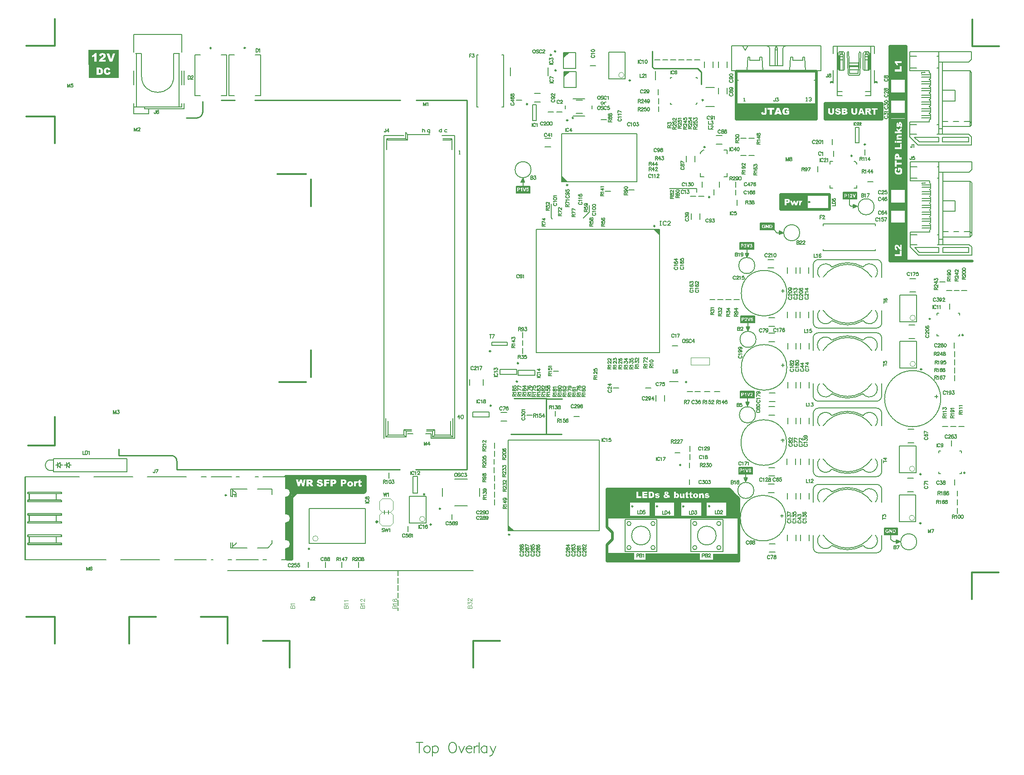
<source format=gto>
G04*
G04 #@! TF.GenerationSoftware,Altium Limited,Altium Designer,21.6.4 (81)*
G04*
G04 Layer_Color=65535*
%FSLAX24Y24*%
%MOIN*%
G70*
G04*
G04 #@! TF.SameCoordinates,42A8AC4E-8479-4C90-829A-3F1442475C95*
G04*
G04*
G04 #@! TF.FilePolarity,Positive*
G04*
G01*
G75*
%ADD10C,0.0200*%
%ADD11C,0.0100*%
%ADD12C,0.0098*%
%ADD13C,0.0079*%
%ADD14C,0.0039*%
%ADD15C,0.0118*%
%ADD16C,0.0080*%
%ADD17C,0.0060*%
%ADD18C,0.0070*%
%ADD19C,0.0050*%
%ADD20C,0.0030*%
%ADD21R,0.0530X0.1020*%
%ADD22R,0.0440X0.1020*%
%ADD23R,0.0280X0.0790*%
%ADD24R,0.0350X0.1240*%
%ADD25R,0.0380X0.1240*%
%ADD26R,0.0380X0.0820*%
%ADD27R,0.0310X0.1000*%
%ADD28R,0.0230X0.0310*%
%ADD29R,0.5410X0.0280*%
%ADD30R,0.1800X0.1100*%
%ADD31R,0.1650X0.1050*%
%ADD32R,0.5850X0.0150*%
%ADD33R,0.1060X0.0270*%
%ADD34R,0.1110X0.0700*%
%ADD35R,0.1160X0.0440*%
%ADD36R,0.1130X0.0630*%
%ADD37R,0.1140X0.0430*%
%ADD38R,0.1110X0.0950*%
%ADD39R,0.1120X0.0640*%
%ADD40R,0.1170X0.1430*%
%ADD41R,0.1650X0.1150*%
%ADD42R,0.0400X0.1050*%
%ADD43R,0.0550X0.1100*%
%ADD44R,0.0400X0.1000*%
%ADD45R,0.0850X0.1000*%
%ADD46R,0.2050X0.0600*%
%ADD47R,0.4000X0.0450*%
%ADD48R,0.1800X0.0500*%
%ADD49R,0.2010X0.0890*%
%ADD50R,0.1460X0.0760*%
%ADD51R,0.0550X0.0340*%
%ADD52R,0.0270X0.0320*%
%ADD53C,0.0120*%
G36*
X85675Y65013D02*
X83857D01*
Y65969D01*
X85675D01*
Y65013D01*
D02*
G37*
G36*
X53254Y44320D02*
X47933D01*
Y45343D01*
X53254D01*
Y44320D01*
D02*
G37*
G36*
X35141Y75578D02*
X34788D01*
Y74610D01*
X33263D01*
Y75578D01*
X32913D01*
Y76697D01*
X35141D01*
Y75578D01*
D02*
G37*
G36*
X65381Y66193D02*
X64343D01*
Y66656D01*
X65381D01*
Y66193D01*
D02*
G37*
G36*
X92383Y41063D02*
X91423D01*
Y41529D01*
X92383D01*
Y41063D01*
D02*
G37*
G36*
X81736Y45523D02*
X80703D01*
Y45986D01*
X81736D01*
Y45523D01*
D02*
G37*
G36*
X81854Y51108D02*
X80823D01*
Y51566D01*
X81854D01*
Y51108D01*
D02*
G37*
G36*
X89444Y65729D02*
X88395D01*
Y66186D01*
X89444D01*
Y65729D01*
D02*
G37*
G36*
X83297Y63475D02*
X82337D01*
Y63941D01*
X83297D01*
Y63475D01*
D02*
G37*
G36*
X81891Y56643D02*
X80853D01*
Y57106D01*
X81891D01*
Y56643D01*
D02*
G37*
G36*
X81827Y62053D02*
X80793D01*
Y62516D01*
X81827D01*
Y62053D01*
D02*
G37*
G36*
X84706Y71660D02*
X82133D01*
Y72683D01*
X84706D01*
Y71660D01*
D02*
G37*
G36*
X91185Y71680D02*
X87063D01*
Y72652D01*
X91185D01*
Y71680D01*
D02*
G37*
G36*
X92981Y67258D02*
X91958D01*
Y71637D01*
X92981D01*
Y67258D01*
D02*
G37*
G36*
X92963Y74838D02*
X91948D01*
Y76108D01*
X92963D01*
Y74838D01*
D02*
G37*
G36*
Y61258D02*
X91948D01*
Y62621D01*
X92963D01*
Y61258D01*
D02*
G37*
G36*
X78818Y43481D02*
X72963D01*
Y44452D01*
X78818D01*
Y43481D01*
D02*
G37*
%LPC*%
G36*
X85368Y65601D02*
X85363D01*
X85353Y65600D01*
X85345Y65600D01*
X85337Y65597D01*
X85330Y65595D01*
X85325Y65592D01*
X85321Y65590D01*
X85318Y65589D01*
X85317Y65588D01*
X85311Y65582D01*
X85305Y65575D01*
X85293Y65559D01*
X85289Y65551D01*
X85286Y65545D01*
X85283Y65541D01*
X85282Y65540D01*
Y65594D01*
X85164D01*
Y65263D01*
X85292D01*
Y65374D01*
Y65388D01*
X85292Y65401D01*
X85293Y65413D01*
X85295Y65424D01*
X85296Y65434D01*
X85297Y65443D01*
X85299Y65450D01*
X85302Y65458D01*
X85303Y65464D01*
X85305Y65469D01*
X85307Y65473D01*
X85307Y65476D01*
X85310Y65480D01*
X85311Y65482D01*
X85317Y65489D01*
X85323Y65494D01*
X85329Y65498D01*
X85336Y65500D01*
X85342Y65502D01*
X85346Y65503D01*
X85355D01*
X85361Y65501D01*
X85372Y65498D01*
X85377Y65496D01*
X85381Y65495D01*
X85384Y65494D01*
X85385Y65493D01*
X85425Y65584D01*
X85412Y65590D01*
X85401Y65594D01*
X85391Y65597D01*
X85381Y65599D01*
X85374Y65600D01*
X85368Y65601D01*
D02*
G37*
G36*
X85126Y65594D02*
X85003D01*
X84950Y65385D01*
X84880Y65594D01*
X84766D01*
X84698Y65385D01*
X84645Y65594D01*
X84523D01*
X84645Y65263D01*
X84758D01*
X84823Y65461D01*
X84891Y65263D01*
X85003D01*
X85126Y65594D01*
D02*
G37*
G36*
X84349Y65719D02*
X84107D01*
Y65263D01*
X84249D01*
Y65433D01*
X84325D01*
X84341Y65434D01*
X84355Y65435D01*
X84369Y65436D01*
X84381Y65439D01*
X84393Y65442D01*
X84404Y65445D01*
X84413Y65449D01*
X84421Y65452D01*
X84429Y65455D01*
X84435Y65459D01*
X84440Y65462D01*
X84445Y65465D01*
X84449Y65468D01*
X84451Y65470D01*
X84452Y65471D01*
X84453D01*
X84460Y65479D01*
X84467Y65487D01*
X84472Y65495D01*
X84477Y65505D01*
X84484Y65523D01*
X84489Y65540D01*
X84492Y65555D01*
X84494Y65562D01*
Y65568D01*
X84494Y65573D01*
Y65592D01*
X84493Y65603D01*
X84489Y65624D01*
X84482Y65641D01*
X84475Y65656D01*
X84469Y65668D01*
X84462Y65676D01*
X84459Y65679D01*
X84458Y65681D01*
X84457Y65683D01*
X84456D01*
X84449Y65689D01*
X84440Y65695D01*
X84422Y65704D01*
X84403Y65710D01*
X84384Y65715D01*
X84368Y65718D01*
X84360Y65719D01*
X84354D01*
X84349Y65719D01*
D02*
G37*
%LPD*%
G36*
X84302Y65626D02*
X84314Y65625D01*
X84323Y65622D01*
X84330Y65620D01*
X84335Y65617D01*
X84339Y65615D01*
X84341Y65613D01*
X84342Y65612D01*
X84347Y65606D01*
X84350Y65600D01*
X84354Y65594D01*
X84355Y65588D01*
X84356Y65583D01*
X84357Y65579D01*
Y65576D01*
Y65575D01*
X84356Y65567D01*
X84354Y65560D01*
X84352Y65554D01*
X84349Y65549D01*
X84345Y65545D01*
X84343Y65541D01*
X84341Y65540D01*
X84340Y65539D01*
X84333Y65535D01*
X84324Y65531D01*
X84314Y65529D01*
X84305Y65527D01*
X84297Y65526D01*
X84289Y65525D01*
X84249D01*
Y65627D01*
X84289D01*
X84302Y65626D01*
D02*
G37*
%LPC*%
G36*
X49947Y45093D02*
X49938D01*
X49910Y45092D01*
X49885Y45090D01*
X49864Y45087D01*
X49854Y45085D01*
X49845Y45083D01*
X49838Y45081D01*
X49831Y45079D01*
X49826Y45078D01*
X49821Y45076D01*
X49817Y45075D01*
X49815Y45074D01*
X49814Y45073D01*
X49813D01*
X49797Y45065D01*
X49783Y45056D01*
X49771Y45047D01*
X49762Y45039D01*
X49755Y45030D01*
X49749Y45024D01*
X49745Y45020D01*
X49744Y45018D01*
X49737Y45005D01*
X49731Y44992D01*
X49728Y44979D01*
X49725Y44968D01*
X49723Y44959D01*
X49722Y44951D01*
Y44946D01*
Y44945D01*
Y44944D01*
X49723Y44933D01*
X49724Y44923D01*
X49729Y44905D01*
X49736Y44888D01*
X49744Y44874D01*
X49752Y44862D01*
X49759Y44854D01*
X49764Y44849D01*
X49766Y44848D01*
Y44847D01*
X49775Y44840D01*
X49785Y44833D01*
X49807Y44821D01*
X49831Y44811D01*
X49856Y44802D01*
X49867Y44798D01*
X49878Y44795D01*
X49888Y44793D01*
X49896Y44790D01*
X49903Y44789D01*
X49908Y44787D01*
X49912Y44786D01*
X49913D01*
X49924Y44783D01*
X49934Y44781D01*
X49943Y44779D01*
X49952Y44776D01*
X49965Y44770D01*
X49977Y44766D01*
X49984Y44762D01*
X49990Y44759D01*
X49992Y44757D01*
X49993Y44757D01*
X49999Y44751D01*
X50003Y44745D01*
X50006Y44739D01*
X50009Y44733D01*
X50010Y44729D01*
X50011Y44725D01*
Y44722D01*
Y44721D01*
X50010Y44714D01*
X50008Y44707D01*
X50005Y44700D01*
X50002Y44695D01*
X49998Y44691D01*
X49995Y44687D01*
X49993Y44685D01*
X49992Y44684D01*
X49985Y44680D01*
X49977Y44676D01*
X49968Y44673D01*
X49960Y44671D01*
X49952Y44671D01*
X49946Y44670D01*
X49941D01*
X49925Y44671D01*
X49911Y44674D01*
X49899Y44679D01*
X49889Y44685D01*
X49881Y44691D01*
X49876Y44695D01*
X49872Y44699D01*
X49871Y44700D01*
X49866Y44707D01*
X49862Y44717D01*
X49856Y44735D01*
X49854Y44743D01*
X49853Y44749D01*
X49852Y44754D01*
Y44756D01*
X49703Y44745D01*
X49705Y44732D01*
X49707Y44718D01*
X49714Y44694D01*
X49723Y44671D01*
X49733Y44653D01*
X49738Y44646D01*
X49743Y44638D01*
X49747Y44633D01*
X49751Y44628D01*
X49754Y44624D01*
X49756Y44621D01*
X49757Y44620D01*
X49758Y44619D01*
X49768Y44610D01*
X49780Y44603D01*
X49793Y44596D01*
X49807Y44590D01*
X49837Y44582D01*
X49866Y44576D01*
X49881Y44573D01*
X49894Y44572D01*
X49906Y44572D01*
X49916Y44571D01*
X49926Y44570D01*
X49938D01*
X49965Y44571D01*
X49988Y44572D01*
X50009Y44576D01*
X50027Y44580D01*
X50034Y44582D01*
X50040Y44584D01*
X50047Y44585D01*
X50051Y44587D01*
X50055Y44588D01*
X50058Y44589D01*
X50059Y44590D01*
X50060D01*
X50077Y44599D01*
X50092Y44609D01*
X50105Y44619D01*
X50116Y44629D01*
X50125Y44638D01*
X50131Y44646D01*
X50135Y44650D01*
X50136Y44652D01*
X50145Y44668D01*
X50151Y44683D01*
X50157Y44699D01*
X50160Y44713D01*
X50162Y44725D01*
X50163Y44734D01*
Y44743D01*
X50163Y44757D01*
X50161Y44772D01*
X50157Y44784D01*
X50153Y44795D01*
X50150Y44805D01*
X50146Y44812D01*
X50144Y44816D01*
X50143Y44818D01*
X50135Y44830D01*
X50125Y44841D01*
X50113Y44850D01*
X50103Y44858D01*
X50093Y44865D01*
X50086Y44869D01*
X50080Y44872D01*
X50079Y44873D01*
X50078D01*
X50069Y44878D01*
X50059Y44881D01*
X50037Y44890D01*
X50012Y44898D01*
X49988Y44905D01*
X49977Y44907D01*
X49965Y44910D01*
X49955Y44913D01*
X49947Y44915D01*
X49941Y44917D01*
X49935Y44917D01*
X49931Y44918D01*
X49930D01*
X49916Y44921D01*
X49905Y44925D01*
X49896Y44928D01*
X49890Y44930D01*
X49884Y44933D01*
X49881Y44935D01*
X49879Y44937D01*
X49879D01*
X49875Y44941D01*
X49872Y44944D01*
X49869Y44952D01*
X49867Y44957D01*
Y44958D01*
Y44959D01*
X49868Y44965D01*
X49869Y44970D01*
X49874Y44979D01*
X49879Y44985D01*
X49879Y44986D01*
X49880Y44987D01*
X49886Y44991D01*
X49892Y44994D01*
X49906Y44997D01*
X49913Y44998D01*
X49917Y44999D01*
X49922D01*
X49934Y44998D01*
X49944Y44996D01*
X49953Y44994D01*
X49961Y44991D01*
X49966Y44988D01*
X49970Y44986D01*
X49973Y44984D01*
X49974Y44983D01*
X49980Y44977D01*
X49986Y44968D01*
X49990Y44960D01*
X49993Y44953D01*
X49996Y44945D01*
X49998Y44939D01*
X49999Y44935D01*
Y44933D01*
X50147Y44942D01*
X50144Y44955D01*
X50141Y44969D01*
X50138Y44981D01*
X50133Y44992D01*
X50128Y45003D01*
X50123Y45013D01*
X50118Y45021D01*
X50113Y45028D01*
X50102Y45040D01*
X50094Y45050D01*
X50088Y45054D01*
X50087Y45056D01*
X50086D01*
X50076Y45063D01*
X50064Y45068D01*
X50041Y45078D01*
X50016Y45084D01*
X49992Y45089D01*
X49981Y45090D01*
X49971Y45091D01*
X49962Y45092D01*
X49953D01*
X49947Y45093D01*
D02*
G37*
G36*
X52666Y44954D02*
X52660D01*
X52649Y44953D01*
X52640Y44952D01*
X52630Y44949D01*
X52623Y44946D01*
X52617Y44943D01*
X52613Y44942D01*
X52610Y44940D01*
X52609Y44939D01*
X52602Y44932D01*
X52595Y44924D01*
X52582Y44906D01*
X52578Y44898D01*
X52574Y44892D01*
X52571Y44887D01*
X52570Y44885D01*
Y44945D01*
X52439D01*
Y44578D01*
X52580D01*
Y44701D01*
Y44717D01*
X52581Y44732D01*
X52582Y44745D01*
X52584Y44757D01*
X52585Y44768D01*
X52587Y44778D01*
X52589Y44786D01*
X52592Y44794D01*
X52593Y44801D01*
X52595Y44806D01*
X52597Y44811D01*
X52598Y44815D01*
X52601Y44819D01*
X52602Y44821D01*
X52608Y44829D01*
X52616Y44834D01*
X52622Y44839D01*
X52629Y44842D01*
X52636Y44843D01*
X52641Y44844D01*
X52651D01*
X52657Y44843D01*
X52670Y44839D01*
X52676Y44837D01*
X52680Y44835D01*
X52683Y44834D01*
X52684Y44833D01*
X52728Y44934D01*
X52715Y44941D01*
X52702Y44945D01*
X52691Y44949D01*
X52680Y44951D01*
X52672Y44953D01*
X52666Y44954D01*
D02*
G37*
G36*
X48892Y45085D02*
X48744D01*
X48690Y44801D01*
X48611Y45085D01*
X48463D01*
X48385Y44802D01*
X48331Y45085D01*
X48183D01*
X48295Y44578D01*
X48448D01*
X48537Y44897D01*
X48626Y44578D01*
X48781D01*
X48892Y45085D01*
D02*
G37*
G36*
X51729D02*
X51461D01*
Y44578D01*
X51618D01*
Y44767D01*
X51704D01*
X51721Y44768D01*
X51737Y44769D01*
X51752Y44770D01*
X51766Y44773D01*
X51778Y44777D01*
X51790Y44781D01*
X51801Y44784D01*
X51810Y44788D01*
X51818Y44792D01*
X51826Y44795D01*
X51831Y44799D01*
X51837Y44803D01*
X51840Y44806D01*
X51843Y44807D01*
X51844Y44809D01*
X51845D01*
X51853Y44818D01*
X51861Y44827D01*
X51866Y44836D01*
X51872Y44846D01*
X51880Y44867D01*
X51886Y44886D01*
X51889Y44903D01*
X51890Y44910D01*
Y44917D01*
X51891Y44922D01*
Y44943D01*
X51889Y44955D01*
X51885Y44979D01*
X51877Y44998D01*
X51870Y45015D01*
X51863Y45028D01*
X51855Y45037D01*
X51852Y45040D01*
X51851Y45042D01*
X51850Y45044D01*
X51849D01*
X51840Y45052D01*
X51831Y45058D01*
X51811Y45067D01*
X51790Y45075D01*
X51769Y45080D01*
X51751Y45083D01*
X51742Y45084D01*
X51735D01*
X51729Y45085D01*
D02*
G37*
G36*
X50982D02*
X50714D01*
Y44578D01*
X50871D01*
Y44767D01*
X50956D01*
X50974Y44768D01*
X50989Y44769D01*
X51004Y44770D01*
X51018Y44773D01*
X51031Y44777D01*
X51043Y44781D01*
X51053Y44784D01*
X51063Y44788D01*
X51071Y44792D01*
X51078Y44795D01*
X51084Y44799D01*
X51089Y44803D01*
X51093Y44806D01*
X51096Y44807D01*
X51097Y44809D01*
X51098D01*
X51106Y44818D01*
X51113Y44827D01*
X51119Y44836D01*
X51125Y44846D01*
X51133Y44867D01*
X51138Y44886D01*
X51141Y44903D01*
X51143Y44910D01*
Y44917D01*
X51144Y44922D01*
Y44943D01*
X51142Y44955D01*
X51137Y44979D01*
X51130Y44998D01*
X51123Y45015D01*
X51115Y45028D01*
X51108Y45037D01*
X51105Y45040D01*
X51103Y45042D01*
X51102Y45044D01*
X51101D01*
X51093Y45052D01*
X51084Y45058D01*
X51063Y45067D01*
X51042Y45075D01*
X51022Y45080D01*
X51003Y45083D01*
X50995Y45084D01*
X50988D01*
X50982Y45085D01*
D02*
G37*
G36*
X50631D02*
X50243D01*
Y44578D01*
X50400D01*
Y44785D01*
X50597D01*
Y44888D01*
X50400D01*
Y44976D01*
X50631D01*
Y45085D01*
D02*
G37*
G36*
X49225D02*
X48945D01*
Y44578D01*
X49102D01*
Y44783D01*
X49115D01*
X49124Y44782D01*
X49131Y44781D01*
X49138Y44780D01*
X49143Y44778D01*
X49148Y44775D01*
X49151Y44773D01*
X49153Y44772D01*
X49154Y44771D01*
X49159Y44767D01*
X49164Y44761D01*
X49174Y44748D01*
X49177Y44743D01*
X49180Y44737D01*
X49182Y44733D01*
X49183Y44732D01*
X49267Y44578D01*
X49445D01*
X49368Y44724D01*
X49365Y44729D01*
X49362Y44733D01*
X49355Y44745D01*
X49351Y44748D01*
X49349Y44752D01*
X49347Y44755D01*
X49346Y44756D01*
X49340Y44763D01*
X49335Y44769D01*
X49331Y44773D01*
X49327Y44777D01*
X49324Y44780D01*
X49323Y44781D01*
X49321Y44782D01*
X49315Y44786D01*
X49309Y44789D01*
X49296Y44795D01*
X49289Y44797D01*
X49285Y44799D01*
X49281Y44801D01*
X49280D01*
X49292Y44805D01*
X49303Y44807D01*
X49312Y44811D01*
X49321Y44814D01*
X49326Y44817D01*
X49331Y44819D01*
X49334Y44820D01*
X49335Y44821D01*
X49346Y44829D01*
X49356Y44837D01*
X49364Y44845D01*
X49372Y44853D01*
X49377Y44860D01*
X49382Y44866D01*
X49384Y44869D01*
X49385Y44870D01*
X49391Y44882D01*
X49396Y44895D01*
X49398Y44907D01*
X49401Y44918D01*
X49402Y44929D01*
X49403Y44936D01*
Y44942D01*
Y44943D01*
X49402Y44961D01*
X49399Y44977D01*
X49396Y44991D01*
X49391Y45003D01*
X49386Y45013D01*
X49383Y45020D01*
X49380Y45024D01*
X49379Y45026D01*
X49370Y45038D01*
X49360Y45047D01*
X49349Y45055D01*
X49339Y45062D01*
X49331Y45066D01*
X49324Y45069D01*
X49319Y45071D01*
X49317Y45072D01*
X49301Y45077D01*
X49284Y45079D01*
X49265Y45082D01*
X49248Y45083D01*
X49231Y45084D01*
X49225Y45085D01*
D02*
G37*
G36*
X52922D02*
X52780Y45012D01*
Y44945D01*
X52728D01*
Y44843D01*
X52780D01*
Y44713D01*
X52781Y44692D01*
X52782Y44673D01*
X52784Y44658D01*
X52786Y44645D01*
X52788Y44635D01*
X52790Y44629D01*
X52791Y44624D01*
Y44623D01*
X52796Y44614D01*
X52802Y44606D01*
X52808Y44598D01*
X52814Y44593D01*
X52820Y44588D01*
X52825Y44585D01*
X52827Y44584D01*
X52828Y44583D01*
X52839Y44578D01*
X52851Y44575D01*
X52863Y44572D01*
X52876Y44572D01*
X52888Y44571D01*
X52898Y44570D01*
X52906D01*
X52924Y44571D01*
X52940Y44572D01*
X52957Y44573D01*
X52972Y44575D01*
X52985Y44577D01*
X52995Y44579D01*
X52999Y44580D01*
X53001Y44581D01*
X53004D01*
X52993Y44678D01*
X52983Y44675D01*
X52975Y44673D01*
X52967Y44671D01*
X52961Y44671D01*
X52956D01*
X52952Y44670D01*
X52950D01*
X52944Y44671D01*
X52938Y44671D01*
X52931Y44675D01*
X52927Y44679D01*
X52925Y44681D01*
X52925Y44684D01*
X52924Y44689D01*
X52923Y44699D01*
X52922Y44704D01*
Y44708D01*
Y44711D01*
Y44712D01*
Y44843D01*
X52999D01*
Y44945D01*
X52922D01*
Y45085D01*
D02*
G37*
G36*
X52167Y44954D02*
X52157D01*
X52139Y44953D01*
X52123Y44951D01*
X52107Y44949D01*
X52092Y44945D01*
X52078Y44941D01*
X52065Y44936D01*
X52054Y44931D01*
X52044Y44927D01*
X52035Y44921D01*
X52026Y44917D01*
X52019Y44912D01*
X52013Y44907D01*
X52009Y44904D01*
X52006Y44902D01*
X52004Y44900D01*
X52003Y44899D01*
X51993Y44889D01*
X51985Y44878D01*
X51977Y44866D01*
X51971Y44855D01*
X51965Y44843D01*
X51961Y44831D01*
X51954Y44809D01*
X51951Y44799D01*
X51950Y44790D01*
X51949Y44781D01*
X51948Y44774D01*
X51947Y44769D01*
Y44760D01*
X51948Y44744D01*
X51950Y44728D01*
X51953Y44713D01*
X51957Y44699D01*
X51963Y44686D01*
X51968Y44674D01*
X51974Y44663D01*
X51980Y44653D01*
X51987Y44645D01*
X51992Y44636D01*
X51998Y44630D01*
X52003Y44624D01*
X52007Y44620D01*
X52011Y44617D01*
X52013Y44615D01*
X52013Y44614D01*
X52024Y44607D01*
X52036Y44599D01*
X52059Y44588D01*
X52083Y44581D01*
X52106Y44575D01*
X52116Y44573D01*
X52126Y44572D01*
X52135Y44571D01*
X52142D01*
X52148Y44570D01*
X52157D01*
X52175Y44571D01*
X52192Y44572D01*
X52209Y44574D01*
X52223Y44578D01*
X52237Y44582D01*
X52250Y44586D01*
X52262Y44592D01*
X52272Y44597D01*
X52282Y44601D01*
X52290Y44607D01*
X52297Y44611D01*
X52303Y44615D01*
X52308Y44619D01*
X52310Y44621D01*
X52312Y44622D01*
X52313Y44623D01*
X52323Y44633D01*
X52332Y44645D01*
X52339Y44657D01*
X52345Y44668D01*
X52351Y44680D01*
X52356Y44691D01*
X52362Y44713D01*
X52365Y44723D01*
X52367Y44732D01*
X52368Y44741D01*
X52369Y44748D01*
X52370Y44754D01*
Y44762D01*
X52369Y44776D01*
X52368Y44789D01*
X52362Y44814D01*
X52355Y44835D01*
X52346Y44854D01*
X52342Y44862D01*
X52338Y44868D01*
X52334Y44875D01*
X52331Y44880D01*
X52328Y44883D01*
X52325Y44887D01*
X52324Y44888D01*
X52323Y44889D01*
X52312Y44900D01*
X52300Y44910D01*
X52287Y44918D01*
X52273Y44927D01*
X52259Y44932D01*
X52246Y44938D01*
X52232Y44942D01*
X52219Y44945D01*
X52207Y44948D01*
X52195Y44950D01*
X52184Y44952D01*
X52175Y44953D01*
X52167Y44954D01*
D02*
G37*
%LPD*%
G36*
X51678Y44981D02*
X51691Y44979D01*
X51701Y44977D01*
X51709Y44974D01*
X51715Y44971D01*
X51719Y44968D01*
X51721Y44967D01*
X51722Y44966D01*
X51728Y44959D01*
X51731Y44953D01*
X51735Y44945D01*
X51737Y44939D01*
X51738Y44933D01*
X51739Y44929D01*
Y44926D01*
Y44925D01*
X51738Y44916D01*
X51736Y44908D01*
X51733Y44901D01*
X51729Y44895D01*
X51726Y44891D01*
X51723Y44887D01*
X51721Y44885D01*
X51720Y44884D01*
X51712Y44880D01*
X51703Y44876D01*
X51692Y44873D01*
X51681Y44871D01*
X51672Y44870D01*
X51664Y44869D01*
X51618D01*
Y44982D01*
X51663D01*
X51678Y44981D01*
D02*
G37*
G36*
X50930D02*
X50943Y44979D01*
X50953Y44977D01*
X50962Y44974D01*
X50967Y44971D01*
X50972Y44968D01*
X50974Y44967D01*
X50975Y44966D01*
X50980Y44959D01*
X50984Y44953D01*
X50988Y44945D01*
X50989Y44939D01*
X50990Y44933D01*
X50991Y44929D01*
Y44926D01*
Y44925D01*
X50990Y44916D01*
X50989Y44908D01*
X50986Y44901D01*
X50982Y44895D01*
X50978Y44891D01*
X50976Y44887D01*
X50974Y44885D01*
X50973Y44884D01*
X50964Y44880D01*
X50955Y44876D01*
X50944Y44873D01*
X50934Y44871D01*
X50925Y44870D01*
X50916Y44869D01*
X50871D01*
Y44982D01*
X50915D01*
X50930Y44981D01*
D02*
G37*
G36*
X49186D02*
X49199Y44980D01*
X49209Y44978D01*
X49217Y44976D01*
X49223Y44973D01*
X49227Y44970D01*
X49229Y44969D01*
X49230Y44968D01*
X49236Y44963D01*
X49239Y44957D01*
X49242Y44951D01*
X49244Y44945D01*
X49245Y44940D01*
X49246Y44935D01*
Y44932D01*
Y44931D01*
Y44925D01*
X49244Y44919D01*
X49241Y44910D01*
X49239Y44906D01*
X49237Y44905D01*
X49237Y44903D01*
X49236Y44902D01*
X49232Y44897D01*
X49227Y44893D01*
X49219Y44889D01*
X49215Y44888D01*
X49213Y44887D01*
X49211Y44886D01*
X49210D01*
X49200Y44884D01*
X49190Y44882D01*
X49183Y44881D01*
X49177Y44880D01*
X49174Y44880D01*
X49102D01*
Y44982D01*
X49171D01*
X49186Y44981D01*
D02*
G37*
G36*
X52169Y44855D02*
X52179Y44853D01*
X52187Y44849D01*
X52195Y44844D01*
X52200Y44840D01*
X52204Y44836D01*
X52207Y44833D01*
X52208Y44832D01*
X52214Y44823D01*
X52220Y44812D01*
X52223Y44800D01*
X52225Y44789D01*
X52227Y44778D01*
X52228Y44769D01*
Y44764D01*
Y44763D01*
Y44762D01*
X52227Y44744D01*
X52225Y44729D01*
X52222Y44716D01*
X52218Y44706D01*
X52214Y44697D01*
X52210Y44692D01*
X52209Y44688D01*
X52208Y44687D01*
X52200Y44680D01*
X52192Y44674D01*
X52184Y44671D01*
X52175Y44668D01*
X52169Y44666D01*
X52163Y44665D01*
X52158D01*
X52148Y44666D01*
X52137Y44669D01*
X52129Y44672D01*
X52122Y44677D01*
X52116Y44681D01*
X52111Y44684D01*
X52109Y44687D01*
X52108Y44688D01*
X52101Y44698D01*
X52097Y44709D01*
X52093Y44721D01*
X52091Y44732D01*
X52089Y44744D01*
X52088Y44752D01*
Y44756D01*
Y44758D01*
Y44759D01*
Y44760D01*
X52089Y44777D01*
X52091Y44792D01*
X52095Y44805D01*
X52099Y44815D01*
X52101Y44822D01*
X52105Y44828D01*
X52107Y44831D01*
X52108Y44832D01*
X52116Y44841D01*
X52124Y44846D01*
X52133Y44851D01*
X52141Y44854D01*
X52148Y44855D01*
X52154Y44856D01*
X52159D01*
X52169Y44855D01*
D02*
G37*
%LPC*%
G36*
X34891Y76437D02*
X34700D01*
X34564Y75998D01*
X34427Y76437D01*
X34231D01*
X34461Y75828D01*
X34664D01*
X34891Y76437D01*
D02*
G37*
G36*
X33955Y76447D02*
X33941D01*
X33911Y76446D01*
X33884Y76443D01*
X33861Y76440D01*
X33842Y76436D01*
X33826Y76431D01*
X33815Y76428D01*
X33808Y76426D01*
X33807Y76425D01*
X33806D01*
X33788Y76416D01*
X33774Y76406D01*
X33761Y76396D01*
X33751Y76386D01*
X33742Y76377D01*
X33735Y76370D01*
X33732Y76366D01*
X33731Y76364D01*
X33722Y76347D01*
X33714Y76329D01*
X33709Y76311D01*
X33703Y76294D01*
X33700Y76277D01*
X33697Y76265D01*
X33696Y76259D01*
X33695Y76256D01*
Y76254D01*
Y76252D01*
X33865Y76239D01*
X33868Y76257D01*
X33872Y76271D01*
X33876Y76284D01*
X33881Y76294D01*
X33885Y76301D01*
X33888Y76307D01*
X33891Y76309D01*
X33892Y76310D01*
X33901Y76317D01*
X33910Y76322D01*
X33918Y76326D01*
X33926Y76329D01*
X33934Y76330D01*
X33940Y76331D01*
X33945D01*
X33956Y76330D01*
X33966Y76328D01*
X33975Y76325D01*
X33983Y76321D01*
X33990Y76318D01*
X33994Y76315D01*
X33996Y76312D01*
X33997Y76311D01*
X34004Y76304D01*
X34010Y76296D01*
X34013Y76288D01*
X34016Y76280D01*
X34017Y76274D01*
X34018Y76268D01*
Y76265D01*
Y76264D01*
X34017Y76254D01*
X34015Y76245D01*
X34012Y76235D01*
X34008Y76227D01*
X34004Y76219D01*
X34001Y76214D01*
X33998Y76210D01*
X33997Y76209D01*
X33993Y76204D01*
X33987Y76197D01*
X33974Y76184D01*
X33957Y76170D01*
X33942Y76156D01*
X33926Y76144D01*
X33914Y76134D01*
X33908Y76130D01*
X33905Y76127D01*
X33903Y76126D01*
X33902Y76125D01*
X33880Y76108D01*
X33860Y76092D01*
X33841Y76077D01*
X33824Y76062D01*
X33808Y76048D01*
X33795Y76036D01*
X33783Y76024D01*
X33773Y76012D01*
X33764Y76002D01*
X33755Y75994D01*
X33750Y75986D01*
X33744Y75980D01*
X33740Y75975D01*
X33737Y75971D01*
X33736Y75969D01*
X33735Y75968D01*
X33721Y75944D01*
X33709Y75918D01*
X33700Y75895D01*
X33693Y75874D01*
X33687Y75855D01*
X33686Y75847D01*
X33685Y75840D01*
X33684Y75836D01*
X33683Y75831D01*
Y75828D01*
X34192D01*
Y75966D01*
X33926D01*
X33943Y75980D01*
X33955Y75992D01*
X33960Y75996D01*
X33963Y75999D01*
X33965Y76000D01*
X33966Y76001D01*
X33974Y76008D01*
X33984Y76016D01*
X33996Y76024D01*
X34007Y76031D01*
X34018Y76039D01*
X34027Y76046D01*
X34033Y76050D01*
X34035Y76051D01*
X34051Y76062D01*
X34065Y76074D01*
X34078Y76085D01*
X34091Y76095D01*
X34101Y76105D01*
X34111Y76114D01*
X34127Y76130D01*
X34140Y76144D01*
X34147Y76154D01*
X34153Y76160D01*
X34154Y76162D01*
X34165Y76181D01*
X34173Y76200D01*
X34180Y76219D01*
X34183Y76235D01*
X34185Y76249D01*
X34187Y76260D01*
Y76264D01*
Y76267D01*
Y76268D01*
Y76269D01*
X34186Y76288D01*
X34183Y76306D01*
X34178Y76322D01*
X34173Y76336D01*
X34167Y76348D01*
X34163Y76356D01*
X34160Y76361D01*
X34158Y76364D01*
X34147Y76378D01*
X34134Y76391D01*
X34121Y76401D01*
X34108Y76410D01*
X34097Y76417D01*
X34087Y76422D01*
X34082Y76425D01*
X34081Y76426D01*
X34080D01*
X34060Y76432D01*
X34037Y76438D01*
X34014Y76441D01*
X33992Y76445D01*
X33972Y76446D01*
X33963D01*
X33955Y76447D01*
D02*
G37*
G36*
X33512D02*
X33372D01*
X33361Y76426D01*
X33349Y76407D01*
X33336Y76390D01*
X33324Y76377D01*
X33313Y76365D01*
X33304Y76356D01*
X33299Y76351D01*
X33297Y76349D01*
X33296D01*
X33277Y76335D01*
X33255Y76322D01*
X33233Y76311D01*
X33212Y76301D01*
X33193Y76294D01*
X33184Y76290D01*
X33177Y76287D01*
X33171Y76286D01*
X33166Y76284D01*
X33164Y76282D01*
X33163D01*
Y76145D01*
X33184Y76151D01*
X33203Y76157D01*
X33219Y76164D01*
X33233Y76169D01*
X33244Y76174D01*
X33253Y76177D01*
X33257Y76179D01*
X33260Y76180D01*
X33274Y76188D01*
X33289Y76197D01*
X33303Y76206D01*
X33315Y76214D01*
X33325Y76221D01*
X33334Y76227D01*
X33339Y76231D01*
X33341Y76232D01*
Y75828D01*
X33512D01*
Y76447D01*
D02*
G37*
G36*
X34309Y75383D02*
X34300D01*
X34278Y75382D01*
X34257Y75380D01*
X34237Y75377D01*
X34219Y75373D01*
X34202Y75367D01*
X34186Y75362D01*
X34172Y75355D01*
X34160Y75350D01*
X34148Y75343D01*
X34138Y75337D01*
X34130Y75331D01*
X34123Y75326D01*
X34118Y75322D01*
X34113Y75318D01*
X34111Y75317D01*
X34111Y75316D01*
X34099Y75303D01*
X34088Y75288D01*
X34080Y75273D01*
X34072Y75257D01*
X34065Y75241D01*
X34061Y75225D01*
X34056Y75209D01*
X34052Y75194D01*
X34049Y75179D01*
X34048Y75166D01*
X34046Y75154D01*
X34045Y75143D01*
Y75134D01*
X34044Y75128D01*
Y75122D01*
X34046Y75089D01*
X34048Y75073D01*
X34049Y75059D01*
X34053Y75045D01*
X34056Y75032D01*
X34060Y75020D01*
X34063Y75010D01*
X34066Y74999D01*
X34070Y74991D01*
X34074Y74984D01*
X34076Y74978D01*
X34078Y74973D01*
X34080Y74970D01*
X34082Y74968D01*
Y74967D01*
X34097Y74946D01*
X34111Y74928D01*
X34127Y74914D01*
X34141Y74902D01*
X34153Y74894D01*
X34163Y74887D01*
X34167Y74886D01*
X34170Y74884D01*
X34171Y74883D01*
X34172D01*
X34193Y74875D01*
X34215Y74870D01*
X34238Y74865D01*
X34259Y74862D01*
X34270Y74862D01*
X34279Y74861D01*
X34286D01*
X34294Y74860D01*
X34308D01*
X34332Y74861D01*
X34354Y74862D01*
X34373Y74866D01*
X34389Y74870D01*
X34402Y74873D01*
X34412Y74876D01*
X34415Y74877D01*
X34418Y74878D01*
X34419Y74879D01*
X34420D01*
X34435Y74887D01*
X34450Y74897D01*
X34462Y74906D01*
X34473Y74915D01*
X34481Y74924D01*
X34488Y74931D01*
X34493Y74936D01*
X34494Y74937D01*
X34505Y74953D01*
X34513Y74969D01*
X34521Y74985D01*
X34527Y75000D01*
X34532Y75013D01*
X34535Y75024D01*
X34536Y75028D01*
X34537Y75031D01*
X34538Y75033D01*
Y75034D01*
X34401Y75076D01*
X34396Y75059D01*
X34391Y75044D01*
X34385Y75031D01*
X34380Y75021D01*
X34375Y75012D01*
X34370Y75007D01*
X34368Y75003D01*
X34367Y75002D01*
X34358Y74994D01*
X34346Y74987D01*
X34335Y74984D01*
X34324Y74980D01*
X34314Y74978D01*
X34306Y74977D01*
X34298D01*
X34282Y74978D01*
X34268Y74982D01*
X34255Y74986D01*
X34245Y74993D01*
X34237Y74998D01*
X34231Y75003D01*
X34227Y75007D01*
X34226Y75008D01*
X34222Y75014D01*
X34218Y75022D01*
X34211Y75039D01*
X34208Y75059D01*
X34204Y75077D01*
X34202Y75095D01*
Y75103D01*
X34201Y75109D01*
Y75115D01*
Y75120D01*
Y75122D01*
Y75123D01*
X34202Y75147D01*
X34205Y75168D01*
X34208Y75184D01*
X34212Y75198D01*
X34216Y75208D01*
X34219Y75217D01*
X34222Y75220D01*
X34222Y75222D01*
X34228Y75230D01*
X34234Y75237D01*
X34247Y75247D01*
X34260Y75256D01*
X34273Y75260D01*
X34285Y75264D01*
X34296Y75265D01*
X34298Y75266D01*
X34312D01*
X34321Y75264D01*
X34328Y75263D01*
X34334Y75261D01*
X34339Y75259D01*
X34344Y75257D01*
X34346Y75257D01*
X34346Y75256D01*
X34359Y75247D01*
X34370Y75238D01*
X34373Y75234D01*
X34377Y75231D01*
X34378Y75229D01*
X34379Y75228D01*
X34382Y75223D01*
X34384Y75219D01*
X34390Y75207D01*
X34392Y75203D01*
X34394Y75198D01*
X34395Y75195D01*
Y75195D01*
X34533Y75225D01*
X34528Y75240D01*
X34522Y75254D01*
X34516Y75266D01*
X34509Y75278D01*
X34503Y75289D01*
X34495Y75298D01*
X34489Y75307D01*
X34482Y75315D01*
X34476Y75322D01*
X34470Y75328D01*
X34465Y75333D01*
X34460Y75337D01*
X34457Y75341D01*
X34454Y75343D01*
X34452Y75344D01*
X34451D01*
X34440Y75351D01*
X34429Y75357D01*
X34405Y75367D01*
X34380Y75374D01*
X34355Y75379D01*
X34344Y75380D01*
X34333Y75381D01*
X34324Y75382D01*
X34316D01*
X34309Y75383D01*
D02*
G37*
G36*
X33756Y75375D02*
X33513D01*
Y74868D01*
X33745D01*
X33762Y74869D01*
X33778Y74870D01*
X33794Y74872D01*
X33808Y74874D01*
X33821Y74877D01*
X33831Y74879D01*
X33835Y74880D01*
X33838D01*
X33839Y74881D01*
X33840D01*
X33853Y74886D01*
X33866Y74892D01*
X33877Y74899D01*
X33889Y74905D01*
X33897Y74911D01*
X33903Y74917D01*
X33907Y74921D01*
X33909Y74922D01*
X33921Y74934D01*
X33931Y74947D01*
X33940Y74959D01*
X33948Y74971D01*
X33953Y74981D01*
X33957Y74989D01*
X33960Y74995D01*
X33961Y74996D01*
Y74997D01*
X33967Y75015D01*
X33972Y75035D01*
X33976Y75057D01*
X33977Y75076D01*
X33979Y75095D01*
Y75102D01*
X33980Y75109D01*
Y75122D01*
X33979Y75142D01*
X33978Y75159D01*
X33976Y75176D01*
X33974Y75191D01*
X33971Y75203D01*
X33969Y75212D01*
X33968Y75216D01*
Y75219D01*
X33967Y75219D01*
Y75220D01*
X33962Y75237D01*
X33956Y75253D01*
X33950Y75267D01*
X33943Y75279D01*
X33937Y75289D01*
X33932Y75295D01*
X33928Y75300D01*
X33927Y75302D01*
X33916Y75314D01*
X33905Y75325D01*
X33893Y75334D01*
X33882Y75342D01*
X33872Y75348D01*
X33865Y75352D01*
X33859Y75355D01*
X33858Y75355D01*
X33857D01*
X33840Y75362D01*
X33822Y75367D01*
X33803Y75370D01*
X33785Y75372D01*
X33769Y75374D01*
X33763D01*
X33756Y75375D01*
D02*
G37*
%LPD*%
G36*
X33729Y75259D02*
X33748Y75256D01*
X33763Y75251D01*
X33775Y75245D01*
X33784Y75239D01*
X33791Y75234D01*
X33795Y75231D01*
X33796Y75230D01*
X33801Y75223D01*
X33805Y75217D01*
X33812Y75200D01*
X33816Y75182D01*
X33819Y75164D01*
X33822Y75146D01*
Y75139D01*
X33823Y75133D01*
Y75127D01*
Y75123D01*
Y75121D01*
Y75120D01*
X33822Y75098D01*
X33821Y75081D01*
X33819Y75065D01*
X33817Y75053D01*
X33815Y75044D01*
X33813Y75037D01*
X33812Y75033D01*
X33811Y75032D01*
X33806Y75022D01*
X33801Y75014D01*
X33795Y75008D01*
X33790Y75003D01*
X33785Y74998D01*
X33781Y74996D01*
X33778Y74995D01*
X33778Y74994D01*
X33768Y74990D01*
X33758Y74988D01*
X33746Y74986D01*
X33735Y74985D01*
X33724D01*
X33716Y74984D01*
X33669D01*
Y75260D01*
X33708D01*
X33729Y75259D01*
D02*
G37*
%LPC*%
G36*
X64796Y66556D02*
X64756D01*
X64752Y66547D01*
X64748Y66539D01*
X64742Y66532D01*
X64737Y66526D01*
X64733Y66521D01*
X64729Y66517D01*
X64727Y66516D01*
X64726Y66515D01*
X64725Y66514D01*
X64725Y66514D01*
X64717Y66508D01*
X64709Y66503D01*
X64702Y66499D01*
X64696Y66496D01*
X64691Y66494D01*
X64687Y66492D01*
X64685Y66492D01*
X64684Y66491D01*
X64684Y66491D01*
X64683D01*
Y66556D01*
Y66298D01*
X64796D01*
Y66556D01*
D02*
G37*
G36*
X65093Y66554D02*
X65038D01*
X64975Y66365D01*
X64910Y66554D01*
X64854D01*
X64946Y66298D01*
X64854D01*
X65093D01*
D01*
X65002D01*
X65093Y66554D01*
D02*
G37*
G36*
X65270Y66551D02*
X65140D01*
X65115Y66417D01*
X65155Y66412D01*
X65158Y66415D01*
X65161Y66418D01*
X65164Y66420D01*
X65168Y66423D01*
X65174Y66426D01*
X65180Y66428D01*
X65185Y66429D01*
X65189Y66430D01*
X65190Y66430D01*
X65193D01*
X65199Y66430D01*
X65204Y66429D01*
X65209Y66427D01*
X65213Y66425D01*
X65216Y66422D01*
X65219Y66420D01*
X65220Y66419D01*
X65220Y66418D01*
X65224Y66413D01*
X65227Y66408D01*
X65229Y66402D01*
X65230Y66396D01*
X65231Y66391D01*
X65231Y66387D01*
Y66385D01*
Y66384D01*
Y66383D01*
Y66383D01*
X65231Y66374D01*
X65230Y66366D01*
X65228Y66360D01*
X65226Y66355D01*
X65224Y66350D01*
X65222Y66347D01*
X65221Y66346D01*
X65220Y66345D01*
X65216Y66341D01*
X65212Y66338D01*
X65207Y66335D01*
X65203Y66334D01*
X65200Y66333D01*
X65197Y66333D01*
X65195Y66332D01*
X65194D01*
X65189Y66333D01*
X65184Y66334D01*
X65180Y66335D01*
X65177Y66337D01*
X65174Y66339D01*
X65172Y66341D01*
X65170Y66342D01*
X65170Y66342D01*
X65167Y66346D01*
X65164Y66350D01*
X65162Y66355D01*
X65160Y66359D01*
X65159Y66362D01*
X65158Y66366D01*
X65158Y66368D01*
Y66368D01*
X65109Y66363D01*
X65110Y66357D01*
X65111Y66352D01*
X65115Y66342D01*
X65119Y66333D01*
X65121Y66329D01*
X65124Y66325D01*
X65126Y66322D01*
X65128Y66320D01*
X65130Y66318D01*
X65132Y66315D01*
X65133Y66314D01*
X65134Y66313D01*
X65135Y66312D01*
X65135Y66312D01*
X65140Y66309D01*
X65144Y66306D01*
X65149Y66303D01*
X65154Y66301D01*
X65164Y66298D01*
X65173Y66295D01*
X65177Y66295D01*
X65181Y66294D01*
X65184Y66294D01*
X65187Y66294D01*
X65190Y66293D01*
X65109D01*
D01*
X65281D01*
Y66385D01*
Y66384D01*
X65281Y66391D01*
X65280Y66398D01*
X65279Y66404D01*
X65278Y66410D01*
X65276Y66415D01*
X65274Y66420D01*
X65272Y66425D01*
X65270Y66429D01*
X65268Y66433D01*
X65266Y66436D01*
X65264Y66439D01*
X65262Y66441D01*
X65261Y66443D01*
X65260Y66445D01*
X65259Y66445D01*
X65258Y66446D01*
X65254Y66450D01*
X65250Y66453D01*
X65245Y66457D01*
X65240Y66460D01*
X65236Y66462D01*
X65231Y66464D01*
X65222Y66467D01*
X65218Y66468D01*
X65214Y66469D01*
X65211Y66469D01*
X65209Y66469D01*
X65206Y66470D01*
X65203D01*
X65197Y66469D01*
X65190Y66468D01*
X65185Y66467D01*
X65180Y66466D01*
X65176Y66464D01*
X65172Y66463D01*
X65170Y66462D01*
X65170Y66461D01*
X65169D01*
X65177Y66505D01*
X65270D01*
Y66551D01*
D02*
G37*
G36*
X64537Y66554D02*
X64443D01*
Y66298D01*
X64639D01*
D01*
D01*
X64495D01*
Y66395D01*
X64541D01*
X64546Y66395D01*
X64551D01*
X64556Y66395D01*
X64561Y66396D01*
X64565Y66396D01*
X64568Y66396D01*
X64571D01*
X64574Y66397D01*
X64577Y66397D01*
X64578Y66398D01*
X64580D01*
X64581Y66398D01*
X64582D01*
X64587Y66399D01*
X64592Y66401D01*
X64596Y66403D01*
X64600Y66405D01*
X64604Y66407D01*
X64606Y66409D01*
X64608Y66410D01*
X64608Y66410D01*
X64613Y66414D01*
X64617Y66418D01*
X64621Y66422D01*
X64624Y66426D01*
X64627Y66430D01*
X64629Y66433D01*
X64630Y66435D01*
X64630Y66435D01*
X64633Y66442D01*
X64635Y66448D01*
X64637Y66455D01*
X64638Y66462D01*
X64639Y66467D01*
Y66469D01*
X64639Y66471D01*
Y66479D01*
Y66475D01*
X64638Y66486D01*
X64637Y66496D01*
X64634Y66504D01*
X64632Y66511D01*
X64630Y66514D01*
X64629Y66517D01*
X64628Y66519D01*
X64626Y66521D01*
X64625Y66523D01*
X64625Y66524D01*
X64624Y66524D01*
Y66525D01*
X64618Y66531D01*
X64612Y66537D01*
X64606Y66541D01*
X64600Y66545D01*
X64595Y66547D01*
X64591Y66549D01*
X64590Y66549D01*
X64588Y66550D01*
X64588Y66550D01*
X64587D01*
X64584Y66551D01*
X64581Y66551D01*
X64576Y66552D01*
X64572Y66552D01*
X64561Y66553D01*
X64551Y66554D01*
X64541D01*
X64537Y66554D01*
D02*
G37*
%LPD*%
G36*
X64747Y66298D02*
X64683D01*
Y66446D01*
X64697Y66452D01*
X64709Y66457D01*
X64714Y66460D01*
X64719Y66463D01*
X64724Y66466D01*
X64729Y66469D01*
X64733Y66472D01*
X64736Y66475D01*
X64739Y66477D01*
X64742Y66479D01*
X64744Y66481D01*
X64746Y66482D01*
X64746Y66483D01*
X64747Y66483D01*
Y66298D01*
D02*
G37*
G36*
X65281Y66293D02*
X65193D01*
X65202Y66294D01*
X65209Y66295D01*
X65216Y66296D01*
X65223Y66298D01*
X65229Y66301D01*
X65235Y66304D01*
X65240Y66307D01*
X65245Y66310D01*
X65249Y66313D01*
X65253Y66316D01*
X65256Y66319D01*
X65258Y66322D01*
X65260Y66324D01*
X65262Y66325D01*
X65263Y66326D01*
X65263Y66327D01*
X65266Y66332D01*
X65269Y66336D01*
X65271Y66341D01*
X65274Y66346D01*
X65277Y66356D01*
X65279Y66365D01*
X65280Y66369D01*
X65280Y66372D01*
X65281Y66376D01*
Y66379D01*
X65281Y66381D01*
Y66293D01*
D02*
G37*
G36*
X64537Y66510D02*
X64540D01*
X64544Y66510D01*
X64548D01*
X64552Y66510D01*
X64555Y66509D01*
X64556Y66509D01*
X64557D01*
X64561Y66508D01*
X64565Y66506D01*
X64569Y66504D01*
X64572Y66502D01*
X64574Y66500D01*
X64576Y66499D01*
X64577Y66498D01*
X64577Y66497D01*
X64580Y66494D01*
X64582Y66490D01*
X64584Y66486D01*
X64585Y66482D01*
X64585Y66479D01*
X64586Y66476D01*
Y66475D01*
Y66474D01*
X64585Y66470D01*
X64585Y66466D01*
X64584Y66463D01*
X64583Y66460D01*
X64582Y66457D01*
X64581Y66456D01*
X64580Y66455D01*
X64580Y66454D01*
X64578Y66451D01*
X64575Y66449D01*
X64572Y66446D01*
X64570Y66445D01*
X64567Y66443D01*
X64565Y66442D01*
X64564Y66442D01*
X64564Y66442D01*
X64561Y66441D01*
X64559Y66440D01*
X64553Y66439D01*
X64546Y66439D01*
X64540Y66438D01*
X64533D01*
X64530Y66438D01*
X64495D01*
Y66511D01*
X64533D01*
X64537Y66510D01*
D02*
G37*
%LPC*%
G36*
X91654Y41429D02*
X91650D01*
X91637Y41428D01*
X91625Y41427D01*
X91620Y41426D01*
X91614Y41425D01*
X91610Y41424D01*
X91606Y41423D01*
X91602Y41421D01*
X91598Y41420D01*
X91596Y41419D01*
X91593Y41418D01*
X91591Y41417D01*
X91590Y41417D01*
X91589Y41416D01*
X91588D01*
X91577Y41409D01*
X91572Y41405D01*
X91567Y41401D01*
X91563Y41397D01*
X91559Y41393D01*
X91555Y41389D01*
X91552Y41386D01*
X91549Y41382D01*
X91547Y41379D01*
X91544Y41376D01*
X91543Y41373D01*
X91542Y41371D01*
X91540Y41369D01*
X91540Y41368D01*
X91540Y41368D01*
X91537Y41362D01*
X91534Y41356D01*
X91530Y41344D01*
X91527Y41332D01*
X91525Y41321D01*
X91524Y41316D01*
X91524Y41311D01*
X91523Y41307D01*
Y41303D01*
X91523Y41301D01*
Y41297D01*
X91524Y41283D01*
X91525Y41270D01*
X91528Y41259D01*
X91529Y41253D01*
X91530Y41249D01*
X91532Y41244D01*
X91533Y41240D01*
X91534Y41237D01*
X91536Y41234D01*
X91536Y41232D01*
X91537Y41230D01*
X91538Y41229D01*
Y41228D01*
X91544Y41217D01*
X91551Y41208D01*
X91559Y41199D01*
X91566Y41192D01*
X91569Y41189D01*
X91573Y41187D01*
X91575Y41185D01*
X91578Y41183D01*
X91580Y41182D01*
X91581Y41181D01*
X91582Y41180D01*
X91583Y41180D01*
X91588Y41177D01*
X91594Y41174D01*
X91606Y41170D01*
X91618Y41167D01*
X91629Y41165D01*
X91634Y41165D01*
X91638Y41164D01*
X91643Y41164D01*
X91646D01*
X91649Y41163D01*
X91653D01*
X91665Y41164D01*
X91676Y41165D01*
X91687Y41167D01*
X91696Y41169D01*
X91700Y41170D01*
X91704Y41171D01*
X91707Y41172D01*
X91710Y41173D01*
X91712Y41174D01*
X91714Y41175D01*
X91715Y41175D01*
X91715D01*
X91726Y41179D01*
X91735Y41184D01*
X91744Y41189D01*
X91751Y41193D01*
X91756Y41197D01*
X91758Y41198D01*
X91759Y41200D01*
X91761Y41201D01*
X91762Y41202D01*
X91762Y41202D01*
Y41305D01*
X91651D01*
Y41262D01*
X91710D01*
Y41229D01*
X91706Y41226D01*
X91701Y41223D01*
X91696Y41220D01*
X91692Y41218D01*
X91688Y41216D01*
X91685Y41215D01*
X91683Y41214D01*
X91682Y41214D01*
X91682D01*
X91676Y41211D01*
X91670Y41210D01*
X91665Y41209D01*
X91660Y41208D01*
X91655Y41208D01*
X91652Y41207D01*
X91650D01*
X91644Y41208D01*
X91638Y41208D01*
X91633Y41209D01*
X91627Y41211D01*
X91618Y41215D01*
X91614Y41216D01*
X91611Y41219D01*
X91607Y41221D01*
X91604Y41223D01*
X91602Y41225D01*
X91600Y41226D01*
X91598Y41228D01*
X91597Y41229D01*
X91597Y41230D01*
X91596Y41230D01*
X91593Y41235D01*
X91590Y41240D01*
X91587Y41245D01*
X91585Y41251D01*
X91581Y41262D01*
X91579Y41273D01*
X91578Y41278D01*
X91577Y41283D01*
X91577Y41288D01*
X91577Y41292D01*
X91576Y41295D01*
Y41297D01*
Y41299D01*
Y41299D01*
X91577Y41307D01*
X91577Y41314D01*
X91578Y41321D01*
X91579Y41327D01*
X91581Y41333D01*
X91583Y41338D01*
X91584Y41343D01*
X91586Y41347D01*
X91588Y41351D01*
X91590Y41354D01*
X91591Y41357D01*
X91593Y41359D01*
X91594Y41361D01*
X91595Y41362D01*
X91596Y41363D01*
X91596Y41363D01*
X91600Y41367D01*
X91604Y41370D01*
X91608Y41373D01*
X91613Y41376D01*
X91617Y41378D01*
X91622Y41380D01*
X91630Y41382D01*
X91634Y41383D01*
X91638Y41384D01*
X91641Y41384D01*
X91644Y41384D01*
X91647Y41385D01*
X91650D01*
X91658Y41384D01*
X91665Y41383D01*
X91671Y41381D01*
X91677Y41379D01*
X91681Y41377D01*
X91684Y41376D01*
X91686Y41374D01*
X91687Y41374D01*
X91692Y41369D01*
X91697Y41364D01*
X91700Y41360D01*
X91703Y41355D01*
X91705Y41350D01*
X91707Y41347D01*
X91707Y41345D01*
X91708Y41344D01*
Y41344D01*
X91759Y41354D01*
X91758Y41360D01*
X91755Y41366D01*
X91753Y41372D01*
X91750Y41377D01*
X91748Y41382D01*
X91745Y41387D01*
X91742Y41391D01*
X91739Y41394D01*
X91736Y41398D01*
X91733Y41401D01*
X91731Y41403D01*
X91729Y41405D01*
X91727Y41407D01*
X91725Y41408D01*
X91725Y41409D01*
X91724Y41409D01*
X91719Y41413D01*
X91714Y41416D01*
X91708Y41418D01*
X91701Y41420D01*
X91689Y41424D01*
X91677Y41426D01*
X91672Y41427D01*
X91667Y41428D01*
X91662Y41428D01*
X91658Y41428D01*
X91654Y41429D01*
D02*
G37*
G36*
X92014Y41424D02*
X91966D01*
Y41252D01*
X91860Y41424D01*
X91810D01*
Y41168D01*
X91858D01*
Y41337D01*
X91962Y41168D01*
X92014D01*
Y41424D01*
D02*
G37*
G36*
X92171D02*
X92069D01*
Y41168D01*
X92166D01*
X92176Y41168D01*
X92185Y41169D01*
X92193Y41169D01*
X92199Y41171D01*
X92204Y41172D01*
X92208Y41172D01*
X92209Y41173D01*
X92210D01*
X92211Y41173D01*
X92211D01*
X92219Y41176D01*
X92227Y41179D01*
X92233Y41183D01*
X92238Y41186D01*
X92242Y41189D01*
X92245Y41191D01*
X92247Y41193D01*
X92247Y41194D01*
X92254Y41201D01*
X92259Y41208D01*
X92264Y41216D01*
X92268Y41223D01*
X92271Y41229D01*
X92272Y41232D01*
X92273Y41234D01*
X92274Y41236D01*
X92274Y41238D01*
X92275Y41239D01*
Y41239D01*
X92277Y41248D01*
X92280Y41257D01*
X92281Y41266D01*
X92282Y41275D01*
X92282Y41279D01*
X92283Y41282D01*
Y41285D01*
X92283Y41288D01*
Y41293D01*
X92283Y41306D01*
X92282Y41318D01*
X92281Y41323D01*
X92280Y41328D01*
X92280Y41333D01*
X92279Y41337D01*
X92278Y41341D01*
X92277Y41344D01*
X92276Y41347D01*
X92276Y41349D01*
X92275Y41351D01*
X92275Y41353D01*
X92274Y41353D01*
Y41354D01*
X92271Y41363D01*
X92267Y41371D01*
X92263Y41378D01*
X92259Y41384D01*
X92256Y41389D01*
X92253Y41392D01*
X92251Y41394D01*
X92250Y41395D01*
X92250D01*
X92244Y41401D01*
X92237Y41406D01*
X92231Y41410D01*
X92225Y41413D01*
X92220Y41416D01*
X92215Y41418D01*
X92214Y41418D01*
X92213Y41418D01*
X92212Y41419D01*
X92212D01*
X92205Y41421D01*
X92197Y41422D01*
X92189Y41423D01*
X92181Y41423D01*
X92174Y41424D01*
X92171Y41424D01*
D02*
G37*
%LPD*%
G36*
X92159Y41380D02*
X92163D01*
X92167Y41380D01*
X92170D01*
X92174Y41380D01*
X92176D01*
X92180Y41379D01*
X92183Y41379D01*
X92185Y41378D01*
X92186D01*
X92191Y41377D01*
X92195Y41375D01*
X92199Y41373D01*
X92203Y41371D01*
X92206Y41369D01*
X92208Y41367D01*
X92209Y41366D01*
X92209Y41366D01*
X92213Y41362D01*
X92216Y41358D01*
X92218Y41354D01*
X92220Y41350D01*
X92222Y41347D01*
X92223Y41344D01*
X92224Y41342D01*
X92224Y41342D01*
Y41341D01*
X92226Y41335D01*
X92227Y41327D01*
X92228Y41320D01*
X92229Y41312D01*
X92229Y41306D01*
X92230Y41303D01*
Y41300D01*
Y41299D01*
Y41297D01*
Y41296D01*
Y41296D01*
X92229Y41285D01*
X92229Y41276D01*
X92228Y41268D01*
X92227Y41261D01*
X92226Y41256D01*
X92226Y41253D01*
X92225Y41252D01*
X92225Y41251D01*
Y41249D01*
X92224Y41249D01*
Y41249D01*
X92222Y41243D01*
X92220Y41238D01*
X92217Y41233D01*
X92216Y41230D01*
X92214Y41228D01*
X92212Y41226D01*
X92211Y41225D01*
X92211Y41224D01*
X92207Y41222D01*
X92204Y41219D01*
X92201Y41218D01*
X92198Y41216D01*
X92195Y41215D01*
X92192Y41214D01*
X92191Y41214D01*
X92190D01*
X92186Y41213D01*
X92181Y41212D01*
X92176Y41212D01*
X92171D01*
X92166Y41211D01*
X92121D01*
Y41381D01*
X92154D01*
X92159Y41380D01*
D02*
G37*
%LPC*%
G36*
X81453Y45884D02*
X81398D01*
X81335Y45695D01*
X81270Y45884D01*
X81214D01*
X81306Y45628D01*
X81362D01*
X81453Y45884D01*
D02*
G37*
G36*
X81156Y45886D02*
X81116D01*
X81112Y45877D01*
X81108Y45869D01*
X81102Y45862D01*
X81097Y45856D01*
X81093Y45851D01*
X81089Y45847D01*
X81087Y45846D01*
X81086Y45845D01*
X81085Y45844D01*
X81085Y45844D01*
X81077Y45838D01*
X81069Y45833D01*
X81062Y45829D01*
X81056Y45826D01*
X81051Y45824D01*
X81047Y45822D01*
X81045Y45822D01*
X81044Y45821D01*
X81044Y45821D01*
X81044D01*
Y45776D01*
X81057Y45782D01*
X81069Y45787D01*
X81074Y45790D01*
X81079Y45793D01*
X81084Y45796D01*
X81089Y45799D01*
X81093Y45802D01*
X81096Y45805D01*
X81099Y45807D01*
X81102Y45809D01*
X81104Y45811D01*
X81106Y45812D01*
X81106Y45813D01*
X81107Y45813D01*
Y45628D01*
X81156D01*
Y45886D01*
D02*
G37*
G36*
X80897Y45884D02*
X80803D01*
Y45628D01*
X80855D01*
Y45725D01*
X80901D01*
X80906Y45725D01*
X80911D01*
X80916Y45725D01*
X80921Y45726D01*
X80925Y45726D01*
X80928Y45726D01*
X80931D01*
X80934Y45727D01*
X80937Y45727D01*
X80938Y45728D01*
X80940D01*
X80941Y45728D01*
X80942D01*
X80947Y45729D01*
X80952Y45731D01*
X80956Y45733D01*
X80960Y45735D01*
X80964Y45737D01*
X80966Y45739D01*
X80968Y45740D01*
X80968Y45740D01*
X80973Y45744D01*
X80977Y45748D01*
X80981Y45752D01*
X80984Y45756D01*
X80987Y45760D01*
X80989Y45763D01*
X80990Y45765D01*
X80990Y45765D01*
X80993Y45772D01*
X80995Y45778D01*
X80997Y45785D01*
X80998Y45792D01*
X80999Y45797D01*
Y45799D01*
X80999Y45801D01*
Y45805D01*
X80998Y45816D01*
X80997Y45826D01*
X80994Y45834D01*
X80992Y45841D01*
X80990Y45844D01*
X80989Y45847D01*
X80988Y45849D01*
X80986Y45851D01*
X80985Y45853D01*
X80985Y45854D01*
X80984Y45854D01*
Y45855D01*
X80978Y45861D01*
X80972Y45867D01*
X80966Y45871D01*
X80960Y45875D01*
X80955Y45877D01*
X80951Y45879D01*
X80950Y45879D01*
X80948Y45880D01*
X80948Y45880D01*
X80947D01*
X80944Y45881D01*
X80941Y45881D01*
X80936Y45882D01*
X80932Y45882D01*
X80921Y45883D01*
X80911Y45884D01*
X80901D01*
X80897Y45884D01*
D02*
G37*
G36*
X81554Y45886D02*
X81551D01*
X81544Y45885D01*
X81538Y45885D01*
X81532Y45884D01*
X81526Y45883D01*
X81521Y45881D01*
X81516Y45880D01*
X81512Y45878D01*
X81509Y45876D01*
X81505Y45874D01*
X81502Y45873D01*
X81500Y45871D01*
X81497Y45870D01*
X81496Y45869D01*
X81495Y45867D01*
X81494Y45867D01*
X81494Y45867D01*
X81490Y45863D01*
X81487Y45859D01*
X81485Y45855D01*
X81482Y45851D01*
X81479Y45843D01*
X81476Y45836D01*
X81475Y45829D01*
X81475Y45826D01*
X81474Y45824D01*
X81474Y45822D01*
Y45820D01*
Y45820D01*
Y45819D01*
X81474Y45813D01*
X81475Y45807D01*
X81476Y45802D01*
X81478Y45797D01*
X81480Y45793D01*
X81481Y45791D01*
X81482Y45789D01*
X81482Y45788D01*
X81486Y45783D01*
X81490Y45779D01*
X81495Y45775D01*
X81500Y45772D01*
X81504Y45770D01*
X81507Y45768D01*
X81509Y45767D01*
X81510Y45766D01*
X81510D01*
X81502Y45762D01*
X81496Y45758D01*
X81490Y45754D01*
X81486Y45749D01*
X81482Y45745D01*
X81479Y45742D01*
X81478Y45740D01*
X81478Y45740D01*
Y45739D01*
X81474Y45733D01*
X81472Y45726D01*
X81470Y45719D01*
X81469Y45713D01*
X81468Y45709D01*
X81468Y45705D01*
Y45701D01*
X81468Y45694D01*
X81469Y45688D01*
X81470Y45681D01*
X81472Y45676D01*
X81474Y45670D01*
X81476Y45665D01*
X81479Y45661D01*
X81481Y45657D01*
X81484Y45654D01*
X81486Y45650D01*
X81489Y45648D01*
X81490Y45645D01*
X81492Y45644D01*
X81494Y45642D01*
X81495Y45642D01*
X81495Y45641D01*
X81499Y45638D01*
X81504Y45635D01*
X81509Y45633D01*
X81514Y45631D01*
X81523Y45628D01*
X81533Y45625D01*
X81537Y45625D01*
X81541Y45624D01*
X81544Y45624D01*
X81547Y45624D01*
X81550Y45623D01*
X81553D01*
X81560Y45624D01*
X81566Y45624D01*
X81573Y45625D01*
X81579Y45627D01*
X81584Y45628D01*
X81589Y45630D01*
X81593Y45632D01*
X81597Y45634D01*
X81601Y45637D01*
X81604Y45638D01*
X81607Y45640D01*
X81609Y45642D01*
X81611Y45643D01*
X81612Y45644D01*
X81613Y45645D01*
X81613Y45645D01*
X81617Y45650D01*
X81621Y45654D01*
X81624Y45659D01*
X81627Y45664D01*
X81629Y45669D01*
X81631Y45674D01*
X81633Y45683D01*
X81634Y45687D01*
X81635Y45691D01*
X81636Y45694D01*
X81636Y45697D01*
X81636Y45700D01*
Y45703D01*
X81636Y45711D01*
X81634Y45718D01*
X81633Y45725D01*
X81631Y45730D01*
X81629Y45735D01*
X81627Y45738D01*
X81626Y45740D01*
X81625Y45741D01*
X81621Y45747D01*
X81616Y45752D01*
X81610Y45756D01*
X81605Y45760D01*
X81600Y45763D01*
X81596Y45765D01*
X81595Y45766D01*
X81594Y45766D01*
X81593Y45766D01*
X81593D01*
X81599Y45769D01*
X81604Y45773D01*
X81608Y45776D01*
X81612Y45780D01*
X81615Y45783D01*
X81617Y45785D01*
X81618Y45787D01*
X81618Y45787D01*
X81622Y45793D01*
X81624Y45799D01*
X81626Y45804D01*
X81627Y45809D01*
X81628Y45813D01*
X81628Y45816D01*
Y45819D01*
Y45819D01*
Y45819D01*
X81628Y45824D01*
X81627Y45830D01*
X81625Y45839D01*
X81622Y45847D01*
X81618Y45854D01*
X81614Y45859D01*
X81613Y45861D01*
X81611Y45863D01*
X81610Y45865D01*
X81608Y45866D01*
X81608Y45866D01*
X81608Y45867D01*
X81604Y45870D01*
X81600Y45873D01*
X81595Y45876D01*
X81590Y45878D01*
X81581Y45881D01*
X81571Y45883D01*
X81567Y45884D01*
X81563Y45884D01*
X81560Y45885D01*
X81557Y45885D01*
X81554Y45886D01*
D02*
G37*
%LPD*%
G36*
X80897Y45840D02*
X80900D01*
X80904Y45840D01*
X80908D01*
X80912Y45840D01*
X80915Y45839D01*
X80916Y45839D01*
X80917D01*
X80921Y45838D01*
X80925Y45836D01*
X80929Y45834D01*
X80932Y45832D01*
X80934Y45830D01*
X80936Y45829D01*
X80937Y45828D01*
X80937Y45827D01*
X80940Y45824D01*
X80942Y45820D01*
X80944Y45816D01*
X80945Y45812D01*
X80945Y45809D01*
X80946Y45806D01*
Y45805D01*
Y45804D01*
X80945Y45800D01*
X80945Y45796D01*
X80944Y45793D01*
X80943Y45790D01*
X80942Y45787D01*
X80941Y45786D01*
X80940Y45785D01*
X80940Y45784D01*
X80938Y45781D01*
X80935Y45779D01*
X80932Y45776D01*
X80930Y45775D01*
X80927Y45773D01*
X80925Y45772D01*
X80924Y45772D01*
X80924Y45772D01*
X80921Y45771D01*
X80919Y45770D01*
X80913Y45769D01*
X80906Y45769D01*
X80900Y45768D01*
X80893D01*
X80890Y45768D01*
X80855D01*
Y45841D01*
X80893D01*
X80897Y45840D01*
D02*
G37*
G36*
X81556Y45846D02*
X81560Y45845D01*
X81564Y45844D01*
X81567Y45843D01*
X81570Y45841D01*
X81572Y45840D01*
X81573Y45839D01*
X81573Y45838D01*
X81576Y45835D01*
X81578Y45831D01*
X81580Y45827D01*
X81581Y45824D01*
X81581Y45821D01*
X81582Y45818D01*
Y45817D01*
Y45816D01*
X81581Y45811D01*
X81580Y45806D01*
X81579Y45802D01*
X81578Y45799D01*
X81576Y45796D01*
X81575Y45794D01*
X81574Y45793D01*
X81573Y45793D01*
X81570Y45790D01*
X81566Y45788D01*
X81563Y45786D01*
X81559Y45786D01*
X81556Y45785D01*
X81553Y45785D01*
X81551D01*
X81546Y45785D01*
X81542Y45786D01*
X81538Y45787D01*
X81534Y45789D01*
X81532Y45790D01*
X81530Y45792D01*
X81529Y45792D01*
X81529Y45793D01*
X81526Y45796D01*
X81524Y45800D01*
X81522Y45803D01*
X81522Y45807D01*
X81521Y45810D01*
X81520Y45813D01*
Y45815D01*
Y45816D01*
X81521Y45821D01*
X81522Y45825D01*
X81523Y45829D01*
X81524Y45832D01*
X81526Y45835D01*
X81527Y45837D01*
X81528Y45838D01*
X81529Y45838D01*
X81532Y45841D01*
X81536Y45843D01*
X81539Y45844D01*
X81543Y45846D01*
X81546Y45846D01*
X81549Y45847D01*
X81551D01*
X81556Y45846D01*
D02*
G37*
G36*
X81557Y45745D02*
X81562Y45744D01*
X81567Y45742D01*
X81570Y45740D01*
X81573Y45738D01*
X81576Y45736D01*
X81577Y45735D01*
X81577Y45735D01*
X81581Y45730D01*
X81583Y45725D01*
X81585Y45721D01*
X81587Y45716D01*
X81587Y45712D01*
X81588Y45708D01*
Y45706D01*
Y45706D01*
Y45705D01*
X81587Y45698D01*
X81586Y45692D01*
X81584Y45686D01*
X81583Y45682D01*
X81581Y45678D01*
X81579Y45676D01*
X81578Y45674D01*
X81577Y45674D01*
X81573Y45670D01*
X81569Y45667D01*
X81565Y45665D01*
X81561Y45664D01*
X81557Y45664D01*
X81555Y45663D01*
X81552D01*
X81547Y45663D01*
X81542Y45665D01*
X81537Y45666D01*
X81533Y45668D01*
X81530Y45671D01*
X81528Y45672D01*
X81527Y45674D01*
X81526Y45674D01*
X81523Y45679D01*
X81520Y45684D01*
X81519Y45689D01*
X81517Y45694D01*
X81517Y45699D01*
X81516Y45703D01*
Y45704D01*
Y45705D01*
Y45706D01*
Y45706D01*
X81516Y45711D01*
X81517Y45716D01*
X81519Y45721D01*
X81520Y45725D01*
X81522Y45728D01*
X81523Y45731D01*
X81524Y45732D01*
X81524Y45733D01*
X81528Y45737D01*
X81533Y45740D01*
X81537Y45743D01*
X81542Y45744D01*
X81545Y45745D01*
X81549Y45746D01*
X81552D01*
X81557Y45745D01*
D02*
G37*
%LPC*%
G36*
X81573Y51464D02*
X81518D01*
X81455Y51275D01*
X81390Y51464D01*
X81334D01*
X81426Y51208D01*
X81482D01*
X81573Y51464D01*
D02*
G37*
G36*
X81676Y51466D02*
X81673D01*
X81666Y51465D01*
X81660Y51465D01*
X81649Y51463D01*
X81639Y51460D01*
X81635Y51458D01*
X81631Y51457D01*
X81627Y51455D01*
X81624Y51453D01*
X81621Y51452D01*
X81619Y51451D01*
X81617Y51449D01*
X81616Y51448D01*
X81615Y51448D01*
X81615Y51448D01*
X81611Y51444D01*
X81607Y51440D01*
X81604Y51436D01*
X81601Y51431D01*
X81596Y51421D01*
X81593Y51412D01*
X81592Y51407D01*
X81590Y51403D01*
X81589Y51400D01*
X81589Y51396D01*
X81588Y51393D01*
Y51392D01*
X81588Y51390D01*
Y51390D01*
X81637Y51385D01*
X81637Y51392D01*
X81639Y51399D01*
X81640Y51404D01*
X81642Y51408D01*
X81644Y51411D01*
X81645Y51414D01*
X81646Y51415D01*
X81647Y51416D01*
X81650Y51419D01*
X81654Y51421D01*
X81659Y51423D01*
X81663Y51424D01*
X81666Y51424D01*
X81669Y51425D01*
X81672D01*
X81677Y51424D01*
X81682Y51423D01*
X81686Y51422D01*
X81690Y51420D01*
X81692Y51419D01*
X81694Y51417D01*
X81696Y51416D01*
X81696Y51416D01*
X81699Y51412D01*
X81701Y51408D01*
X81703Y51404D01*
X81704Y51400D01*
X81704Y51396D01*
X81705Y51393D01*
Y51391D01*
Y51391D01*
Y51390D01*
X81704Y51385D01*
X81703Y51380D01*
X81701Y51375D01*
X81700Y51370D01*
X81698Y51366D01*
X81696Y51363D01*
X81695Y51361D01*
X81694Y51360D01*
X81693Y51358D01*
X81691Y51356D01*
X81688Y51352D01*
X81685Y51349D01*
X81678Y51342D01*
X81672Y51335D01*
X81665Y51329D01*
X81662Y51326D01*
X81659Y51323D01*
X81657Y51321D01*
X81655Y51320D01*
X81654Y51319D01*
X81654Y51318D01*
X81646Y51311D01*
X81640Y51305D01*
X81633Y51298D01*
X81628Y51293D01*
X81623Y51287D01*
X81618Y51282D01*
X81614Y51278D01*
X81611Y51273D01*
X81608Y51269D01*
X81605Y51266D01*
X81603Y51263D01*
X81602Y51261D01*
X81600Y51259D01*
X81599Y51258D01*
X81599Y51257D01*
Y51257D01*
X81594Y51248D01*
X81590Y51239D01*
X81587Y51231D01*
X81585Y51224D01*
X81583Y51217D01*
X81583Y51215D01*
X81583Y51212D01*
X81582Y51211D01*
X81582Y51209D01*
Y51208D01*
X81754D01*
Y51254D01*
X81656D01*
X81659Y51258D01*
X81663Y51262D01*
X81664Y51264D01*
X81665Y51266D01*
X81666Y51266D01*
X81666Y51267D01*
X81668Y51268D01*
X81669Y51270D01*
X81674Y51274D01*
X81679Y51279D01*
X81683Y51284D01*
X81688Y51288D01*
X81692Y51292D01*
X81694Y51293D01*
X81695Y51295D01*
X81696Y51295D01*
X81696Y51295D01*
X81704Y51303D01*
X81711Y51309D01*
X81716Y51315D01*
X81721Y51320D01*
X81724Y51323D01*
X81726Y51326D01*
X81728Y51328D01*
X81728Y51328D01*
X81733Y51335D01*
X81737Y51340D01*
X81740Y51346D01*
X81743Y51351D01*
X81745Y51355D01*
X81747Y51358D01*
X81747Y51360D01*
X81748Y51361D01*
X81750Y51367D01*
X81751Y51373D01*
X81753Y51378D01*
X81753Y51383D01*
X81754Y51387D01*
X81754Y51391D01*
Y51394D01*
X81754Y51399D01*
X81753Y51405D01*
X81752Y51410D01*
X81751Y51415D01*
X81747Y51423D01*
X81743Y51431D01*
X81741Y51434D01*
X81739Y51437D01*
X81737Y51439D01*
X81736Y51441D01*
X81734Y51443D01*
X81733Y51444D01*
X81733Y51444D01*
X81732Y51445D01*
X81728Y51448D01*
X81723Y51452D01*
X81719Y51454D01*
X81714Y51457D01*
X81704Y51460D01*
X81694Y51463D01*
X81690Y51464D01*
X81686Y51464D01*
X81682Y51465D01*
X81679Y51465D01*
X81676Y51466D01*
D02*
G37*
G36*
X81276D02*
X81236D01*
X81232Y51457D01*
X81228Y51449D01*
X81222Y51442D01*
X81217Y51436D01*
X81213Y51431D01*
X81209Y51427D01*
X81207Y51426D01*
X81206Y51425D01*
X81205Y51424D01*
X81205Y51424D01*
X81197Y51418D01*
X81189Y51413D01*
X81182Y51409D01*
X81176Y51406D01*
X81171Y51404D01*
X81167Y51402D01*
X81165Y51402D01*
X81164Y51401D01*
X81164Y51401D01*
X81164D01*
Y51356D01*
X81177Y51362D01*
X81189Y51367D01*
X81194Y51370D01*
X81199Y51373D01*
X81204Y51376D01*
X81209Y51379D01*
X81213Y51382D01*
X81216Y51385D01*
X81219Y51387D01*
X81222Y51389D01*
X81224Y51391D01*
X81226Y51392D01*
X81226Y51393D01*
X81227Y51393D01*
Y51208D01*
X81276D01*
Y51466D01*
D02*
G37*
G36*
X81017Y51464D02*
X80923D01*
Y51208D01*
X80975D01*
Y51305D01*
X81021D01*
X81026Y51305D01*
X81031D01*
X81036Y51305D01*
X81041Y51306D01*
X81045Y51306D01*
X81048Y51306D01*
X81051D01*
X81054Y51307D01*
X81057Y51307D01*
X81058Y51308D01*
X81060D01*
X81061Y51308D01*
X81062D01*
X81067Y51309D01*
X81072Y51311D01*
X81076Y51313D01*
X81080Y51315D01*
X81084Y51317D01*
X81086Y51319D01*
X81088Y51320D01*
X81088Y51320D01*
X81093Y51324D01*
X81097Y51328D01*
X81101Y51332D01*
X81104Y51336D01*
X81107Y51340D01*
X81109Y51343D01*
X81110Y51345D01*
X81110Y51345D01*
X81113Y51352D01*
X81115Y51358D01*
X81117Y51365D01*
X81118Y51372D01*
X81119Y51377D01*
Y51379D01*
X81119Y51381D01*
Y51385D01*
X81118Y51396D01*
X81117Y51406D01*
X81114Y51414D01*
X81112Y51421D01*
X81110Y51424D01*
X81109Y51427D01*
X81108Y51429D01*
X81106Y51431D01*
X81105Y51433D01*
X81105Y51434D01*
X81104Y51434D01*
Y51435D01*
X81098Y51441D01*
X81092Y51447D01*
X81086Y51451D01*
X81080Y51455D01*
X81075Y51457D01*
X81071Y51459D01*
X81070Y51459D01*
X81068Y51460D01*
X81068Y51460D01*
X81067D01*
X81064Y51461D01*
X81061Y51461D01*
X81056Y51462D01*
X81052Y51462D01*
X81041Y51463D01*
X81031Y51464D01*
X81021D01*
X81017Y51464D01*
D02*
G37*
%LPD*%
G36*
X81017Y51420D02*
X81020D01*
X81024Y51420D01*
X81028D01*
X81032Y51420D01*
X81035Y51419D01*
X81036Y51419D01*
X81037D01*
X81041Y51418D01*
X81045Y51416D01*
X81049Y51414D01*
X81052Y51412D01*
X81054Y51410D01*
X81056Y51409D01*
X81057Y51408D01*
X81057Y51407D01*
X81060Y51404D01*
X81062Y51400D01*
X81064Y51396D01*
X81065Y51392D01*
X81065Y51389D01*
X81066Y51386D01*
Y51385D01*
Y51384D01*
X81065Y51380D01*
X81065Y51376D01*
X81064Y51373D01*
X81063Y51370D01*
X81062Y51367D01*
X81061Y51366D01*
X81060Y51365D01*
X81060Y51364D01*
X81058Y51361D01*
X81055Y51359D01*
X81052Y51356D01*
X81050Y51355D01*
X81047Y51353D01*
X81045Y51352D01*
X81044Y51352D01*
X81044Y51352D01*
X81041Y51351D01*
X81039Y51350D01*
X81033Y51349D01*
X81026Y51349D01*
X81020Y51348D01*
X81013D01*
X81010Y51348D01*
X80975D01*
Y51421D01*
X81013D01*
X81017Y51420D01*
D02*
G37*
%LPC*%
G36*
X89344Y66085D02*
X89289D01*
X89227Y65895D01*
X89161Y66085D01*
X89106D01*
X89197Y65829D01*
X89253D01*
X89344Y66085D01*
D02*
G37*
G36*
X89010Y66086D02*
X89006D01*
X89000Y66086D01*
X88994Y66085D01*
X88982Y66084D01*
X88973Y66081D01*
X88968Y66079D01*
X88964Y66077D01*
X88961Y66076D01*
X88958Y66074D01*
X88955Y66072D01*
X88952Y66071D01*
X88951Y66070D01*
X88949Y66069D01*
X88949Y66069D01*
X88948Y66068D01*
X88944Y66065D01*
X88941Y66061D01*
X88937Y66057D01*
X88934Y66052D01*
X88930Y66042D01*
X88926Y66033D01*
X88925Y66028D01*
X88924Y66024D01*
X88923Y66020D01*
X88922Y66017D01*
X88922Y66014D01*
Y66012D01*
X88921Y66011D01*
Y66010D01*
X88970Y66006D01*
X88971Y66013D01*
X88972Y66019D01*
X88974Y66025D01*
X88976Y66029D01*
X88977Y66032D01*
X88979Y66034D01*
X88980Y66036D01*
X88980Y66036D01*
X88984Y66039D01*
X88988Y66041D01*
X88992Y66043D01*
X88996Y66044D01*
X88999Y66045D01*
X89002Y66045D01*
X89005D01*
X89011Y66045D01*
X89015Y66044D01*
X89019Y66043D01*
X89023Y66041D01*
X89026Y66040D01*
X89028Y66038D01*
X89029Y66037D01*
X89029Y66037D01*
X89032Y66033D01*
X89035Y66029D01*
X89036Y66025D01*
X89037Y66021D01*
X89038Y66017D01*
X89038Y66014D01*
Y66012D01*
Y66011D01*
Y66011D01*
X89038Y66006D01*
X89037Y66000D01*
X89035Y65995D01*
X89033Y65991D01*
X89031Y65987D01*
X89029Y65984D01*
X89028Y65982D01*
X89028Y65981D01*
X89026Y65979D01*
X89024Y65976D01*
X89021Y65973D01*
X89018Y65970D01*
X89012Y65963D01*
X89005Y65956D01*
X88998Y65949D01*
X88995Y65946D01*
X88992Y65944D01*
X88990Y65942D01*
X88989Y65940D01*
X88988Y65939D01*
X88987Y65939D01*
X88980Y65932D01*
X88973Y65925D01*
X88967Y65919D01*
X88961Y65913D01*
X88956Y65908D01*
X88952Y65903D01*
X88948Y65898D01*
X88944Y65894D01*
X88941Y65890D01*
X88939Y65887D01*
X88937Y65884D01*
X88935Y65882D01*
X88934Y65880D01*
X88933Y65879D01*
X88932Y65878D01*
Y65877D01*
X88927Y65869D01*
X88924Y65860D01*
X88921Y65852D01*
X88918Y65845D01*
X88917Y65838D01*
X88917Y65835D01*
X88916Y65833D01*
X88916Y65831D01*
X88915Y65830D01*
Y65829D01*
X89087D01*
Y65874D01*
X88990D01*
X88993Y65879D01*
X88996Y65883D01*
X88998Y65885D01*
X88999Y65886D01*
X88999Y65887D01*
X89000Y65887D01*
X89001Y65889D01*
X89003Y65891D01*
X89007Y65895D01*
X89012Y65900D01*
X89017Y65905D01*
X89022Y65909D01*
X89026Y65913D01*
X89027Y65914D01*
X89028Y65915D01*
X89029Y65916D01*
X89029Y65916D01*
X89038Y65924D01*
X89044Y65930D01*
X89050Y65936D01*
X89054Y65940D01*
X89058Y65944D01*
X89060Y65947D01*
X89061Y65949D01*
X89062Y65949D01*
X89066Y65955D01*
X89070Y65961D01*
X89074Y65967D01*
X89076Y65971D01*
X89079Y65976D01*
X89080Y65979D01*
X89081Y65981D01*
X89081Y65981D01*
X89083Y65987D01*
X89085Y65993D01*
X89086Y65999D01*
X89087Y66004D01*
X89087Y66008D01*
X89087Y66011D01*
Y66014D01*
X89087Y66020D01*
X89086Y66026D01*
X89086Y66031D01*
X89084Y66035D01*
X89080Y66044D01*
X89077Y66051D01*
X89075Y66055D01*
X89073Y66057D01*
X89071Y66060D01*
X89069Y66062D01*
X89068Y66063D01*
X89067Y66065D01*
X89066Y66065D01*
X89066Y66065D01*
X89062Y66069D01*
X89057Y66072D01*
X89052Y66075D01*
X89047Y66077D01*
X89038Y66081D01*
X89028Y66084D01*
X89023Y66084D01*
X89019Y66085D01*
X89016Y66085D01*
X89012Y66086D01*
X89010Y66086D01*
D02*
G37*
G36*
X88848D02*
X88808D01*
X88804Y66078D01*
X88800Y66070D01*
X88794Y66062D01*
X88789Y66057D01*
X88785Y66052D01*
X88781Y66048D01*
X88779Y66047D01*
X88778Y66045D01*
X88777Y66045D01*
X88777Y66045D01*
X88769Y66039D01*
X88761Y66034D01*
X88754Y66030D01*
X88748Y66027D01*
X88743Y66024D01*
X88739Y66023D01*
X88737Y66022D01*
X88736Y66022D01*
X88736Y66021D01*
X88736D01*
Y65977D01*
X88749Y65982D01*
X88761Y65988D01*
X88766Y65991D01*
X88772Y65994D01*
X88776Y65997D01*
X88781Y66000D01*
X88785Y66003D01*
X88789Y66006D01*
X88791Y66008D01*
X88794Y66010D01*
X88796Y66012D01*
X88798Y66013D01*
X88799Y66014D01*
X88799Y66014D01*
Y65829D01*
X88848D01*
Y66086D01*
D02*
G37*
G36*
X88589Y66085D02*
X88495D01*
Y65829D01*
X88547D01*
Y65925D01*
X88593D01*
X88598Y65926D01*
X88604D01*
X88608Y65926D01*
X88613Y65926D01*
X88617Y65927D01*
X88620Y65927D01*
X88624D01*
X88626Y65927D01*
X88629Y65928D01*
X88631Y65928D01*
X88632D01*
X88633Y65929D01*
X88634D01*
X88639Y65930D01*
X88644Y65932D01*
X88648Y65934D01*
X88652Y65936D01*
X88656Y65938D01*
X88658Y65939D01*
X88660Y65940D01*
X88661Y65941D01*
X88665Y65944D01*
X88669Y65949D01*
X88673Y65953D01*
X88676Y65957D01*
X88679Y65960D01*
X88681Y65963D01*
X88682Y65965D01*
X88682Y65966D01*
X88685Y65972D01*
X88688Y65979D01*
X88689Y65986D01*
X88690Y65992D01*
X88691Y65997D01*
Y66000D01*
X88691Y66002D01*
Y66006D01*
X88690Y66017D01*
X88689Y66027D01*
X88686Y66035D01*
X88684Y66042D01*
X88682Y66045D01*
X88681Y66048D01*
X88680Y66050D01*
X88678Y66052D01*
X88678Y66054D01*
X88677Y66055D01*
X88676Y66055D01*
Y66055D01*
X88670Y66062D01*
X88664Y66068D01*
X88658Y66072D01*
X88652Y66075D01*
X88647Y66078D01*
X88643Y66080D01*
X88642Y66080D01*
X88641Y66080D01*
X88640Y66081D01*
X88639D01*
X88636Y66081D01*
X88633Y66082D01*
X88628Y66082D01*
X88624Y66083D01*
X88614Y66084D01*
X88603Y66084D01*
X88594D01*
X88589Y66085D01*
D02*
G37*
%LPD*%
G36*
X88589Y66041D02*
X88592D01*
X88596Y66041D01*
X88601D01*
X88604Y66040D01*
X88607Y66040D01*
X88608Y66040D01*
X88609D01*
X88613Y66038D01*
X88617Y66037D01*
X88621Y66035D01*
X88624Y66033D01*
X88626Y66031D01*
X88628Y66030D01*
X88629Y66028D01*
X88629Y66028D01*
X88632Y66024D01*
X88634Y66021D01*
X88636Y66017D01*
X88637Y66013D01*
X88638Y66010D01*
X88638Y66007D01*
Y66006D01*
Y66005D01*
X88638Y66001D01*
X88637Y65997D01*
X88636Y65994D01*
X88635Y65991D01*
X88634Y65988D01*
X88633Y65986D01*
X88632Y65985D01*
X88632Y65985D01*
X88630Y65982D01*
X88627Y65979D01*
X88624Y65977D01*
X88622Y65975D01*
X88619Y65974D01*
X88618Y65973D01*
X88616Y65973D01*
X88616Y65972D01*
X88614Y65971D01*
X88611Y65971D01*
X88605Y65970D01*
X88598Y65969D01*
X88592Y65969D01*
X88585D01*
X88582Y65969D01*
X88547D01*
Y66041D01*
X88585D01*
X88589Y66041D01*
D02*
G37*
%LPC*%
G36*
X82568Y63841D02*
X82563D01*
X82550Y63840D01*
X82538Y63839D01*
X82533Y63838D01*
X82528Y63837D01*
X82523Y63835D01*
X82519Y63834D01*
X82515Y63833D01*
X82512Y63832D01*
X82509Y63831D01*
X82506Y63830D01*
X82505Y63829D01*
X82503Y63828D01*
X82502Y63828D01*
X82502D01*
X82491Y63821D01*
X82486Y63817D01*
X82481Y63813D01*
X82477Y63809D01*
X82472Y63805D01*
X82469Y63801D01*
X82465Y63797D01*
X82463Y63794D01*
X82460Y63790D01*
X82458Y63787D01*
X82456Y63785D01*
X82455Y63782D01*
X82454Y63781D01*
X82454Y63780D01*
X82453Y63780D01*
X82450Y63774D01*
X82448Y63768D01*
X82444Y63755D01*
X82441Y63743D01*
X82439Y63733D01*
X82438Y63727D01*
X82437Y63723D01*
X82437Y63719D01*
Y63715D01*
X82437Y63713D01*
Y63708D01*
X82437Y63695D01*
X82439Y63682D01*
X82441Y63671D01*
X82442Y63665D01*
X82444Y63660D01*
X82445Y63656D01*
X82447Y63652D01*
X82448Y63649D01*
X82449Y63646D01*
X82450Y63643D01*
X82451Y63642D01*
X82451Y63640D01*
Y63640D01*
X82458Y63629D01*
X82465Y63619D01*
X82472Y63611D01*
X82479Y63604D01*
X82483Y63601D01*
X82486Y63599D01*
X82489Y63596D01*
X82491Y63595D01*
X82493Y63593D01*
X82495Y63592D01*
X82496Y63592D01*
X82496Y63592D01*
X82502Y63589D01*
X82508Y63586D01*
X82520Y63582D01*
X82532Y63579D01*
X82542Y63577D01*
X82548Y63576D01*
X82552Y63576D01*
X82556Y63575D01*
X82560D01*
X82562Y63575D01*
X82566D01*
X82578Y63575D01*
X82589Y63577D01*
X82600Y63579D01*
X82609Y63581D01*
X82613Y63582D01*
X82617Y63583D01*
X82620Y63584D01*
X82623Y63585D01*
X82626Y63586D01*
X82627Y63586D01*
X82628Y63587D01*
X82629D01*
X82640Y63591D01*
X82649Y63596D01*
X82657Y63601D01*
X82664Y63605D01*
X82669Y63609D01*
X82671Y63610D01*
X82673Y63612D01*
X82674Y63613D01*
X82675Y63613D01*
X82676Y63614D01*
Y63717D01*
X82565D01*
Y63674D01*
X82624D01*
Y63641D01*
X82619Y63637D01*
X82615Y63634D01*
X82610Y63632D01*
X82605Y63630D01*
X82602Y63628D01*
X82598Y63626D01*
X82596Y63626D01*
X82596Y63625D01*
X82596D01*
X82590Y63623D01*
X82584Y63622D01*
X82578Y63620D01*
X82573Y63620D01*
X82569Y63619D01*
X82566Y63619D01*
X82563D01*
X82557Y63619D01*
X82551Y63620D01*
X82546Y63621D01*
X82541Y63623D01*
X82532Y63626D01*
X82528Y63628D01*
X82524Y63630D01*
X82521Y63633D01*
X82518Y63634D01*
X82516Y63637D01*
X82514Y63638D01*
X82512Y63640D01*
X82511Y63641D01*
X82510Y63642D01*
X82510Y63642D01*
X82506Y63646D01*
X82503Y63652D01*
X82501Y63657D01*
X82498Y63662D01*
X82495Y63674D01*
X82492Y63685D01*
X82492Y63690D01*
X82491Y63695D01*
X82491Y63699D01*
X82490Y63703D01*
X82490Y63706D01*
Y63709D01*
Y63710D01*
Y63711D01*
X82490Y63718D01*
X82491Y63726D01*
X82492Y63733D01*
X82493Y63739D01*
X82494Y63744D01*
X82496Y63750D01*
X82498Y63754D01*
X82500Y63759D01*
X82501Y63763D01*
X82503Y63766D01*
X82505Y63768D01*
X82506Y63771D01*
X82508Y63773D01*
X82509Y63774D01*
X82509Y63774D01*
X82509Y63775D01*
X82514Y63778D01*
X82518Y63782D01*
X82522Y63785D01*
X82526Y63787D01*
X82531Y63790D01*
X82535Y63791D01*
X82544Y63794D01*
X82548Y63795D01*
X82552Y63795D01*
X82555Y63796D01*
X82558Y63796D01*
X82560Y63797D01*
X82563D01*
X82572Y63796D01*
X82579Y63795D01*
X82585Y63793D01*
X82590Y63791D01*
X82595Y63789D01*
X82598Y63787D01*
X82600Y63786D01*
X82600Y63785D01*
X82606Y63781D01*
X82610Y63776D01*
X82614Y63771D01*
X82616Y63767D01*
X82619Y63762D01*
X82620Y63759D01*
X82621Y63757D01*
X82621Y63756D01*
Y63756D01*
X82673Y63765D01*
X82671Y63772D01*
X82669Y63778D01*
X82667Y63784D01*
X82664Y63789D01*
X82661Y63794D01*
X82658Y63798D01*
X82655Y63802D01*
X82652Y63806D01*
X82649Y63809D01*
X82647Y63812D01*
X82644Y63815D01*
X82642Y63817D01*
X82640Y63818D01*
X82639Y63820D01*
X82638Y63820D01*
X82638Y63821D01*
X82633Y63824D01*
X82627Y63827D01*
X82621Y63830D01*
X82615Y63832D01*
X82603Y63836D01*
X82591Y63838D01*
X82585Y63839D01*
X82580Y63839D01*
X82575Y63840D01*
X82571Y63840D01*
X82568Y63841D01*
D02*
G37*
G36*
X82928Y63836D02*
X82880D01*
Y63663D01*
X82774Y63836D01*
X82724D01*
Y63580D01*
X82772D01*
Y63748D01*
X82876Y63580D01*
X82928D01*
Y63836D01*
D02*
G37*
G36*
X83084D02*
X82982D01*
Y63580D01*
X83079D01*
X83089Y63580D01*
X83098Y63580D01*
X83106Y63581D01*
X83113Y63582D01*
X83118Y63583D01*
X83122Y63584D01*
X83123Y63585D01*
X83124D01*
X83124Y63585D01*
X83125D01*
X83133Y63588D01*
X83140Y63591D01*
X83146Y63595D01*
X83151Y63598D01*
X83155Y63601D01*
X83158Y63603D01*
X83160Y63605D01*
X83161Y63605D01*
X83167Y63612D01*
X83173Y63620D01*
X83178Y63627D01*
X83181Y63634D01*
X83184Y63641D01*
X83186Y63644D01*
X83187Y63646D01*
X83187Y63648D01*
X83188Y63650D01*
X83188Y63650D01*
Y63651D01*
X83191Y63660D01*
X83193Y63669D01*
X83195Y63678D01*
X83195Y63686D01*
X83196Y63690D01*
X83196Y63694D01*
Y63697D01*
X83197Y63700D01*
Y63705D01*
X83196Y63718D01*
X83195Y63730D01*
X83195Y63735D01*
X83194Y63740D01*
X83193Y63745D01*
X83192Y63749D01*
X83191Y63753D01*
X83191Y63756D01*
X83190Y63759D01*
X83189Y63761D01*
X83189Y63763D01*
X83188Y63764D01*
X83188Y63765D01*
Y63765D01*
X83185Y63774D01*
X83181Y63782D01*
X83177Y63790D01*
X83172Y63795D01*
X83169Y63800D01*
X83166Y63804D01*
X83164Y63806D01*
X83164Y63807D01*
X83164D01*
X83157Y63813D01*
X83151Y63818D01*
X83144Y63822D01*
X83138Y63825D01*
X83133Y63828D01*
X83129Y63829D01*
X83127Y63830D01*
X83126Y63830D01*
X83125Y63831D01*
X83125D01*
X83118Y63832D01*
X83110Y63834D01*
X83102Y63835D01*
X83094Y63835D01*
X83087Y63835D01*
X83084Y63836D01*
D02*
G37*
%LPD*%
G36*
X83073Y63792D02*
X83077D01*
X83081Y63792D01*
X83084D01*
X83087Y63791D01*
X83090D01*
X83094Y63791D01*
X83097Y63790D01*
X83099Y63790D01*
X83099D01*
X83104Y63788D01*
X83109Y63787D01*
X83113Y63785D01*
X83117Y63782D01*
X83119Y63781D01*
X83121Y63779D01*
X83123Y63778D01*
X83123Y63778D01*
X83126Y63774D01*
X83129Y63770D01*
X83132Y63766D01*
X83134Y63762D01*
X83135Y63758D01*
X83137Y63755D01*
X83137Y63754D01*
X83138Y63753D01*
Y63753D01*
X83140Y63746D01*
X83141Y63739D01*
X83142Y63731D01*
X83142Y63724D01*
X83143Y63718D01*
X83143Y63715D01*
Y63712D01*
Y63710D01*
Y63709D01*
Y63708D01*
Y63707D01*
X83143Y63697D01*
X83142Y63687D01*
X83141Y63680D01*
X83141Y63673D01*
X83140Y63667D01*
X83139Y63665D01*
X83138Y63664D01*
X83138Y63662D01*
Y63661D01*
X83138Y63661D01*
Y63660D01*
X83135Y63654D01*
X83134Y63649D01*
X83131Y63645D01*
X83129Y63642D01*
X83127Y63639D01*
X83126Y63637D01*
X83125Y63636D01*
X83124Y63636D01*
X83121Y63633D01*
X83118Y63631D01*
X83114Y63629D01*
X83111Y63628D01*
X83108Y63627D01*
X83106Y63626D01*
X83104Y63625D01*
X83104D01*
X83100Y63625D01*
X83095Y63624D01*
X83090Y63623D01*
X83084D01*
X83080Y63623D01*
X83034D01*
Y63792D01*
X83068D01*
X83073Y63792D01*
D02*
G37*
%LPC*%
G36*
X81603Y57004D02*
X81548D01*
X81485Y56815D01*
X81420Y57004D01*
X81364D01*
X81456Y56748D01*
X81512D01*
X81603Y57004D01*
D02*
G37*
G36*
X81780Y57001D02*
X81650D01*
X81625Y56867D01*
X81665Y56862D01*
X81668Y56865D01*
X81671Y56868D01*
X81674Y56870D01*
X81678Y56873D01*
X81684Y56876D01*
X81690Y56878D01*
X81695Y56879D01*
X81699Y56880D01*
X81700Y56880D01*
X81703D01*
X81709Y56880D01*
X81714Y56879D01*
X81719Y56877D01*
X81723Y56875D01*
X81726Y56872D01*
X81729Y56870D01*
X81730Y56869D01*
X81730Y56868D01*
X81734Y56863D01*
X81737Y56858D01*
X81739Y56852D01*
X81740Y56846D01*
X81741Y56841D01*
X81741Y56837D01*
Y56835D01*
Y56834D01*
Y56833D01*
Y56833D01*
X81741Y56824D01*
X81740Y56816D01*
X81738Y56810D01*
X81736Y56805D01*
X81734Y56800D01*
X81732Y56797D01*
X81731Y56796D01*
X81730Y56795D01*
X81726Y56791D01*
X81722Y56788D01*
X81717Y56785D01*
X81713Y56784D01*
X81710Y56783D01*
X81707Y56783D01*
X81705Y56782D01*
X81704D01*
X81699Y56783D01*
X81694Y56784D01*
X81690Y56785D01*
X81687Y56787D01*
X81684Y56789D01*
X81682Y56791D01*
X81680Y56792D01*
X81680Y56792D01*
X81677Y56796D01*
X81674Y56800D01*
X81672Y56805D01*
X81670Y56809D01*
X81669Y56812D01*
X81668Y56816D01*
X81668Y56818D01*
Y56818D01*
X81619Y56813D01*
X81620Y56807D01*
X81621Y56802D01*
X81625Y56792D01*
X81629Y56783D01*
X81631Y56779D01*
X81634Y56775D01*
X81636Y56772D01*
X81638Y56770D01*
X81640Y56768D01*
X81642Y56765D01*
X81643Y56764D01*
X81644Y56763D01*
X81645Y56762D01*
X81645Y56762D01*
X81650Y56759D01*
X81654Y56756D01*
X81659Y56753D01*
X81664Y56751D01*
X81674Y56748D01*
X81683Y56745D01*
X81687Y56745D01*
X81691Y56744D01*
X81694Y56744D01*
X81697Y56744D01*
X81700Y56743D01*
X81703D01*
X81712Y56744D01*
X81719Y56745D01*
X81726Y56746D01*
X81733Y56748D01*
X81739Y56751D01*
X81745Y56754D01*
X81750Y56757D01*
X81755Y56760D01*
X81759Y56763D01*
X81763Y56766D01*
X81766Y56769D01*
X81768Y56772D01*
X81770Y56774D01*
X81772Y56775D01*
X81773Y56776D01*
X81773Y56777D01*
X81776Y56782D01*
X81779Y56786D01*
X81781Y56791D01*
X81784Y56796D01*
X81787Y56806D01*
X81789Y56815D01*
X81790Y56819D01*
X81790Y56822D01*
X81791Y56826D01*
Y56829D01*
X81791Y56831D01*
Y56834D01*
X81791Y56841D01*
X81790Y56848D01*
X81789Y56854D01*
X81788Y56860D01*
X81786Y56865D01*
X81784Y56870D01*
X81782Y56875D01*
X81780Y56879D01*
X81778Y56883D01*
X81776Y56886D01*
X81774Y56889D01*
X81772Y56891D01*
X81771Y56893D01*
X81770Y56895D01*
X81769Y56895D01*
X81768Y56896D01*
X81764Y56900D01*
X81760Y56903D01*
X81755Y56907D01*
X81750Y56910D01*
X81746Y56912D01*
X81741Y56914D01*
X81732Y56917D01*
X81728Y56918D01*
X81724Y56919D01*
X81721Y56919D01*
X81719Y56919D01*
X81716Y56920D01*
X81713D01*
X81707Y56919D01*
X81700Y56918D01*
X81695Y56917D01*
X81690Y56916D01*
X81686Y56914D01*
X81682Y56913D01*
X81680Y56912D01*
X81680Y56911D01*
X81679D01*
X81687Y56955D01*
X81780D01*
Y57001D01*
D02*
G37*
G36*
X81269Y57006D02*
X81265D01*
X81259Y57005D01*
X81253Y57005D01*
X81241Y57003D01*
X81232Y57000D01*
X81227Y56998D01*
X81223Y56997D01*
X81219Y56995D01*
X81216Y56993D01*
X81213Y56992D01*
X81211Y56991D01*
X81209Y56989D01*
X81208Y56989D01*
X81208Y56988D01*
X81207Y56988D01*
X81203Y56984D01*
X81199Y56980D01*
X81196Y56976D01*
X81193Y56971D01*
X81189Y56961D01*
X81185Y56952D01*
X81184Y56947D01*
X81183Y56943D01*
X81182Y56940D01*
X81181Y56936D01*
X81181Y56933D01*
Y56932D01*
X81180Y56930D01*
Y56930D01*
X81229Y56925D01*
X81230Y56932D01*
X81231Y56939D01*
X81233Y56944D01*
X81235Y56948D01*
X81236Y56951D01*
X81238Y56954D01*
X81239Y56955D01*
X81239Y56956D01*
X81243Y56959D01*
X81247Y56961D01*
X81251Y56963D01*
X81255Y56964D01*
X81258Y56964D01*
X81261Y56965D01*
X81264D01*
X81269Y56964D01*
X81274Y56963D01*
X81278Y56962D01*
X81282Y56960D01*
X81285Y56959D01*
X81287Y56957D01*
X81288Y56956D01*
X81288Y56956D01*
X81291Y56952D01*
X81293Y56948D01*
X81295Y56944D01*
X81296Y56940D01*
X81297Y56936D01*
X81297Y56933D01*
Y56931D01*
Y56931D01*
Y56930D01*
X81297Y56925D01*
X81296Y56920D01*
X81294Y56915D01*
X81292Y56910D01*
X81290Y56906D01*
X81288Y56903D01*
X81287Y56901D01*
X81287Y56900D01*
X81285Y56898D01*
X81283Y56896D01*
X81280Y56892D01*
X81277Y56889D01*
X81270Y56882D01*
X81264Y56875D01*
X81257Y56869D01*
X81254Y56866D01*
X81251Y56863D01*
X81249Y56861D01*
X81248Y56860D01*
X81246Y56859D01*
X81246Y56858D01*
X81239Y56851D01*
X81232Y56845D01*
X81226Y56838D01*
X81220Y56833D01*
X81215Y56827D01*
X81211Y56822D01*
X81206Y56818D01*
X81203Y56813D01*
X81200Y56809D01*
X81198Y56806D01*
X81195Y56803D01*
X81194Y56801D01*
X81192Y56799D01*
X81192Y56798D01*
X81191Y56797D01*
Y56797D01*
X81186Y56788D01*
X81182Y56779D01*
X81179Y56771D01*
X81177Y56764D01*
X81176Y56757D01*
X81175Y56755D01*
X81175Y56752D01*
X81175Y56751D01*
X81174Y56749D01*
Y56748D01*
X81346D01*
Y56794D01*
X81249D01*
X81252Y56798D01*
X81255Y56802D01*
X81256Y56804D01*
X81258Y56806D01*
X81258Y56806D01*
X81259Y56807D01*
X81260Y56808D01*
X81262Y56810D01*
X81266Y56814D01*
X81271Y56819D01*
X81276Y56824D01*
X81280Y56828D01*
X81285Y56832D01*
X81286Y56833D01*
X81287Y56835D01*
X81288Y56835D01*
X81288Y56835D01*
X81296Y56843D01*
X81303Y56849D01*
X81309Y56855D01*
X81313Y56860D01*
X81316Y56863D01*
X81319Y56866D01*
X81320Y56868D01*
X81320Y56868D01*
X81325Y56875D01*
X81329Y56880D01*
X81333Y56886D01*
X81335Y56891D01*
X81337Y56895D01*
X81339Y56898D01*
X81340Y56900D01*
X81340Y56901D01*
X81342Y56907D01*
X81344Y56913D01*
X81345Y56918D01*
X81346Y56923D01*
X81346Y56927D01*
X81346Y56931D01*
Y56934D01*
X81346Y56939D01*
X81345Y56945D01*
X81344Y56950D01*
X81343Y56955D01*
X81339Y56963D01*
X81336Y56971D01*
X81333Y56974D01*
X81332Y56977D01*
X81330Y56979D01*
X81328Y56981D01*
X81326Y56983D01*
X81326Y56984D01*
X81325Y56984D01*
X81324Y56985D01*
X81320Y56989D01*
X81316Y56992D01*
X81311Y56994D01*
X81306Y56997D01*
X81296Y57000D01*
X81287Y57003D01*
X81282Y57004D01*
X81278Y57004D01*
X81275Y57005D01*
X81271Y57005D01*
X81269Y57006D01*
D02*
G37*
G36*
X81047Y57004D02*
X80953D01*
Y56748D01*
X81005D01*
Y56845D01*
X81051D01*
X81056Y56845D01*
X81061D01*
X81066Y56845D01*
X81071Y56846D01*
X81075Y56846D01*
X81078Y56846D01*
X81081D01*
X81084Y56847D01*
X81087Y56847D01*
X81088Y56848D01*
X81090D01*
X81091Y56848D01*
X81092D01*
X81097Y56849D01*
X81102Y56851D01*
X81106Y56853D01*
X81110Y56855D01*
X81114Y56857D01*
X81116Y56859D01*
X81118Y56860D01*
X81118Y56860D01*
X81123Y56864D01*
X81127Y56868D01*
X81131Y56872D01*
X81134Y56876D01*
X81137Y56880D01*
X81139Y56883D01*
X81140Y56885D01*
X81140Y56885D01*
X81143Y56892D01*
X81145Y56898D01*
X81147Y56905D01*
X81148Y56912D01*
X81149Y56917D01*
Y56919D01*
X81149Y56921D01*
Y56925D01*
X81148Y56936D01*
X81147Y56946D01*
X81144Y56954D01*
X81142Y56961D01*
X81140Y56964D01*
X81139Y56967D01*
X81138Y56969D01*
X81136Y56971D01*
X81135Y56973D01*
X81135Y56974D01*
X81134Y56974D01*
Y56975D01*
X81128Y56981D01*
X81122Y56987D01*
X81116Y56991D01*
X81110Y56995D01*
X81105Y56997D01*
X81101Y56999D01*
X81100Y56999D01*
X81098Y57000D01*
X81098Y57000D01*
X81097D01*
X81094Y57001D01*
X81091Y57001D01*
X81086Y57002D01*
X81082Y57002D01*
X81071Y57003D01*
X81061Y57004D01*
X81051D01*
X81047Y57004D01*
D02*
G37*
%LPD*%
G36*
X81047Y56960D02*
X81050D01*
X81054Y56960D01*
X81058D01*
X81062Y56960D01*
X81065Y56959D01*
X81066Y56959D01*
X81067D01*
X81071Y56958D01*
X81075Y56956D01*
X81079Y56954D01*
X81082Y56952D01*
X81084Y56950D01*
X81086Y56949D01*
X81087Y56948D01*
X81087Y56947D01*
X81090Y56944D01*
X81092Y56940D01*
X81094Y56936D01*
X81095Y56932D01*
X81095Y56929D01*
X81096Y56926D01*
Y56925D01*
Y56924D01*
X81095Y56920D01*
X81095Y56916D01*
X81094Y56913D01*
X81093Y56910D01*
X81092Y56907D01*
X81091Y56906D01*
X81090Y56905D01*
X81090Y56904D01*
X81088Y56901D01*
X81085Y56899D01*
X81082Y56896D01*
X81080Y56895D01*
X81077Y56893D01*
X81075Y56892D01*
X81074Y56892D01*
X81074Y56892D01*
X81071Y56891D01*
X81069Y56890D01*
X81063Y56889D01*
X81056Y56889D01*
X81050Y56888D01*
X81043D01*
X81040Y56888D01*
X81005D01*
Y56961D01*
X81043D01*
X81047Y56960D01*
D02*
G37*
%LPC*%
G36*
X81543Y62414D02*
X81488D01*
X81425Y62225D01*
X81360Y62414D01*
X81304D01*
X81396Y62158D01*
X81452D01*
X81543Y62414D01*
D02*
G37*
G36*
X81642Y62416D02*
X81639D01*
X81631Y62415D01*
X81624Y62414D01*
X81617Y62413D01*
X81612Y62411D01*
X81607Y62410D01*
X81604Y62408D01*
X81602Y62408D01*
X81601Y62407D01*
X81601D01*
X81595Y62404D01*
X81589Y62400D01*
X81585Y62397D01*
X81581Y62393D01*
X81578Y62390D01*
X81576Y62387D01*
X81575Y62386D01*
X81574Y62385D01*
X81571Y62380D01*
X81568Y62374D01*
X81566Y62367D01*
X81563Y62361D01*
X81562Y62356D01*
X81561Y62352D01*
X81560Y62350D01*
Y62349D01*
X81560Y62348D01*
Y62348D01*
X81605Y62340D01*
X81606Y62346D01*
X81608Y62352D01*
X81609Y62356D01*
X81611Y62359D01*
X81613Y62362D01*
X81615Y62364D01*
X81616Y62366D01*
X81616Y62366D01*
X81619Y62369D01*
X81623Y62371D01*
X81627Y62373D01*
X81630Y62374D01*
X81633Y62374D01*
X81635Y62375D01*
X81637D01*
X81642Y62374D01*
X81646Y62374D01*
X81650Y62372D01*
X81653Y62371D01*
X81655Y62370D01*
X81657Y62368D01*
X81658Y62367D01*
X81658Y62367D01*
X81661Y62364D01*
X81663Y62360D01*
X81664Y62357D01*
X81665Y62354D01*
X81666Y62351D01*
X81666Y62349D01*
Y62347D01*
Y62346D01*
X81666Y62341D01*
X81664Y62336D01*
X81663Y62332D01*
X81661Y62329D01*
X81659Y62326D01*
X81657Y62324D01*
X81656Y62322D01*
X81655Y62322D01*
X81651Y62319D01*
X81646Y62317D01*
X81641Y62315D01*
X81636Y62314D01*
X81632Y62314D01*
X81628Y62313D01*
X81624D01*
X81619Y62274D01*
X81624Y62275D01*
X81628Y62276D01*
X81632Y62277D01*
X81636Y62277D01*
X81638Y62278D01*
X81642D01*
X81647Y62277D01*
X81651Y62276D01*
X81656Y62274D01*
X81659Y62272D01*
X81662Y62270D01*
X81664Y62268D01*
X81666Y62267D01*
X81666Y62266D01*
X81669Y62262D01*
X81672Y62257D01*
X81674Y62252D01*
X81675Y62248D01*
X81676Y62243D01*
X81676Y62240D01*
Y62238D01*
Y62237D01*
Y62237D01*
X81676Y62230D01*
X81675Y62223D01*
X81673Y62218D01*
X81671Y62214D01*
X81669Y62210D01*
X81667Y62208D01*
X81666Y62206D01*
X81666Y62205D01*
X81661Y62202D01*
X81657Y62199D01*
X81653Y62197D01*
X81649Y62195D01*
X81645Y62195D01*
X81643Y62194D01*
X81641Y62194D01*
X81640D01*
X81635Y62194D01*
X81630Y62195D01*
X81626Y62197D01*
X81623Y62199D01*
X81620Y62200D01*
X81618Y62202D01*
X81616Y62203D01*
X81616Y62203D01*
X81613Y62207D01*
X81610Y62212D01*
X81608Y62216D01*
X81606Y62221D01*
X81605Y62225D01*
X81604Y62228D01*
X81604Y62231D01*
Y62231D01*
Y62231D01*
X81556Y62225D01*
X81557Y62219D01*
X81559Y62214D01*
X81562Y62204D01*
X81566Y62195D01*
X81569Y62191D01*
X81571Y62187D01*
X81573Y62184D01*
X81575Y62181D01*
X81577Y62179D01*
X81579Y62177D01*
X81580Y62175D01*
X81582Y62174D01*
X81582Y62174D01*
X81583Y62173D01*
X81587Y62170D01*
X81592Y62167D01*
X81596Y62164D01*
X81602Y62162D01*
X81611Y62158D01*
X81620Y62156D01*
X81624Y62155D01*
X81628Y62154D01*
X81632Y62154D01*
X81634Y62154D01*
X81637Y62153D01*
X81640D01*
X81647Y62154D01*
X81654Y62154D01*
X81660Y62155D01*
X81666Y62157D01*
X81671Y62159D01*
X81676Y62161D01*
X81681Y62163D01*
X81685Y62165D01*
X81688Y62167D01*
X81692Y62169D01*
X81695Y62171D01*
X81697Y62173D01*
X81699Y62175D01*
X81701Y62176D01*
X81701Y62176D01*
X81702Y62177D01*
X81706Y62181D01*
X81710Y62186D01*
X81713Y62191D01*
X81716Y62196D01*
X81718Y62201D01*
X81721Y62206D01*
X81724Y62215D01*
X81724Y62219D01*
X81725Y62223D01*
X81726Y62226D01*
X81726Y62229D01*
X81727Y62231D01*
Y62235D01*
X81726Y62243D01*
X81724Y62250D01*
X81723Y62258D01*
X81720Y62263D01*
X81717Y62268D01*
X81716Y62271D01*
X81714Y62273D01*
X81713Y62274D01*
X81708Y62280D01*
X81702Y62285D01*
X81696Y62288D01*
X81691Y62291D01*
X81686Y62293D01*
X81682Y62295D01*
X81680Y62295D01*
X81679D01*
X81679Y62296D01*
X81678D01*
X81685Y62300D01*
X81690Y62304D01*
X81695Y62308D01*
X81700Y62313D01*
X81703Y62317D01*
X81706Y62322D01*
X81708Y62326D01*
X81711Y62330D01*
X81712Y62334D01*
X81713Y62338D01*
X81714Y62341D01*
X81714Y62344D01*
X81715Y62346D01*
X81715Y62348D01*
Y62349D01*
Y62350D01*
X81715Y62354D01*
X81714Y62358D01*
X81712Y62366D01*
X81710Y62374D01*
X81706Y62380D01*
X81703Y62385D01*
X81700Y62389D01*
X81699Y62390D01*
X81698Y62391D01*
X81697Y62392D01*
X81697Y62392D01*
X81693Y62396D01*
X81688Y62400D01*
X81684Y62403D01*
X81679Y62406D01*
X81674Y62408D01*
X81669Y62410D01*
X81660Y62413D01*
X81656Y62414D01*
X81651Y62414D01*
X81648Y62415D01*
X81645Y62415D01*
X81642Y62416D01*
D02*
G37*
G36*
X81205D02*
X81201D01*
X81193Y62415D01*
X81186Y62414D01*
X81180Y62413D01*
X81174Y62411D01*
X81170Y62410D01*
X81166Y62408D01*
X81164Y62408D01*
X81163Y62407D01*
X81163D01*
X81157Y62404D01*
X81152Y62400D01*
X81147Y62397D01*
X81143Y62393D01*
X81141Y62390D01*
X81138Y62387D01*
X81137Y62386D01*
X81136Y62385D01*
X81133Y62380D01*
X81130Y62374D01*
X81128Y62367D01*
X81126Y62361D01*
X81124Y62356D01*
X81123Y62352D01*
X81123Y62350D01*
Y62349D01*
X81122Y62348D01*
Y62348D01*
X81168Y62340D01*
X81169Y62346D01*
X81170Y62352D01*
X81172Y62356D01*
X81173Y62359D01*
X81175Y62362D01*
X81177Y62364D01*
X81178Y62366D01*
X81178Y62366D01*
X81182Y62369D01*
X81185Y62371D01*
X81189Y62373D01*
X81192Y62374D01*
X81195Y62374D01*
X81198Y62375D01*
X81200D01*
X81204Y62374D01*
X81209Y62374D01*
X81212Y62372D01*
X81215Y62371D01*
X81217Y62370D01*
X81219Y62368D01*
X81220Y62367D01*
X81220Y62367D01*
X81223Y62364D01*
X81225Y62360D01*
X81226Y62357D01*
X81227Y62354D01*
X81228Y62351D01*
X81228Y62349D01*
Y62347D01*
Y62346D01*
X81228Y62341D01*
X81227Y62336D01*
X81225Y62332D01*
X81223Y62329D01*
X81221Y62326D01*
X81219Y62324D01*
X81218Y62322D01*
X81217Y62322D01*
X81213Y62319D01*
X81208Y62317D01*
X81203Y62315D01*
X81198Y62314D01*
X81194Y62314D01*
X81190Y62313D01*
X81187D01*
X81182Y62274D01*
X81186Y62275D01*
X81190Y62276D01*
X81195Y62277D01*
X81198Y62277D01*
X81200Y62278D01*
X81204D01*
X81209Y62277D01*
X81214Y62276D01*
X81218Y62274D01*
X81222Y62272D01*
X81224Y62270D01*
X81226Y62268D01*
X81228Y62267D01*
X81228Y62266D01*
X81232Y62262D01*
X81234Y62257D01*
X81236Y62252D01*
X81237Y62248D01*
X81238Y62243D01*
X81239Y62240D01*
Y62238D01*
Y62237D01*
Y62237D01*
X81238Y62230D01*
X81237Y62223D01*
X81235Y62218D01*
X81233Y62214D01*
X81231Y62210D01*
X81230Y62208D01*
X81228Y62206D01*
X81228Y62205D01*
X81224Y62202D01*
X81219Y62199D01*
X81215Y62197D01*
X81211Y62195D01*
X81208Y62195D01*
X81205Y62194D01*
X81203Y62194D01*
X81202D01*
X81197Y62194D01*
X81193Y62195D01*
X81189Y62197D01*
X81185Y62199D01*
X81182Y62200D01*
X81180Y62202D01*
X81179Y62203D01*
X81178Y62203D01*
X81175Y62207D01*
X81172Y62212D01*
X81170Y62216D01*
X81168Y62221D01*
X81167Y62225D01*
X81166Y62228D01*
X81166Y62231D01*
Y62231D01*
Y62231D01*
X81119Y62225D01*
X81119Y62219D01*
X81121Y62214D01*
X81124Y62204D01*
X81128Y62195D01*
X81131Y62191D01*
X81133Y62187D01*
X81135Y62184D01*
X81138Y62181D01*
X81139Y62179D01*
X81141Y62177D01*
X81143Y62175D01*
X81144Y62174D01*
X81145Y62174D01*
X81145Y62173D01*
X81149Y62170D01*
X81154Y62167D01*
X81159Y62164D01*
X81164Y62162D01*
X81173Y62158D01*
X81182Y62156D01*
X81187Y62155D01*
X81190Y62154D01*
X81194Y62154D01*
X81197Y62154D01*
X81199Y62153D01*
X81203D01*
X81209Y62154D01*
X81216Y62154D01*
X81222Y62155D01*
X81228Y62157D01*
X81233Y62159D01*
X81238Y62161D01*
X81243Y62163D01*
X81247Y62165D01*
X81251Y62167D01*
X81254Y62169D01*
X81257Y62171D01*
X81260Y62173D01*
X81262Y62175D01*
X81263Y62176D01*
X81264Y62176D01*
X81264Y62177D01*
X81269Y62181D01*
X81272Y62186D01*
X81276Y62191D01*
X81279Y62196D01*
X81281Y62201D01*
X81283Y62206D01*
X81286Y62215D01*
X81287Y62219D01*
X81287Y62223D01*
X81288Y62226D01*
X81289Y62229D01*
X81289Y62231D01*
Y62235D01*
X81288Y62243D01*
X81287Y62250D01*
X81285Y62258D01*
X81282Y62263D01*
X81280Y62268D01*
X81278Y62271D01*
X81276Y62273D01*
X81276Y62274D01*
X81270Y62280D01*
X81264Y62285D01*
X81259Y62288D01*
X81253Y62291D01*
X81248Y62293D01*
X81244Y62295D01*
X81243Y62295D01*
X81242D01*
X81241Y62296D01*
X81240D01*
X81247Y62300D01*
X81253Y62304D01*
X81257Y62308D01*
X81262Y62313D01*
X81266Y62317D01*
X81269Y62322D01*
X81271Y62326D01*
X81273Y62330D01*
X81274Y62334D01*
X81276Y62338D01*
X81276Y62341D01*
X81277Y62344D01*
X81277Y62346D01*
X81277Y62348D01*
Y62349D01*
Y62350D01*
X81277Y62354D01*
X81277Y62358D01*
X81274Y62366D01*
X81272Y62374D01*
X81269Y62380D01*
X81265Y62385D01*
X81262Y62389D01*
X81261Y62390D01*
X81260Y62391D01*
X81260Y62392D01*
X81259Y62392D01*
X81255Y62396D01*
X81250Y62400D01*
X81246Y62403D01*
X81241Y62406D01*
X81236Y62408D01*
X81231Y62410D01*
X81222Y62413D01*
X81218Y62414D01*
X81214Y62414D01*
X81210Y62415D01*
X81207Y62415D01*
X81205Y62416D01*
D02*
G37*
G36*
X80987Y62414D02*
X80893D01*
Y62158D01*
X80945D01*
Y62255D01*
X80991D01*
X80996Y62255D01*
X81001D01*
X81006Y62255D01*
X81011Y62256D01*
X81015Y62256D01*
X81018Y62256D01*
X81021D01*
X81024Y62257D01*
X81027Y62257D01*
X81028Y62258D01*
X81030D01*
X81031Y62258D01*
X81032D01*
X81037Y62259D01*
X81042Y62261D01*
X81046Y62263D01*
X81050Y62265D01*
X81054Y62267D01*
X81056Y62269D01*
X81058Y62270D01*
X81058Y62270D01*
X81063Y62274D01*
X81067Y62278D01*
X81071Y62282D01*
X81074Y62286D01*
X81077Y62290D01*
X81079Y62293D01*
X81080Y62295D01*
X81080Y62295D01*
X81083Y62302D01*
X81085Y62308D01*
X81087Y62315D01*
X81088Y62322D01*
X81089Y62327D01*
Y62329D01*
X81089Y62331D01*
Y62335D01*
X81088Y62346D01*
X81087Y62356D01*
X81084Y62364D01*
X81082Y62371D01*
X81080Y62374D01*
X81079Y62377D01*
X81078Y62379D01*
X81076Y62381D01*
X81075Y62383D01*
X81075Y62384D01*
X81074Y62384D01*
Y62385D01*
X81068Y62391D01*
X81062Y62397D01*
X81056Y62401D01*
X81050Y62405D01*
X81045Y62407D01*
X81041Y62409D01*
X81040Y62409D01*
X81038Y62410D01*
X81038Y62410D01*
X81037D01*
X81034Y62411D01*
X81031Y62411D01*
X81026Y62412D01*
X81022Y62412D01*
X81011Y62413D01*
X81001Y62414D01*
X80991D01*
X80987Y62414D01*
D02*
G37*
%LPD*%
G36*
X80987Y62370D02*
X80990D01*
X80994Y62370D01*
X80998D01*
X81002Y62370D01*
X81005Y62369D01*
X81006Y62369D01*
X81007D01*
X81011Y62368D01*
X81015Y62366D01*
X81019Y62364D01*
X81022Y62362D01*
X81024Y62360D01*
X81026Y62359D01*
X81027Y62358D01*
X81027Y62357D01*
X81030Y62354D01*
X81032Y62350D01*
X81034Y62346D01*
X81035Y62342D01*
X81035Y62339D01*
X81036Y62336D01*
Y62335D01*
Y62334D01*
X81035Y62330D01*
X81035Y62326D01*
X81034Y62323D01*
X81033Y62320D01*
X81032Y62317D01*
X81031Y62316D01*
X81030Y62315D01*
X81030Y62314D01*
X81028Y62311D01*
X81025Y62309D01*
X81022Y62306D01*
X81020Y62305D01*
X81017Y62303D01*
X81015Y62302D01*
X81014Y62302D01*
X81014Y62302D01*
X81011Y62301D01*
X81009Y62300D01*
X81003Y62299D01*
X80996Y62299D01*
X80990Y62298D01*
X80983D01*
X80980Y62298D01*
X80945D01*
Y62371D01*
X80983D01*
X80987Y62370D01*
D02*
G37*
%LPC*%
G36*
X84234Y72433D02*
X84213D01*
X84181Y72432D01*
X84167Y72431D01*
X84153Y72430D01*
X84141Y72428D01*
X84130Y72425D01*
X84119Y72423D01*
X84110Y72421D01*
X84102Y72418D01*
X84094Y72417D01*
X84088Y72414D01*
X84082Y72412D01*
X84079Y72411D01*
X84076Y72409D01*
X84074Y72408D01*
X84073D01*
X84050Y72395D01*
X84030Y72380D01*
X84013Y72365D01*
X83998Y72350D01*
X83987Y72336D01*
X83980Y72325D01*
X83977Y72320D01*
X83975Y72318D01*
X83973Y72316D01*
Y72315D01*
X83962Y72291D01*
X83954Y72267D01*
X83947Y72243D01*
X83943Y72220D01*
X83942Y72210D01*
X83941Y72201D01*
X83940Y72193D01*
Y72185D01*
X83939Y72180D01*
Y72171D01*
X83940Y72143D01*
X83943Y72116D01*
X83948Y72092D01*
X83951Y72081D01*
X83955Y72072D01*
X83957Y72062D01*
X83960Y72054D01*
X83962Y72048D01*
X83965Y72042D01*
X83967Y72037D01*
X83968Y72034D01*
X83969Y72032D01*
Y72031D01*
X83982Y72010D01*
X83996Y71991D01*
X84011Y71975D01*
X84025Y71963D01*
X84038Y71953D01*
X84048Y71946D01*
X84052Y71944D01*
X84054Y71942D01*
X84056Y71940D01*
X84057D01*
X84080Y71930D01*
X84104Y71923D01*
X84129Y71917D01*
X84153Y71913D01*
X84164Y71912D01*
X84174Y71912D01*
X84182Y71911D01*
X84190D01*
X84197Y71910D01*
X84205D01*
X84232Y71911D01*
X84256Y71912D01*
X84278Y71915D01*
X84297Y71918D01*
X84304Y71920D01*
X84312Y71921D01*
X84317Y71923D01*
X84323Y71924D01*
X84326Y71924D01*
X84329Y71925D01*
X84331Y71926D01*
X84332D01*
X84352Y71934D01*
X84374Y71944D01*
X84395Y71955D01*
X84414Y71965D01*
X84431Y71975D01*
X84438Y71980D01*
X84444Y71984D01*
X84449Y71986D01*
X84453Y71989D01*
X84455Y71990D01*
X84456Y71991D01*
Y72208D01*
X84214D01*
Y72102D01*
X84319D01*
Y72054D01*
X84308Y72048D01*
X84297Y72042D01*
X84288Y72037D01*
X84279Y72035D01*
X84273Y72032D01*
X84268Y72030D01*
X84264Y72028D01*
X84264D01*
X84246Y72023D01*
X84238Y72023D01*
X84229Y72022D01*
X84223Y72021D01*
X84214D01*
X84194Y72023D01*
X84177Y72026D01*
X84162Y72032D01*
X84150Y72038D01*
X84140Y72045D01*
X84132Y72050D01*
X84128Y72054D01*
X84127Y72056D01*
X84121Y72063D01*
X84116Y72071D01*
X84109Y72089D01*
X84103Y72109D01*
X84100Y72128D01*
X84098Y72146D01*
X84097Y72153D01*
Y72160D01*
X84096Y72166D01*
Y72170D01*
Y72172D01*
Y72173D01*
Y72187D01*
X84097Y72200D01*
X84099Y72212D01*
X84101Y72223D01*
X84103Y72233D01*
X84105Y72243D01*
X84112Y72258D01*
X84117Y72270D01*
X84122Y72280D01*
X84126Y72284D01*
X84127Y72286D01*
X84139Y72298D01*
X84153Y72307D01*
X84166Y72314D01*
X84179Y72318D01*
X84191Y72320D01*
X84201Y72321D01*
X84204Y72322D01*
X84209D01*
X84222Y72321D01*
X84233Y72319D01*
X84242Y72318D01*
X84251Y72315D01*
X84257Y72311D01*
X84263Y72309D01*
X84265Y72307D01*
X84266Y72306D01*
X84274Y72300D01*
X84281Y72294D01*
X84287Y72286D01*
X84291Y72280D01*
X84294Y72273D01*
X84297Y72268D01*
X84299Y72264D01*
Y72263D01*
X84449Y72290D01*
X84444Y72307D01*
X84437Y72323D01*
X84430Y72337D01*
X84424Y72348D01*
X84417Y72357D01*
X84412Y72365D01*
X84409Y72368D01*
X84408Y72370D01*
X84397Y72381D01*
X84386Y72392D01*
X84374Y72400D01*
X84362Y72406D01*
X84353Y72411D01*
X84346Y72415D01*
X84340Y72417D01*
X84339Y72417D01*
X84338D01*
X84330Y72420D01*
X84321Y72423D01*
X84301Y72427D01*
X84280Y72430D01*
X84260Y72431D01*
X84241Y72432D01*
X84234Y72433D01*
D02*
G37*
G36*
X82791Y72425D02*
X82634D01*
Y72113D01*
X82633Y72097D01*
X82632Y72084D01*
X82630Y72072D01*
X82627Y72063D01*
X82624Y72056D01*
X82623Y72051D01*
X82622Y72048D01*
X82621Y72048D01*
X82616Y72041D01*
X82610Y72036D01*
X82603Y72033D01*
X82598Y72031D01*
X82592Y72029D01*
X82587Y72028D01*
X82583D01*
X82572Y72029D01*
X82563Y72032D01*
X82559Y72034D01*
X82557Y72035D01*
X82549Y72042D01*
X82543Y72050D01*
X82541Y72054D01*
X82539Y72057D01*
X82538Y72059D01*
Y72060D01*
X82537Y72067D01*
X82536Y72074D01*
X82534Y72091D01*
X82533Y72098D01*
Y72105D01*
Y72109D01*
Y72110D01*
X82383Y72090D01*
X82385Y72069D01*
X82389Y72049D01*
X82393Y72033D01*
X82398Y72018D01*
X82402Y72006D01*
X82406Y71998D01*
X82409Y71992D01*
X82410Y71991D01*
Y71990D01*
X82419Y71976D01*
X82430Y71964D01*
X82440Y71954D01*
X82451Y71945D01*
X82460Y71938D01*
X82468Y71934D01*
X82473Y71931D01*
X82475Y71930D01*
X82492Y71924D01*
X82512Y71918D01*
X82531Y71914D01*
X82550Y71912D01*
X82567Y71911D01*
X82574D01*
X82581Y71910D01*
X82594D01*
X82620Y71911D01*
X82644Y71914D01*
X82664Y71919D01*
X82681Y71925D01*
X82695Y71931D01*
X82700Y71933D01*
X82705Y71936D01*
X82709Y71937D01*
X82711Y71939D01*
X82712Y71940D01*
X82713D01*
X82729Y71952D01*
X82743Y71965D01*
X82753Y71978D01*
X82761Y71990D01*
X82768Y72001D01*
X82772Y72010D01*
X82774Y72015D01*
X82775Y72016D01*
Y72017D01*
X82778Y72026D01*
X82781Y72035D01*
X82784Y72057D01*
X82787Y72079D01*
X82789Y72100D01*
X82790Y72120D01*
X82791Y72128D01*
Y72425D01*
D02*
G37*
G36*
X83718D02*
X83546D01*
X83356Y71918D01*
X83516D01*
X83541Y72001D01*
X83719D01*
X83744Y71918D01*
X83908D01*
X83718Y72425D01*
D02*
G37*
G36*
X83336D02*
X82859D01*
Y72300D01*
X83019D01*
Y71918D01*
X83176D01*
Y72300D01*
X83336D01*
Y72425D01*
D02*
G37*
%LPD*%
G36*
X83685Y72111D02*
X83574D01*
X83630Y72293D01*
X83685Y72111D01*
D02*
G37*
%LPC*%
G36*
X88039Y72402D02*
X88031D01*
X88006Y72401D01*
X87984Y72399D01*
X87964Y72396D01*
X87955Y72394D01*
X87948Y72393D01*
X87941Y72391D01*
X87935Y72389D01*
X87930Y72388D01*
X87926Y72386D01*
X87923Y72385D01*
X87920Y72384D01*
X87919Y72384D01*
X87919D01*
X87904Y72376D01*
X87892Y72369D01*
X87881Y72360D01*
X87873Y72353D01*
X87866Y72345D01*
X87861Y72340D01*
X87858Y72336D01*
X87857Y72335D01*
X87850Y72323D01*
X87845Y72311D01*
X87842Y72300D01*
X87839Y72290D01*
X87838Y72281D01*
X87837Y72274D01*
Y72270D01*
Y72269D01*
Y72268D01*
X87838Y72258D01*
X87839Y72249D01*
X87843Y72232D01*
X87849Y72217D01*
X87857Y72205D01*
X87864Y72194D01*
X87870Y72186D01*
X87874Y72182D01*
X87876Y72181D01*
Y72180D01*
X87884Y72174D01*
X87894Y72168D01*
X87914Y72157D01*
X87935Y72148D01*
X87958Y72140D01*
X87968Y72136D01*
X87977Y72134D01*
X87986Y72131D01*
X87994Y72129D01*
X87999Y72128D01*
X88004Y72126D01*
X88008Y72125D01*
X88009D01*
X88019Y72123D01*
X88028Y72120D01*
X88036Y72119D01*
X88044Y72116D01*
X88056Y72111D01*
X88066Y72107D01*
X88073Y72104D01*
X88078Y72101D01*
X88080Y72100D01*
X88081Y72099D01*
X88086Y72094D01*
X88090Y72088D01*
X88093Y72083D01*
X88095Y72078D01*
X88096Y72074D01*
X88097Y72070D01*
Y72068D01*
Y72067D01*
X88096Y72060D01*
X88094Y72054D01*
X88092Y72048D01*
X88089Y72043D01*
X88085Y72040D01*
X88083Y72036D01*
X88081Y72035D01*
X88080Y72034D01*
X88074Y72030D01*
X88066Y72026D01*
X88059Y72024D01*
X88051Y72022D01*
X88044Y72021D01*
X88039Y72020D01*
X88034D01*
X88019Y72021D01*
X88007Y72025D01*
X87996Y72029D01*
X87987Y72035D01*
X87980Y72040D01*
X87975Y72044D01*
X87972Y72047D01*
X87971Y72048D01*
X87967Y72055D01*
X87963Y72063D01*
X87958Y72080D01*
X87955Y72086D01*
X87954Y72092D01*
X87954Y72096D01*
Y72098D01*
X87819Y72089D01*
X87821Y72076D01*
X87824Y72064D01*
X87829Y72042D01*
X87838Y72022D01*
X87847Y72005D01*
X87851Y71999D01*
X87855Y71992D01*
X87859Y71987D01*
X87863Y71983D01*
X87865Y71980D01*
X87868Y71977D01*
X87869Y71975D01*
X87869Y71975D01*
X87879Y71967D01*
X87889Y71960D01*
X87901Y71954D01*
X87914Y71949D01*
X87940Y71941D01*
X87967Y71936D01*
X87980Y71934D01*
X87992Y71933D01*
X88003Y71932D01*
X88012Y71931D01*
X88020Y71930D01*
X88031D01*
X88055Y71931D01*
X88076Y71933D01*
X88095Y71936D01*
X88111Y71940D01*
X88118Y71941D01*
X88124Y71943D01*
X88129Y71945D01*
X88134Y71946D01*
X88137Y71947D01*
X88139Y71948D01*
X88140Y71949D01*
X88141D01*
X88157Y71957D01*
X88170Y71965D01*
X88182Y71975D01*
X88192Y71984D01*
X88199Y71992D01*
X88205Y71999D01*
X88208Y72003D01*
X88209Y72005D01*
X88218Y72019D01*
X88223Y72033D01*
X88228Y72047D01*
X88231Y72060D01*
X88233Y72070D01*
X88234Y72079D01*
Y72086D01*
X88233Y72100D01*
X88232Y72113D01*
X88228Y72124D01*
X88225Y72134D01*
X88222Y72142D01*
X88218Y72149D01*
X88217Y72152D01*
X88216Y72154D01*
X88208Y72165D01*
X88199Y72175D01*
X88189Y72183D01*
X88180Y72190D01*
X88171Y72196D01*
X88164Y72200D01*
X88159Y72203D01*
X88159Y72204D01*
X88158D01*
X88149Y72208D01*
X88140Y72211D01*
X88120Y72219D01*
X88098Y72226D01*
X88076Y72232D01*
X88066Y72235D01*
X88056Y72237D01*
X88047Y72240D01*
X88039Y72241D01*
X88034Y72243D01*
X88029Y72244D01*
X88025Y72245D01*
X88024D01*
X88012Y72247D01*
X88002Y72250D01*
X87994Y72253D01*
X87988Y72255D01*
X87983Y72258D01*
X87980Y72260D01*
X87979Y72261D01*
X87978D01*
X87974Y72265D01*
X87972Y72268D01*
X87969Y72275D01*
X87968Y72280D01*
Y72280D01*
Y72281D01*
X87969Y72286D01*
X87969Y72291D01*
X87974Y72300D01*
X87978Y72305D01*
X87979Y72305D01*
X87979Y72306D01*
X87984Y72310D01*
X87990Y72313D01*
X88003Y72315D01*
X88009Y72316D01*
X88013Y72317D01*
X88017D01*
X88028Y72316D01*
X88037Y72315D01*
X88045Y72313D01*
X88052Y72310D01*
X88057Y72307D01*
X88060Y72305D01*
X88063Y72304D01*
X88064Y72303D01*
X88069Y72297D01*
X88074Y72290D01*
X88078Y72282D01*
X88081Y72275D01*
X88084Y72269D01*
X88085Y72263D01*
X88086Y72260D01*
Y72258D01*
X88219Y72265D01*
X88217Y72278D01*
X88214Y72290D01*
X88211Y72301D01*
X88207Y72311D01*
X88203Y72320D01*
X88198Y72330D01*
X88193Y72337D01*
X88188Y72344D01*
X88179Y72354D01*
X88172Y72363D01*
X88166Y72367D01*
X88165Y72369D01*
X88164D01*
X88155Y72374D01*
X88145Y72379D01*
X88124Y72388D01*
X88102Y72394D01*
X88080Y72398D01*
X88070Y72399D01*
X88061Y72400D01*
X88053Y72401D01*
X88045D01*
X88039Y72402D01*
D02*
G37*
G36*
X89452Y72394D02*
X89311D01*
Y72116D01*
X89311Y72103D01*
X89308Y72091D01*
X89305Y72080D01*
X89301Y72072D01*
X89297Y72065D01*
X89294Y72061D01*
X89291Y72058D01*
X89291Y72057D01*
X89282Y72050D01*
X89273Y72045D01*
X89263Y72042D01*
X89254Y72040D01*
X89246Y72038D01*
X89239Y72037D01*
X89233D01*
X89220Y72038D01*
X89208Y72040D01*
X89198Y72044D01*
X89190Y72048D01*
X89183Y72051D01*
X89179Y72055D01*
X89176Y72057D01*
X89175Y72058D01*
X89168Y72066D01*
X89163Y72076D01*
X89160Y72085D01*
X89157Y72095D01*
X89156Y72103D01*
X89155Y72110D01*
Y72115D01*
Y72116D01*
Y72394D01*
X89014D01*
Y72122D01*
X89015Y72110D01*
X89016Y72096D01*
X89018Y72083D01*
X89021Y72071D01*
X89022Y72061D01*
X89025Y72053D01*
X89026Y72050D01*
Y72047D01*
X89026Y72046D01*
Y72045D01*
X89030Y72035D01*
X89035Y72025D01*
X89040Y72016D01*
X89045Y72009D01*
X89049Y72002D01*
X89053Y71996D01*
X89056Y71993D01*
X89056Y71992D01*
X89065Y71983D01*
X89073Y71975D01*
X89081Y71969D01*
X89089Y71963D01*
X89096Y71959D01*
X89101Y71955D01*
X89104Y71954D01*
X89105Y71953D01*
X89116Y71949D01*
X89126Y71945D01*
X89137Y71941D01*
X89148Y71940D01*
X89156Y71937D01*
X89164Y71936D01*
X89169Y71936D01*
X89171D01*
X89186Y71934D01*
X89199Y71933D01*
X89211Y71931D01*
X89222D01*
X89231Y71930D01*
X89244D01*
X89265Y71931D01*
X89284Y71933D01*
X89301Y71936D01*
X89315Y71938D01*
X89327Y71940D01*
X89336Y71943D01*
X89339Y71944D01*
X89341Y71945D01*
X89342Y71946D01*
X89343D01*
X89354Y71950D01*
X89364Y71956D01*
X89374Y71962D01*
X89382Y71968D01*
X89389Y71974D01*
X89394Y71979D01*
X89398Y71982D01*
X89399Y71983D01*
X89409Y71993D01*
X89416Y72004D01*
X89424Y72015D01*
X89429Y72025D01*
X89434Y72033D01*
X89436Y72040D01*
X89438Y72044D01*
X89439Y72045D01*
X89443Y72060D01*
X89446Y72073D01*
X89449Y72085D01*
X89450Y72098D01*
X89451Y72108D01*
X89452Y72115D01*
Y72394D01*
D02*
G37*
G36*
X87751D02*
X87610D01*
Y72116D01*
X87610Y72103D01*
X87607Y72091D01*
X87604Y72080D01*
X87600Y72072D01*
X87596Y72065D01*
X87593Y72061D01*
X87590Y72058D01*
X87590Y72057D01*
X87581Y72050D01*
X87572Y72045D01*
X87562Y72042D01*
X87553Y72040D01*
X87545Y72038D01*
X87538Y72037D01*
X87532D01*
X87519Y72038D01*
X87507Y72040D01*
X87497Y72044D01*
X87489Y72048D01*
X87482Y72051D01*
X87478Y72055D01*
X87475Y72057D01*
X87474Y72058D01*
X87467Y72066D01*
X87462Y72076D01*
X87459Y72085D01*
X87456Y72095D01*
X87455Y72103D01*
X87454Y72110D01*
Y72115D01*
Y72116D01*
Y72394D01*
X87313D01*
Y72122D01*
X87314Y72110D01*
X87315Y72096D01*
X87317Y72083D01*
X87320Y72071D01*
X87321Y72061D01*
X87324Y72053D01*
X87325Y72050D01*
Y72047D01*
X87325Y72046D01*
Y72045D01*
X87329Y72035D01*
X87334Y72025D01*
X87339Y72016D01*
X87344Y72009D01*
X87348Y72002D01*
X87352Y71996D01*
X87355Y71993D01*
X87355Y71992D01*
X87364Y71983D01*
X87372Y71975D01*
X87380Y71969D01*
X87388Y71963D01*
X87395Y71959D01*
X87400Y71955D01*
X87403Y71954D01*
X87404Y71953D01*
X87415Y71949D01*
X87425Y71945D01*
X87436Y71941D01*
X87447Y71940D01*
X87455Y71937D01*
X87463Y71936D01*
X87468Y71936D01*
X87470D01*
X87485Y71934D01*
X87498Y71933D01*
X87510Y71931D01*
X87521D01*
X87530Y71930D01*
X87543D01*
X87564Y71931D01*
X87583Y71933D01*
X87600Y71936D01*
X87614Y71938D01*
X87626Y71940D01*
X87635Y71943D01*
X87638Y71944D01*
X87640Y71945D01*
X87641Y71946D01*
X87642D01*
X87653Y71950D01*
X87663Y71956D01*
X87673Y71962D01*
X87681Y71968D01*
X87688Y71974D01*
X87693Y71979D01*
X87697Y71982D01*
X87698Y71983D01*
X87708Y71993D01*
X87715Y72004D01*
X87723Y72015D01*
X87728Y72025D01*
X87733Y72033D01*
X87735Y72040D01*
X87737Y72044D01*
X87738Y72045D01*
X87742Y72060D01*
X87745Y72073D01*
X87748Y72085D01*
X87749Y72098D01*
X87750Y72108D01*
X87751Y72115D01*
Y72394D01*
D02*
G37*
G36*
X90935D02*
X90506D01*
Y72282D01*
X90650D01*
Y71938D01*
X90791D01*
Y72282D01*
X90935D01*
Y72394D01*
D02*
G37*
G36*
X90295D02*
X90044D01*
Y71938D01*
X90185D01*
Y72123D01*
X90197D01*
X90204Y72122D01*
X90211Y72121D01*
X90217Y72120D01*
X90222Y72118D01*
X90226Y72115D01*
X90229Y72114D01*
X90231Y72113D01*
X90232Y72112D01*
X90236Y72108D01*
X90241Y72103D01*
X90249Y72091D01*
X90253Y72086D01*
X90255Y72081D01*
X90257Y72078D01*
X90258Y72077D01*
X90333Y71938D01*
X90493D01*
X90424Y72070D01*
X90422Y72074D01*
X90419Y72078D01*
X90413Y72088D01*
X90409Y72091D01*
X90407Y72095D01*
X90405Y72097D01*
X90404Y72098D01*
X90399Y72105D01*
X90394Y72110D01*
X90391Y72114D01*
X90388Y72117D01*
X90385Y72120D01*
X90383Y72121D01*
X90382Y72122D01*
X90377Y72125D01*
X90371Y72128D01*
X90359Y72134D01*
X90353Y72135D01*
X90349Y72137D01*
X90346Y72139D01*
X90345D01*
X90356Y72142D01*
X90366Y72145D01*
X90374Y72148D01*
X90382Y72150D01*
X90387Y72153D01*
X90391Y72155D01*
X90393Y72156D01*
X90394Y72157D01*
X90404Y72164D01*
X90413Y72171D01*
X90421Y72179D01*
X90428Y72185D01*
X90433Y72192D01*
X90437Y72197D01*
X90438Y72200D01*
X90439Y72201D01*
X90445Y72212D01*
X90449Y72224D01*
X90452Y72235D01*
X90454Y72245D01*
X90455Y72254D01*
X90456Y72260D01*
Y72265D01*
Y72267D01*
X90455Y72283D01*
X90453Y72297D01*
X90449Y72310D01*
X90445Y72320D01*
X90441Y72330D01*
X90438Y72336D01*
X90435Y72340D01*
X90434Y72341D01*
X90426Y72352D01*
X90417Y72360D01*
X90408Y72368D01*
X90398Y72374D01*
X90391Y72378D01*
X90384Y72380D01*
X90380Y72382D01*
X90378Y72383D01*
X90364Y72387D01*
X90348Y72389D01*
X90332Y72392D01*
X90316Y72393D01*
X90301Y72394D01*
X90295Y72394D01*
D02*
G37*
G36*
X89825D02*
X89670D01*
X89500Y71938D01*
X89644D01*
X89666Y72013D01*
X89826D01*
X89849Y71938D01*
X89997D01*
X89825Y72394D01*
D02*
G37*
G36*
X88576D02*
X88305D01*
Y71938D01*
X88556D01*
X88565Y71939D01*
X88575Y71940D01*
X88586Y71941D01*
X88596Y71942D01*
X88604Y71943D01*
X88607D01*
X88610Y71944D01*
X88612D01*
X88624Y71946D01*
X88635Y71948D01*
X88644Y71950D01*
X88652Y71953D01*
X88657Y71955D01*
X88662Y71957D01*
X88664Y71959D01*
X88665D01*
X88675Y71965D01*
X88684Y71973D01*
X88692Y71980D01*
X88699Y71988D01*
X88704Y71994D01*
X88707Y71999D01*
X88710Y72003D01*
X88711Y72004D01*
X88717Y72015D01*
X88721Y72025D01*
X88723Y72036D01*
X88726Y72046D01*
X88727Y72055D01*
X88727Y72061D01*
Y72067D01*
X88727Y72083D01*
X88724Y72097D01*
X88720Y72110D01*
X88716Y72120D01*
X88712Y72128D01*
X88707Y72135D01*
X88705Y72138D01*
X88704Y72140D01*
X88694Y72150D01*
X88683Y72158D01*
X88671Y72165D01*
X88659Y72171D01*
X88648Y72175D01*
X88640Y72178D01*
X88637Y72180D01*
X88634D01*
X88632Y72180D01*
X88632D01*
X88643Y72185D01*
X88653Y72190D01*
X88662Y72195D01*
X88668Y72200D01*
X88674Y72205D01*
X88677Y72208D01*
X88680Y72210D01*
X88681Y72211D01*
X88689Y72223D01*
X88696Y72235D01*
X88700Y72246D01*
X88703Y72257D01*
X88705Y72266D01*
X88707Y72274D01*
Y72279D01*
Y72280D01*
Y72280D01*
Y72290D01*
X88705Y72298D01*
X88701Y72314D01*
X88695Y72327D01*
X88689Y72339D01*
X88682Y72349D01*
X88677Y72355D01*
X88672Y72359D01*
X88672Y72361D01*
X88671D01*
X88656Y72372D01*
X88640Y72380D01*
X88623Y72386D01*
X88607Y72390D01*
X88592Y72393D01*
X88586Y72394D01*
X88580D01*
X88576Y72394D01*
D02*
G37*
%LPD*%
G36*
X90260Y72301D02*
X90272Y72300D01*
X90281Y72298D01*
X90288Y72296D01*
X90293Y72294D01*
X90298Y72291D01*
X90299Y72290D01*
X90300Y72290D01*
X90305Y72285D01*
X90308Y72280D01*
X90311Y72274D01*
X90313Y72269D01*
X90313Y72264D01*
X90314Y72260D01*
Y72257D01*
Y72256D01*
Y72250D01*
X90313Y72245D01*
X90310Y72237D01*
X90308Y72234D01*
X90307Y72232D01*
X90306Y72230D01*
X90305Y72230D01*
X90302Y72225D01*
X90298Y72222D01*
X90290Y72218D01*
X90287Y72217D01*
X90284Y72216D01*
X90283Y72215D01*
X90282D01*
X90273Y72214D01*
X90264Y72212D01*
X90258Y72211D01*
X90253Y72210D01*
X90249Y72210D01*
X90185D01*
Y72302D01*
X90247D01*
X90260Y72301D01*
D02*
G37*
G36*
X89796Y72112D02*
X89696D01*
X89746Y72275D01*
X89796Y72112D01*
D02*
G37*
G36*
X88521Y72301D02*
X88531Y72300D01*
X88538Y72299D01*
X88544Y72296D01*
X88549Y72294D01*
X88553Y72292D01*
X88554Y72291D01*
X88555Y72290D01*
X88559Y72286D01*
X88562Y72281D01*
X88565Y72276D01*
X88567Y72271D01*
X88567Y72266D01*
X88568Y72263D01*
Y72260D01*
Y72260D01*
X88567Y72252D01*
X88567Y72245D01*
X88564Y72240D01*
X88562Y72235D01*
X88559Y72231D01*
X88558Y72229D01*
X88556Y72227D01*
X88555Y72226D01*
X88549Y72223D01*
X88543Y72220D01*
X88528Y72217D01*
X88520Y72216D01*
X88514Y72215D01*
X88448D01*
Y72302D01*
X88510D01*
X88521Y72301D01*
D02*
G37*
G36*
X88532Y72128D02*
X88543Y72127D01*
X88552Y72125D01*
X88558Y72123D01*
X88564Y72120D01*
X88568Y72118D01*
X88570Y72117D01*
X88571Y72116D01*
X88576Y72111D01*
X88579Y72106D01*
X88582Y72100D01*
X88584Y72095D01*
X88585Y72090D01*
X88586Y72087D01*
Y72085D01*
Y72084D01*
X88585Y72076D01*
X88583Y72070D01*
X88581Y72063D01*
X88578Y72058D01*
X88576Y72054D01*
X88573Y72051D01*
X88572Y72050D01*
X88571Y72049D01*
X88564Y72045D01*
X88557Y72041D01*
X88548Y72040D01*
X88539Y72038D01*
X88532Y72037D01*
X88525Y72036D01*
X88448D01*
Y72129D01*
X88518D01*
X88532Y72128D01*
D02*
G37*
%LPC*%
G36*
X92731Y71387D02*
X92347D01*
X92605D01*
X92593Y71386D01*
X92582Y71384D01*
X92572Y71381D01*
X92564Y71377D01*
X92557Y71374D01*
X92552Y71371D01*
X92548Y71369D01*
X92547Y71368D01*
X92538Y71361D01*
X92530Y71352D01*
X92522Y71343D01*
X92517Y71335D01*
X92512Y71327D01*
X92509Y71321D01*
X92507Y71317D01*
X92507Y71315D01*
X92501Y71301D01*
X92496Y71285D01*
X92493Y71267D01*
X92490Y71251D01*
X92487Y71235D01*
X92486Y71228D01*
X92485Y71222D01*
Y71217D01*
X92484Y71214D01*
Y71211D01*
X92483Y71195D01*
X92480Y71182D01*
X92478Y71171D01*
X92476Y71164D01*
X92474Y71157D01*
X92472Y71153D01*
X92471Y71152D01*
Y71151D01*
X92469Y71146D01*
X92466Y71143D01*
X92458Y71140D01*
X92453Y71138D01*
X92452D01*
X92451D01*
X92446Y71139D01*
X92443Y71140D01*
X92436Y71143D01*
X92433Y71146D01*
X92431Y71148D01*
X92428Y71153D01*
X92425Y71158D01*
X92422Y71170D01*
X92421Y71175D01*
Y71191D01*
X92423Y71200D01*
X92425Y71206D01*
X92427Y71213D01*
X92429Y71217D01*
X92431Y71221D01*
X92432Y71223D01*
X92433Y71224D01*
X92440Y71231D01*
X92448Y71237D01*
X92452Y71239D01*
X92456Y71240D01*
X92458Y71241D01*
X92458D01*
X92445Y71375D01*
X92433Y71369D01*
X92421Y71363D01*
X92412Y71357D01*
X92404Y71351D01*
X92397Y71347D01*
X92393Y71343D01*
X92390Y71340D01*
X92389Y71339D01*
X92382Y71331D01*
X92375Y71322D01*
X92370Y71313D01*
X92365Y71305D01*
X92362Y71298D01*
X92359Y71292D01*
X92358Y71288D01*
Y71287D01*
X92354Y71274D01*
X92352Y71259D01*
X92350Y71243D01*
X92348Y71227D01*
Y71213D01*
X92347Y71207D01*
Y70996D01*
Y71190D01*
X92348Y71168D01*
X92349Y71148D01*
X92352Y71131D01*
X92354Y71117D01*
X92357Y71105D01*
X92359Y71097D01*
X92360Y71092D01*
X92361Y71091D01*
X92367Y71078D01*
X92372Y71066D01*
X92379Y71056D01*
X92385Y71048D01*
X92391Y71041D01*
X92396Y71036D01*
X92399Y71033D01*
X92400Y71032D01*
X92410Y71026D01*
X92421Y71020D01*
X92432Y71017D01*
X92441Y71015D01*
X92450Y71013D01*
X92457Y71012D01*
X92461D01*
X92463D01*
X92475Y71013D01*
X92486Y71015D01*
X92495Y71018D01*
X92505Y71022D01*
X92511Y71025D01*
X92517Y71029D01*
X92520Y71030D01*
X92521Y71031D01*
X92531Y71039D01*
X92538Y71047D01*
X92544Y71054D01*
X92549Y71062D01*
X92554Y71068D01*
X92556Y71074D01*
X92557Y71078D01*
X92558Y71079D01*
X92560Y71084D01*
X92563Y71091D01*
X92567Y71106D01*
X92570Y71124D01*
X92574Y71140D01*
X92578Y71156D01*
X92579Y71164D01*
X92581Y71169D01*
X92581Y71174D01*
Y71178D01*
X92582Y71180D01*
Y71181D01*
X92585Y71198D01*
X92588Y71212D01*
X92591Y71222D01*
X92593Y71229D01*
X92594Y71235D01*
X92596Y71239D01*
X92597Y71240D01*
Y71241D01*
X92601Y71247D01*
X92605Y71251D01*
X92608Y71253D01*
X92612Y71255D01*
X92618Y71257D01*
X92619D01*
X92620D01*
X92625Y71256D01*
X92630Y71255D01*
X92637Y71251D01*
X92641Y71246D01*
X92643Y71245D01*
Y71244D01*
X92646Y71238D01*
X92649Y71231D01*
X92653Y71217D01*
X92654Y71211D01*
X92655Y71205D01*
Y71201D01*
X92654Y71191D01*
X92653Y71183D01*
X92651Y71176D01*
X92649Y71170D01*
X92647Y71165D01*
X92646Y71162D01*
X92644Y71160D01*
Y71159D01*
X92640Y71153D01*
X92634Y71149D01*
X92621Y71142D01*
X92616Y71140D01*
X92612Y71138D01*
X92608Y71136D01*
X92607D01*
X92620Y70996D01*
D01*
X92639Y71002D01*
X92655Y71010D01*
X92670Y71018D01*
X92681Y71028D01*
X92691Y71037D01*
X92697Y71044D01*
X92702Y71049D01*
X92703Y71051D01*
X92707Y71059D01*
X92712Y71069D01*
X92719Y71091D01*
X92724Y71115D01*
X92728Y71139D01*
X92729Y71150D01*
X92729Y71160D01*
X92730Y71169D01*
Y71177D01*
X92731Y71185D01*
Y71028D01*
Y71194D01*
X92730Y71219D01*
X92729Y71241D01*
X92726Y71261D01*
X92722Y71276D01*
X92719Y71289D01*
X92717Y71299D01*
X92715Y71304D01*
X92714Y71306D01*
X92706Y71321D01*
X92699Y71333D01*
X92691Y71344D01*
X92683Y71352D01*
X92677Y71359D01*
X92671Y71363D01*
X92668Y71366D01*
X92667Y71367D01*
X92655Y71374D01*
X92644Y71378D01*
X92633Y71382D01*
X92624Y71384D01*
X92616Y71386D01*
X92610Y71387D01*
X92731D01*
D02*
G37*
G36*
X92723Y70979D02*
X92485Y70839D01*
X92356Y70971D01*
Y70797D01*
X92477Y70693D01*
X92216D01*
Y70979D01*
Y70548D01*
X92723D01*
Y70979D01*
D02*
G37*
G36*
Y70464D02*
X92347D01*
X92490D01*
X92465Y70462D01*
X92443Y70459D01*
X92424Y70454D01*
X92409Y70448D01*
X92397Y70441D01*
X92389Y70437D01*
X92384Y70433D01*
X92383Y70431D01*
X92371Y70417D01*
X92362Y70402D01*
X92356Y70388D01*
X92352Y70373D01*
X92349Y70360D01*
X92348Y70349D01*
X92347Y70345D01*
Y70076D01*
Y70339D01*
X92348Y70324D01*
X92350Y70310D01*
X92352Y70297D01*
X92355Y70286D01*
X92359Y70277D01*
X92360Y70271D01*
X92362Y70267D01*
X92363Y70265D01*
X92370Y70254D01*
X92378Y70244D01*
X92386Y70234D01*
X92396Y70225D01*
X92403Y70217D01*
X92409Y70212D01*
X92414Y70207D01*
X92416Y70206D01*
X92356D01*
Y70076D01*
X92723D01*
Y70464D01*
D02*
G37*
G36*
Y69986D02*
X92216D01*
Y69845D01*
X92312D01*
Y69986D01*
X92356D01*
Y69845D01*
X92723D01*
Y69986D01*
D02*
G37*
G36*
Y69778D02*
X92216D01*
X92598D01*
Y69533D01*
X92216D01*
Y69377D01*
X92723D01*
Y69778D01*
D02*
G37*
G36*
X92379Y69058D02*
X92216D01*
X92358D01*
X92346Y69056D01*
X92322Y69052D01*
X92303Y69044D01*
X92286Y69037D01*
X92273Y69030D01*
X92264Y69022D01*
X92261Y69019D01*
X92259Y69018D01*
X92257Y69017D01*
Y69016D01*
X92249Y69007D01*
X92243Y68998D01*
X92234Y68978D01*
X92226Y68957D01*
X92221Y68936D01*
X92218Y68918D01*
X92217Y68909D01*
Y68902D01*
X92216Y68896D01*
Y68628D01*
X92723D01*
Y68785D01*
X92534D01*
Y68871D01*
X92533Y68888D01*
X92532Y68904D01*
X92531Y68919D01*
X92528Y68932D01*
X92524Y68945D01*
X92520Y68957D01*
X92517Y68968D01*
X92513Y68977D01*
X92509Y68985D01*
X92506Y68993D01*
X92502Y68998D01*
X92498Y69004D01*
X92495Y69007D01*
X92494Y69010D01*
X92492Y69011D01*
Y69012D01*
X92483Y69020D01*
X92474Y69028D01*
X92465Y69033D01*
X92455Y69039D01*
X92434Y69047D01*
X92415Y69053D01*
X92398Y69056D01*
X92391Y69057D01*
X92384D01*
X92379Y69058D01*
D02*
G37*
G36*
X92723Y68558D02*
Y68398D01*
X92341D01*
Y68558D01*
X92216D01*
Y68081D01*
X92723D01*
Y68558D01*
D02*
G37*
G36*
X92731Y68025D02*
D01*
Y67774D01*
X92730Y67801D01*
X92729Y67825D01*
X92726Y67847D01*
X92723Y67866D01*
X92721Y67873D01*
X92720Y67881D01*
X92718Y67886D01*
X92717Y67892D01*
X92717Y67896D01*
X92716Y67898D01*
X92715Y67900D01*
Y67901D01*
X92707Y67921D01*
X92697Y67943D01*
X92686Y67964D01*
X92676Y67983D01*
X92666Y68000D01*
X92661Y68007D01*
X92657Y68013D01*
X92655Y68019D01*
X92652Y68022D01*
X92651Y68024D01*
X92650Y68025D01*
X92731D01*
X92208D01*
X92433D01*
Y67783D01*
X92539D01*
Y67888D01*
X92587D01*
X92593Y67877D01*
X92599Y67866D01*
X92604Y67857D01*
X92606Y67848D01*
X92609Y67842D01*
X92611Y67837D01*
X92613Y67834D01*
Y67833D01*
X92618Y67815D01*
X92618Y67807D01*
X92619Y67798D01*
X92620Y67792D01*
Y67783D01*
X92618Y67763D01*
X92615Y67746D01*
X92609Y67731D01*
X92603Y67719D01*
X92596Y67709D01*
X92591Y67701D01*
X92587Y67698D01*
X92585Y67696D01*
X92578Y67690D01*
X92570Y67686D01*
X92552Y67678D01*
X92532Y67673D01*
X92513Y67669D01*
X92495Y67667D01*
X92488Y67666D01*
X92481D01*
X92475Y67665D01*
X92471D01*
X92469D01*
X92468D01*
X92454D01*
X92441Y67666D01*
X92429Y67668D01*
X92418Y67670D01*
X92408Y67673D01*
X92398Y67674D01*
X92383Y67681D01*
X92371Y67687D01*
X92361Y67691D01*
X92357Y67695D01*
X92355Y67696D01*
X92343Y67708D01*
X92334Y67722D01*
X92327Y67736D01*
X92323Y67748D01*
X92321Y67761D01*
X92320Y67770D01*
X92319Y67773D01*
Y67778D01*
X92320Y67791D01*
X92322Y67802D01*
X92323Y67811D01*
X92326Y67820D01*
X92330Y67826D01*
X92332Y67832D01*
X92334Y67835D01*
X92334Y67835D01*
X92341Y67843D01*
X92347Y67850D01*
X92355Y67856D01*
X92361Y67860D01*
X92368Y67863D01*
X92373Y67866D01*
X92377Y67868D01*
X92378D01*
X92351Y68019D01*
X92334Y68013D01*
X92318Y68007D01*
X92304Y67999D01*
X92293Y67993D01*
X92284Y67986D01*
X92276Y67982D01*
X92273Y67978D01*
X92271Y67977D01*
X92260Y67966D01*
X92249Y67955D01*
X92241Y67943D01*
X92235Y67932D01*
X92230Y67922D01*
X92226Y67915D01*
X92224Y67909D01*
X92224Y67909D01*
Y67908D01*
X92221Y67899D01*
X92218Y67890D01*
X92214Y67871D01*
X92211Y67849D01*
X92210Y67829D01*
X92209Y67810D01*
X92208Y67803D01*
Y67782D01*
X92209Y67750D01*
X92210Y67736D01*
X92211Y67723D01*
X92213Y67711D01*
X92216Y67699D01*
X92218Y67688D01*
X92220Y67679D01*
X92223Y67671D01*
X92224Y67663D01*
X92227Y67657D01*
X92229Y67651D01*
X92230Y67648D01*
X92232Y67645D01*
X92233Y67643D01*
Y67642D01*
X92246Y67619D01*
X92261Y67599D01*
X92276Y67582D01*
X92291Y67567D01*
X92305Y67556D01*
X92316Y67549D01*
X92321Y67546D01*
X92323Y67544D01*
X92325Y67542D01*
X92326D01*
X92350Y67531D01*
X92374Y67523D01*
X92398Y67516D01*
X92421Y67513D01*
X92431Y67511D01*
X92440Y67510D01*
X92448Y67509D01*
X92456D01*
X92461Y67508D01*
X92470D01*
X92498Y67509D01*
X92525Y67513D01*
X92549Y67517D01*
X92560Y67520D01*
X92569Y67524D01*
X92579Y67526D01*
X92587Y67529D01*
X92593Y67531D01*
X92599Y67534D01*
X92604Y67536D01*
X92607Y67538D01*
X92609Y67539D01*
X92610D01*
X92631Y67551D01*
X92650Y67565D01*
X92666Y67580D01*
X92678Y67594D01*
X92688Y67607D01*
X92695Y67617D01*
X92697Y67621D01*
X92699Y67624D01*
X92701Y67625D01*
Y67626D01*
X92711Y67650D01*
X92718Y67674D01*
X92724Y67699D01*
X92728Y67722D01*
X92729Y67733D01*
X92729Y67743D01*
X92730Y67751D01*
Y67760D01*
X92731Y67766D01*
Y67508D01*
D01*
Y68025D01*
D02*
G37*
G36*
X92461Y67508D02*
D01*
X92208D01*
X92461D01*
D02*
G37*
%LPD*%
G36*
X92723Y70693D02*
X92628D01*
X92577Y70745D01*
X92723Y70820D01*
Y70693D01*
D02*
G37*
G36*
Y70216D02*
X92547D01*
X92530Y70217D01*
X92515Y70219D01*
X92503Y70221D01*
X92493Y70225D01*
X92486Y70227D01*
X92481Y70229D01*
X92478Y70231D01*
X92477Y70232D01*
X92470Y70239D01*
X92466Y70245D01*
X92462Y70252D01*
X92460Y70259D01*
X92458Y70265D01*
X92458Y70269D01*
Y70274D01*
X92458Y70282D01*
X92459Y70289D01*
X92462Y70295D01*
X92465Y70301D01*
X92468Y70304D01*
X92470Y70307D01*
X92471Y70309D01*
X92472Y70310D01*
X92479Y70314D01*
X92486Y70317D01*
X92502Y70321D01*
X92509Y70322D01*
X92516Y70323D01*
X92520D01*
X92521D01*
X92723D01*
Y70216D01*
D02*
G37*
G36*
X92385Y68905D02*
X92393Y68903D01*
X92400Y68900D01*
X92406Y68896D01*
X92410Y68893D01*
X92414Y68890D01*
X92416Y68888D01*
X92417Y68887D01*
X92421Y68879D01*
X92425Y68870D01*
X92428Y68858D01*
X92430Y68848D01*
X92431Y68839D01*
X92432Y68831D01*
Y68785D01*
X92319D01*
Y68830D01*
X92320Y68845D01*
X92322Y68858D01*
X92324Y68868D01*
X92327Y68876D01*
X92330Y68882D01*
X92333Y68886D01*
X92334Y68888D01*
X92335Y68889D01*
X92342Y68895D01*
X92348Y68898D01*
X92356Y68902D01*
X92362Y68904D01*
X92368Y68905D01*
X92372Y68906D01*
X92375D01*
X92376D01*
X92385Y68905D01*
D02*
G37*
G36*
X92723Y68081D02*
X92341D01*
Y68242D01*
X92723D01*
Y68081D01*
D02*
G37*
%LPC*%
G36*
X92713Y75858D02*
X92198D01*
Y75741D01*
X92215Y75732D01*
X92231Y75722D01*
X92245Y75711D01*
X92256Y75701D01*
X92266Y75692D01*
X92274Y75685D01*
X92277Y75680D01*
X92279Y75679D01*
Y75678D01*
X92291Y75662D01*
X92301Y75644D01*
X92311Y75625D01*
X92319Y75608D01*
X92325Y75592D01*
X92328Y75585D01*
X92331Y75579D01*
X92332Y75574D01*
X92334Y75570D01*
X92335Y75568D01*
Y75567D01*
X92713D01*
Y75858D01*
D02*
G37*
G36*
Y75489D02*
X92206D01*
X92588D01*
Y75244D01*
X92206D01*
Y75088D01*
X92713D01*
Y75489D01*
D02*
G37*
%LPD*%
G36*
Y75567D02*
X92449D01*
X92444Y75585D01*
X92439Y75600D01*
X92434Y75613D01*
X92429Y75625D01*
X92425Y75635D01*
X92423Y75642D01*
X92421Y75646D01*
X92420Y75648D01*
X92413Y75660D01*
X92406Y75672D01*
X92399Y75684D01*
X92392Y75694D01*
X92386Y75702D01*
X92381Y75710D01*
X92377Y75713D01*
X92376Y75715D01*
X92713D01*
Y75567D01*
D02*
G37*
%LPC*%
G36*
Y62371D02*
X92198D01*
X92598D01*
Y62150D01*
X92586Y62164D01*
X92576Y62174D01*
X92573Y62178D01*
X92571Y62180D01*
X92570Y62182D01*
X92569Y62183D01*
X92563Y62190D01*
X92557Y62198D01*
X92550Y62208D01*
X92544Y62217D01*
X92537Y62227D01*
X92532Y62234D01*
X92528Y62239D01*
X92527Y62241D01*
X92518Y62254D01*
X92509Y62266D01*
X92499Y62277D01*
X92491Y62287D01*
X92483Y62295D01*
X92475Y62304D01*
X92461Y62317D01*
X92450Y62328D01*
X92442Y62334D01*
X92436Y62339D01*
X92435Y62340D01*
X92419Y62349D01*
X92403Y62355D01*
X92387Y62361D01*
X92374Y62364D01*
X92362Y62365D01*
X92353Y62367D01*
X92350D01*
X92348D01*
X92347D01*
X92346D01*
X92330Y62366D01*
X92315Y62364D01*
X92301Y62360D01*
X92290Y62355D01*
X92280Y62351D01*
X92274Y62347D01*
X92269Y62344D01*
X92267Y62343D01*
X92255Y62334D01*
X92244Y62323D01*
X92236Y62312D01*
X92228Y62302D01*
X92223Y62292D01*
X92218Y62284D01*
X92216Y62279D01*
X92215Y62279D01*
Y62278D01*
X92210Y62261D01*
X92205Y62242D01*
X92202Y62223D01*
X92200Y62205D01*
X92199Y62188D01*
Y62180D01*
X92198Y62174D01*
Y62175D01*
Y62162D01*
X92199Y62137D01*
X92201Y62115D01*
X92203Y62095D01*
X92207Y62080D01*
X92211Y62067D01*
X92213Y62057D01*
X92215Y62052D01*
X92216Y62051D01*
Y62050D01*
X92224Y62035D01*
X92232Y62023D01*
X92240Y62012D01*
X92249Y62004D01*
X92256Y61996D01*
X92262Y61991D01*
X92265Y61988D01*
X92267Y61987D01*
X92281Y61980D01*
X92296Y61973D01*
X92311Y61969D01*
X92325Y61964D01*
X92339Y61961D01*
X92349Y61959D01*
X92354Y61958D01*
X92357Y61958D01*
X92359D01*
X92360D01*
X92371Y62099D01*
X92356Y62102D01*
X92344Y62105D01*
X92334Y62108D01*
X92325Y62112D01*
X92319Y62116D01*
X92314Y62119D01*
X92312Y62120D01*
X92312Y62121D01*
X92306Y62129D01*
X92301Y62136D01*
X92299Y62143D01*
X92296Y62150D01*
X92295Y62156D01*
X92294Y62161D01*
Y62166D01*
X92295Y62175D01*
X92297Y62183D01*
X92300Y62191D01*
X92302Y62197D01*
X92305Y62203D01*
X92308Y62206D01*
X92310Y62208D01*
X92311Y62209D01*
X92317Y62215D01*
X92324Y62219D01*
X92330Y62222D01*
X92337Y62225D01*
X92342Y62226D01*
X92347Y62227D01*
X92349D01*
X92350D01*
X92359Y62226D01*
X92366Y62224D01*
X92374Y62221D01*
X92381Y62218D01*
X92387Y62215D01*
X92392Y62212D01*
X92395Y62210D01*
X92396Y62209D01*
X92400Y62205D01*
X92406Y62201D01*
X92417Y62190D01*
X92428Y62176D01*
X92440Y62163D01*
X92450Y62150D01*
X92459Y62140D01*
X92461Y62135D01*
X92464Y62132D01*
X92465Y62131D01*
X92466Y62130D01*
X92480Y62111D01*
X92493Y62094D01*
X92506Y62079D01*
X92518Y62065D01*
X92530Y62052D01*
X92540Y62041D01*
X92550Y62031D01*
X92559Y62022D01*
X92568Y62015D01*
X92575Y62007D01*
X92582Y62003D01*
X92586Y61998D01*
X92591Y61995D01*
X92594Y61993D01*
X92596Y61992D01*
X92596Y61991D01*
X92617Y61979D01*
X92638Y61969D01*
X92657Y61961D01*
X92675Y61956D01*
X92691Y61951D01*
X92697Y61950D01*
X92703Y61949D01*
X92707Y61948D01*
X92710Y61947D01*
X92198D01*
X92713D01*
Y62371D01*
D02*
G37*
G36*
Y61909D02*
X92588D01*
Y61664D01*
X92206D01*
Y61909D01*
D01*
D01*
Y61508D01*
X92713D01*
Y61909D01*
D02*
G37*
G36*
X78055Y44076D02*
X78050D01*
X78036Y44075D01*
X78024Y44074D01*
X78012Y44072D01*
X78002Y44070D01*
X77994Y44066D01*
X77989Y44065D01*
X77985Y44063D01*
X77984Y44062D01*
X77974Y44056D01*
X77964Y44049D01*
X77955Y44041D01*
X77947Y44033D01*
X77940Y44026D01*
X77935Y44020D01*
X77931Y44016D01*
X77930Y44015D01*
Y44069D01*
X77813D01*
Y43738D01*
X77939D01*
Y43896D01*
X77940Y43912D01*
X77942Y43925D01*
X77944Y43936D01*
X77947Y43945D01*
X77949Y43951D01*
X77951Y43956D01*
X77953Y43959D01*
X77954Y43960D01*
X77959Y43965D01*
X77965Y43970D01*
X77972Y43973D01*
X77978Y43975D01*
X77983Y43976D01*
X77987Y43977D01*
X77991D01*
X77999Y43976D01*
X78005Y43975D01*
X78010Y43973D01*
X78015Y43970D01*
X78019Y43968D01*
X78021Y43966D01*
X78023Y43965D01*
X78024Y43964D01*
X78028Y43958D01*
X78030Y43951D01*
X78034Y43937D01*
X78034Y43930D01*
X78035Y43925D01*
Y43921D01*
Y43920D01*
Y43738D01*
X78163D01*
Y43948D01*
X78161Y43970D01*
X78158Y43990D01*
X78154Y44007D01*
X78148Y44020D01*
X78142Y44031D01*
X78138Y44039D01*
X78134Y44043D01*
X78133Y44045D01*
X78120Y44055D01*
X78107Y44063D01*
X78094Y44069D01*
X78080Y44072D01*
X78069Y44075D01*
X78059Y44075D01*
X78055Y44076D01*
D02*
G37*
G36*
X78406D02*
X78391D01*
X78371Y44075D01*
X78353Y44075D01*
X78338Y44072D01*
X78325Y44070D01*
X78314Y44068D01*
X78307Y44065D01*
X78303Y44065D01*
X78301Y44064D01*
X78289Y44059D01*
X78278Y44054D01*
X78270Y44048D01*
X78263Y44042D01*
X78256Y44037D01*
X78252Y44033D01*
X78249Y44030D01*
X78248Y44029D01*
X78243Y44020D01*
X78238Y44010D01*
X78234Y44000D01*
X78233Y43992D01*
X78231Y43984D01*
X78230Y43978D01*
Y43974D01*
Y43972D01*
X78231Y43961D01*
X78233Y43951D01*
X78236Y43943D01*
X78239Y43935D01*
X78242Y43929D01*
X78245Y43924D01*
X78247Y43920D01*
X78248Y43920D01*
X78254Y43911D01*
X78262Y43905D01*
X78268Y43899D01*
X78275Y43895D01*
X78281Y43890D01*
X78286Y43888D01*
X78289Y43887D01*
X78290Y43886D01*
X78295Y43885D01*
X78302Y43882D01*
X78315Y43879D01*
X78331Y43875D01*
X78346Y43872D01*
X78360Y43869D01*
X78367Y43868D01*
X78372Y43866D01*
X78376Y43865D01*
X78380D01*
X78382Y43865D01*
X78383D01*
X78398Y43862D01*
X78410Y43860D01*
X78419Y43857D01*
X78426Y43855D01*
X78431Y43854D01*
X78434Y43852D01*
X78436Y43851D01*
X78437D01*
X78442Y43848D01*
X78445Y43845D01*
X78448Y43841D01*
X78449Y43838D01*
X78451Y43833D01*
Y43831D01*
Y43830D01*
X78450Y43826D01*
X78449Y43822D01*
X78445Y43815D01*
X78441Y43812D01*
X78440Y43810D01*
X78439D01*
X78433Y43807D01*
X78428Y43805D01*
X78415Y43801D01*
X78409Y43800D01*
X78404Y43800D01*
X78400D01*
X78392Y43800D01*
X78384Y43801D01*
X78378Y43803D01*
X78373Y43805D01*
X78368Y43806D01*
X78365Y43807D01*
X78363Y43809D01*
X78363D01*
X78358Y43813D01*
X78353Y43818D01*
X78348Y43830D01*
X78345Y43835D01*
X78343Y43838D01*
X78342Y43841D01*
Y43842D01*
X78216Y43830D01*
X78221Y43814D01*
X78228Y43799D01*
X78236Y43785D01*
X78244Y43775D01*
X78253Y43767D01*
X78259Y43761D01*
X78263Y43757D01*
X78265Y43756D01*
X78273Y43752D01*
X78282Y43748D01*
X78302Y43741D01*
X78323Y43737D01*
X78344Y43734D01*
X78354Y43733D01*
X78363Y43732D01*
X78372Y43731D01*
X78379D01*
X78386Y43731D01*
X78394D01*
X78417Y43731D01*
X78437Y43733D01*
X78454Y43735D01*
X78468Y43739D01*
X78480Y43741D01*
X78488Y43744D01*
X78493Y43745D01*
X78495Y43746D01*
X78508Y43753D01*
X78519Y43760D01*
X78529Y43767D01*
X78537Y43774D01*
X78543Y43780D01*
X78547Y43785D01*
X78549Y43788D01*
X78550Y43789D01*
X78556Y43799D01*
X78560Y43809D01*
X78563Y43819D01*
X78565Y43827D01*
X78567Y43835D01*
X78568Y43840D01*
Y43845D01*
X78567Y43855D01*
X78565Y43865D01*
X78563Y43874D01*
X78559Y43881D01*
X78556Y43887D01*
X78553Y43892D01*
X78552Y43895D01*
X78551Y43896D01*
X78544Y43905D01*
X78537Y43912D01*
X78528Y43919D01*
X78521Y43924D01*
X78514Y43928D01*
X78508Y43930D01*
X78505Y43932D01*
X78503Y43933D01*
X78491Y43938D01*
X78476Y43942D01*
X78460Y43945D01*
X78445Y43948D01*
X78431Y43950D01*
X78425Y43951D01*
X78419Y43952D01*
X78415D01*
X78412Y43953D01*
X78409D01*
X78395Y43955D01*
X78383Y43957D01*
X78373Y43959D01*
X78367Y43960D01*
X78361Y43962D01*
X78358Y43964D01*
X78356Y43965D01*
X78355D01*
X78351Y43967D01*
X78348Y43970D01*
X78345Y43976D01*
X78343Y43981D01*
Y43982D01*
Y43983D01*
X78344Y43987D01*
X78345Y43990D01*
X78348Y43996D01*
X78351Y44000D01*
X78353Y44001D01*
X78357Y44004D01*
X78362Y44006D01*
X78373Y44009D01*
X78377Y44010D01*
X78392D01*
X78399Y44008D01*
X78405Y44006D01*
X78411Y44005D01*
X78415Y44003D01*
X78418Y44001D01*
X78420Y44000D01*
X78421Y44000D01*
X78428Y43993D01*
X78433Y43985D01*
X78434Y43982D01*
X78436Y43979D01*
X78437Y43977D01*
Y43976D01*
X78557Y43988D01*
X78552Y44000D01*
X78547Y44010D01*
X78541Y44018D01*
X78536Y44025D01*
X78532Y44031D01*
X78528Y44035D01*
X78526Y44038D01*
X78525Y44039D01*
X78518Y44045D01*
X78509Y44051D01*
X78502Y44056D01*
X78494Y44060D01*
X78488Y44063D01*
X78483Y44065D01*
X78479Y44067D01*
X78478D01*
X78466Y44070D01*
X78453Y44072D01*
X78438Y44074D01*
X78424Y44075D01*
X78411D01*
X78406Y44076D01*
D02*
G37*
G36*
X74755D02*
X74740D01*
X74720Y44075D01*
X74702Y44075D01*
X74687Y44072D01*
X74674Y44070D01*
X74663Y44068D01*
X74656Y44065D01*
X74652Y44065D01*
X74650Y44064D01*
X74638Y44059D01*
X74627Y44054D01*
X74619Y44048D01*
X74612Y44042D01*
X74605Y44037D01*
X74601Y44033D01*
X74598Y44030D01*
X74597Y44029D01*
X74592Y44020D01*
X74587Y44010D01*
X74583Y44000D01*
X74582Y43992D01*
X74580Y43984D01*
X74579Y43978D01*
Y43974D01*
Y43972D01*
X74580Y43961D01*
X74582Y43951D01*
X74585Y43943D01*
X74588Y43935D01*
X74591Y43929D01*
X74594Y43924D01*
X74596Y43920D01*
X74597Y43920D01*
X74603Y43911D01*
X74611Y43905D01*
X74617Y43899D01*
X74624Y43895D01*
X74630Y43890D01*
X74635Y43888D01*
X74638Y43887D01*
X74639Y43886D01*
X74644Y43885D01*
X74651Y43882D01*
X74664Y43879D01*
X74680Y43875D01*
X74695Y43872D01*
X74709Y43869D01*
X74716Y43868D01*
X74721Y43866D01*
X74725Y43865D01*
X74729D01*
X74731Y43865D01*
X74732D01*
X74747Y43862D01*
X74759Y43860D01*
X74768Y43857D01*
X74775Y43855D01*
X74780Y43854D01*
X74783Y43852D01*
X74785Y43851D01*
X74786D01*
X74791Y43848D01*
X74794Y43845D01*
X74797Y43841D01*
X74798Y43838D01*
X74800Y43833D01*
Y43831D01*
Y43830D01*
X74799Y43826D01*
X74798Y43822D01*
X74794Y43815D01*
X74790Y43812D01*
X74789Y43810D01*
X74788D01*
X74782Y43807D01*
X74777Y43805D01*
X74764Y43801D01*
X74758Y43800D01*
X74753Y43800D01*
X74749D01*
X74741Y43800D01*
X74733Y43801D01*
X74727Y43803D01*
X74722Y43805D01*
X74717Y43806D01*
X74714Y43807D01*
X74712Y43809D01*
X74712D01*
X74707Y43813D01*
X74702Y43818D01*
X74697Y43830D01*
X74694Y43835D01*
X74692Y43838D01*
X74691Y43841D01*
Y43842D01*
X74565Y43830D01*
X74570Y43814D01*
X74577Y43799D01*
X74585Y43785D01*
X74593Y43775D01*
X74602Y43767D01*
X74608Y43761D01*
X74612Y43757D01*
X74614Y43756D01*
X74622Y43752D01*
X74631Y43748D01*
X74651Y43741D01*
X74672Y43737D01*
X74693Y43734D01*
X74703Y43733D01*
X74712Y43732D01*
X74721Y43731D01*
X74728D01*
X74735Y43731D01*
X74743D01*
X74766Y43731D01*
X74786Y43733D01*
X74803Y43735D01*
X74817Y43739D01*
X74829Y43741D01*
X74837Y43744D01*
X74842Y43745D01*
X74844Y43746D01*
X74857Y43753D01*
X74868Y43760D01*
X74878Y43767D01*
X74886Y43774D01*
X74892Y43780D01*
X74896Y43785D01*
X74898Y43788D01*
X74899Y43789D01*
X74905Y43799D01*
X74909Y43809D01*
X74912Y43819D01*
X74914Y43827D01*
X74916Y43835D01*
X74916Y43840D01*
Y43845D01*
X74916Y43855D01*
X74914Y43865D01*
X74911Y43874D01*
X74908Y43881D01*
X74905Y43887D01*
X74902Y43892D01*
X74901Y43895D01*
X74900Y43896D01*
X74893Y43905D01*
X74886Y43912D01*
X74877Y43919D01*
X74870Y43924D01*
X74863Y43928D01*
X74857Y43930D01*
X74854Y43932D01*
X74852Y43933D01*
X74840Y43938D01*
X74825Y43942D01*
X74809Y43945D01*
X74794Y43948D01*
X74780Y43950D01*
X74774Y43951D01*
X74768Y43952D01*
X74764D01*
X74761Y43953D01*
X74758D01*
X74744Y43955D01*
X74732Y43957D01*
X74722Y43959D01*
X74716Y43960D01*
X74710Y43962D01*
X74707Y43964D01*
X74705Y43965D01*
X74704D01*
X74700Y43967D01*
X74697Y43970D01*
X74694Y43976D01*
X74692Y43981D01*
Y43982D01*
Y43983D01*
X74693Y43987D01*
X74694Y43990D01*
X74697Y43996D01*
X74700Y44000D01*
X74702Y44001D01*
X74706Y44004D01*
X74711Y44006D01*
X74722Y44009D01*
X74726Y44010D01*
X74741D01*
X74748Y44008D01*
X74754Y44006D01*
X74760Y44005D01*
X74764Y44003D01*
X74767Y44001D01*
X74769Y44000D01*
X74770Y44000D01*
X74777Y43993D01*
X74782Y43985D01*
X74783Y43982D01*
X74785Y43979D01*
X74786Y43977D01*
Y43976D01*
X74906Y43988D01*
X74901Y44000D01*
X74896Y44010D01*
X74890Y44018D01*
X74885Y44025D01*
X74881Y44031D01*
X74877Y44035D01*
X74875Y44038D01*
X74874Y44039D01*
X74866Y44045D01*
X74858Y44051D01*
X74851Y44056D01*
X74843Y44060D01*
X74837Y44063D01*
X74832Y44065D01*
X74828Y44067D01*
X74827D01*
X74815Y44070D01*
X74802Y44072D01*
X74787Y44074D01*
X74773Y44075D01*
X74760D01*
X74755Y44076D01*
D02*
G37*
G36*
X76744Y44069D02*
X76617D01*
Y43910D01*
X76617Y43894D01*
X76615Y43880D01*
X76612Y43870D01*
X76610Y43860D01*
X76607Y43855D01*
X76605Y43850D01*
X76603Y43847D01*
X76602Y43846D01*
X76597Y43840D01*
X76591Y43836D01*
X76584Y43834D01*
X76578Y43832D01*
X76573Y43830D01*
X76569Y43830D01*
X76565D01*
X76557Y43830D01*
X76551Y43831D01*
X76546Y43834D01*
X76541Y43836D01*
X76537Y43838D01*
X76535Y43840D01*
X76533Y43841D01*
X76533Y43842D01*
X76529Y43848D01*
X76527Y43855D01*
X76523Y43870D01*
X76523Y43875D01*
X76522Y43881D01*
Y43885D01*
Y43886D01*
Y44069D01*
X76394D01*
Y43858D01*
X76396Y43835D01*
X76399Y43815D01*
X76403Y43799D01*
X76409Y43785D01*
X76414Y43775D01*
X76419Y43767D01*
X76423Y43763D01*
X76423Y43761D01*
X76436Y43751D01*
X76449Y43744D01*
X76463Y43738D01*
X76476Y43735D01*
X76488Y43732D01*
X76498Y43731D01*
X76501Y43731D01*
X76506D01*
X76520Y43731D01*
X76533Y43733D01*
X76544Y43735D01*
X76553Y43737D01*
X76561Y43740D01*
X76567Y43742D01*
X76571Y43743D01*
X76572Y43744D01*
X76582Y43750D01*
X76592Y43757D01*
X76601Y43765D01*
X76609Y43773D01*
X76616Y43780D01*
X76622Y43786D01*
X76625Y43790D01*
X76626Y43791D01*
Y43738D01*
X76744D01*
Y44069D01*
D02*
G37*
G36*
X74320Y44194D02*
X74101D01*
Y43738D01*
X74310D01*
X74325Y43739D01*
X74339Y43740D01*
X74354Y43741D01*
X74367Y43744D01*
X74378Y43746D01*
X74388Y43748D01*
X74391Y43749D01*
X74393D01*
X74394Y43750D01*
X74395D01*
X74408Y43754D01*
X74419Y43760D01*
X74429Y43765D01*
X74439Y43771D01*
X74447Y43777D01*
X74453Y43782D01*
X74456Y43785D01*
X74458Y43786D01*
X74468Y43797D01*
X74477Y43809D01*
X74486Y43820D01*
X74492Y43830D01*
X74497Y43840D01*
X74501Y43847D01*
X74503Y43852D01*
X74504Y43853D01*
Y43854D01*
X74510Y43870D01*
X74514Y43889D01*
X74517Y43908D01*
X74519Y43925D01*
X74521Y43942D01*
Y43949D01*
X74522Y43955D01*
Y43967D01*
X74521Y43985D01*
X74520Y44000D01*
X74518Y44015D01*
X74516Y44029D01*
X74513Y44040D01*
X74512Y44048D01*
X74511Y44051D01*
Y44054D01*
X74510Y44055D01*
Y44055D01*
X74505Y44070D01*
X74500Y44085D01*
X74494Y44097D01*
X74488Y44108D01*
X74482Y44117D01*
X74478Y44123D01*
X74475Y44127D01*
X74474Y44129D01*
X74464Y44140D01*
X74454Y44149D01*
X74443Y44158D01*
X74433Y44165D01*
X74424Y44170D01*
X74418Y44174D01*
X74413Y44176D01*
X74412Y44177D01*
X74411D01*
X74396Y44183D01*
X74379Y44187D01*
X74363Y44190D01*
X74346Y44192D01*
X74332Y44194D01*
X74326D01*
X74320Y44194D01*
D02*
G37*
G36*
X74017D02*
X73639D01*
Y43738D01*
X74024D01*
Y43841D01*
X73780D01*
Y43931D01*
X73999D01*
Y44025D01*
X73780D01*
Y44097D01*
X74017D01*
Y44194D01*
D02*
G37*
G36*
X73354D02*
X73213D01*
Y43738D01*
X73575D01*
Y43850D01*
X73354D01*
Y44194D01*
D02*
G37*
G36*
X77570Y44076D02*
X77560D01*
X77545Y44075D01*
X77530Y44074D01*
X77515Y44072D01*
X77502Y44069D01*
X77490Y44065D01*
X77478Y44060D01*
X77468Y44056D01*
X77459Y44052D01*
X77450Y44047D01*
X77443Y44043D01*
X77436Y44039D01*
X77431Y44035D01*
X77427Y44031D01*
X77425Y44030D01*
X77423Y44028D01*
X77422Y44027D01*
X77413Y44018D01*
X77405Y44008D01*
X77399Y43997D01*
X77393Y43987D01*
X77388Y43976D01*
X77384Y43966D01*
X77378Y43946D01*
X77375Y43937D01*
X77374Y43929D01*
X77373Y43921D01*
X77372Y43915D01*
X77371Y43910D01*
Y43902D01*
X77372Y43887D01*
X77374Y43873D01*
X77377Y43860D01*
X77380Y43847D01*
X77386Y43835D01*
X77390Y43825D01*
X77395Y43815D01*
X77401Y43805D01*
X77407Y43798D01*
X77412Y43790D01*
X77417Y43785D01*
X77422Y43780D01*
X77425Y43775D01*
X77429Y43773D01*
X77430Y43771D01*
X77431Y43770D01*
X77440Y43764D01*
X77451Y43757D01*
X77472Y43747D01*
X77494Y43741D01*
X77515Y43735D01*
X77524Y43734D01*
X77533Y43733D01*
X77540Y43731D01*
X77547D01*
X77553Y43731D01*
X77560D01*
X77577Y43731D01*
X77592Y43733D01*
X77607Y43735D01*
X77620Y43738D01*
X77633Y43741D01*
X77645Y43745D01*
X77655Y43751D01*
X77665Y43755D01*
X77673Y43759D01*
X77680Y43764D01*
X77687Y43768D01*
X77692Y43771D01*
X77696Y43775D01*
X77699Y43777D01*
X77700Y43778D01*
X77701Y43779D01*
X77710Y43788D01*
X77718Y43798D01*
X77725Y43809D01*
X77730Y43819D01*
X77735Y43830D01*
X77740Y43840D01*
X77745Y43860D01*
X77748Y43869D01*
X77750Y43877D01*
X77750Y43885D01*
X77751Y43891D01*
X77752Y43896D01*
Y43904D01*
X77751Y43916D01*
X77750Y43928D01*
X77745Y43950D01*
X77739Y43970D01*
X77731Y43986D01*
X77727Y43994D01*
X77724Y44000D01*
X77720Y44005D01*
X77717Y44010D01*
X77715Y44013D01*
X77712Y44016D01*
X77711Y44017D01*
X77710Y44018D01*
X77700Y44028D01*
X77690Y44037D01*
X77678Y44045D01*
X77665Y44052D01*
X77653Y44057D01*
X77640Y44062D01*
X77628Y44066D01*
X77616Y44069D01*
X77605Y44071D01*
X77595Y44073D01*
X77585Y44075D01*
X77577Y44075D01*
X77570Y44076D01*
D02*
G37*
G36*
X77257Y44194D02*
X77130Y44129D01*
Y44069D01*
X77083D01*
Y43976D01*
X77130D01*
Y43860D01*
X77131Y43840D01*
X77131Y43824D01*
X77133Y43810D01*
X77135Y43798D01*
X77136Y43790D01*
X77138Y43784D01*
X77140Y43780D01*
Y43779D01*
X77144Y43770D01*
X77150Y43763D01*
X77155Y43756D01*
X77161Y43751D01*
X77166Y43747D01*
X77170Y43745D01*
X77172Y43743D01*
X77173Y43742D01*
X77182Y43738D01*
X77194Y43735D01*
X77205Y43733D01*
X77216Y43732D01*
X77227Y43731D01*
X77236Y43731D01*
X77243D01*
X77259Y43731D01*
X77274Y43732D01*
X77289Y43734D01*
X77302Y43735D01*
X77314Y43737D01*
X77323Y43739D01*
X77326Y43740D01*
X77329Y43741D01*
X77331D01*
X77321Y43828D01*
X77312Y43825D01*
X77305Y43824D01*
X77298Y43822D01*
X77292Y43821D01*
X77288D01*
X77285Y43820D01*
X77282D01*
X77277Y43821D01*
X77272Y43822D01*
X77266Y43825D01*
X77262Y43829D01*
X77261Y43830D01*
X77260Y43834D01*
X77259Y43838D01*
X77258Y43847D01*
X77257Y43851D01*
Y43855D01*
Y43858D01*
Y43859D01*
Y43976D01*
X77327D01*
Y44069D01*
X77257D01*
Y44194D01*
D02*
G37*
G36*
X76974D02*
X76847Y44129D01*
Y44069D01*
X76800D01*
Y43976D01*
X76847D01*
Y43860D01*
X76847Y43840D01*
X76848Y43824D01*
X76850Y43810D01*
X76852Y43798D01*
X76853Y43790D01*
X76855Y43784D01*
X76857Y43780D01*
Y43779D01*
X76861Y43770D01*
X76867Y43763D01*
X76872Y43756D01*
X76877Y43751D01*
X76882Y43747D01*
X76887Y43745D01*
X76889Y43743D01*
X76890Y43742D01*
X76899Y43738D01*
X76911Y43735D01*
X76922Y43733D01*
X76933Y43732D01*
X76944Y43731D01*
X76952Y43731D01*
X76960D01*
X76976Y43731D01*
X76991Y43732D01*
X77006Y43734D01*
X77019Y43735D01*
X77031Y43737D01*
X77040Y43739D01*
X77043Y43740D01*
X77046Y43741D01*
X77048D01*
X77038Y43828D01*
X77029Y43825D01*
X77021Y43824D01*
X77015Y43822D01*
X77009Y43821D01*
X77005D01*
X77001Y43820D01*
X76999D01*
X76994Y43821D01*
X76989Y43822D01*
X76982Y43825D01*
X76979Y43829D01*
X76977Y43830D01*
X76976Y43834D01*
X76976Y43838D01*
X76975Y43847D01*
X76974Y43851D01*
Y43855D01*
Y43858D01*
Y43859D01*
Y43976D01*
X77044D01*
Y44069D01*
X76974D01*
Y44194D01*
D02*
G37*
G36*
X76099D02*
X75970D01*
Y43738D01*
X76089D01*
Y43786D01*
X76098Y43775D01*
X76106Y43767D01*
X76114Y43760D01*
X76121Y43754D01*
X76127Y43750D01*
X76131Y43747D01*
X76133Y43745D01*
X76134Y43745D01*
X76145Y43740D01*
X76155Y43736D01*
X76166Y43734D01*
X76175Y43732D01*
X76183Y43731D01*
X76189Y43731D01*
X76195D01*
X76209Y43731D01*
X76223Y43734D01*
X76235Y43737D01*
X76245Y43741D01*
X76254Y43744D01*
X76260Y43747D01*
X76264Y43750D01*
X76266Y43751D01*
X76278Y43759D01*
X76287Y43769D01*
X76296Y43779D01*
X76303Y43789D01*
X76308Y43798D01*
X76313Y43805D01*
X76315Y43810D01*
X76316Y43811D01*
Y43812D01*
X76322Y43828D01*
X76327Y43845D01*
X76330Y43860D01*
X76332Y43875D01*
X76333Y43889D01*
Y43894D01*
X76334Y43899D01*
Y43908D01*
X76333Y43923D01*
X76333Y43936D01*
X76331Y43950D01*
X76328Y43961D01*
X76325Y43973D01*
X76322Y43983D01*
X76318Y43992D01*
X76314Y44000D01*
X76311Y44008D01*
X76307Y44014D01*
X76303Y44020D01*
X76301Y44024D01*
X76298Y44028D01*
X76296Y44030D01*
X76295Y44031D01*
X76294Y44032D01*
X76287Y44040D01*
X76278Y44047D01*
X76271Y44053D01*
X76262Y44058D01*
X76245Y44065D01*
X76229Y44070D01*
X76216Y44074D01*
X76209Y44075D01*
X76204Y44075D01*
X76200Y44076D01*
X76183D01*
X76173Y44075D01*
X76164Y44073D01*
X76157Y44071D01*
X76150Y44070D01*
X76145Y44068D01*
X76142Y44067D01*
X76141Y44066D01*
X76133Y44062D01*
X76124Y44057D01*
X76117Y44052D01*
X76111Y44048D01*
X76106Y44043D01*
X76102Y44040D01*
X76099Y44037D01*
X76099Y44036D01*
Y44194D01*
D02*
G37*
G36*
X75424Y44202D02*
X75403D01*
X75390Y44200D01*
X75378Y44199D01*
X75367Y44197D01*
X75357Y44194D01*
X75348Y44192D01*
X75340Y44189D01*
X75332Y44186D01*
X75325Y44183D01*
X75320Y44180D01*
X75315Y44178D01*
X75310Y44175D01*
X75308Y44174D01*
X75306Y44172D01*
X75305Y44170D01*
X75304D01*
X75297Y44165D01*
X75292Y44158D01*
X75283Y44145D01*
X75276Y44131D01*
X75272Y44119D01*
X75269Y44107D01*
X75268Y44099D01*
X75267Y44095D01*
Y44093D01*
Y44091D01*
Y44090D01*
X75268Y44082D01*
X75269Y44074D01*
X75271Y44065D01*
X75272Y44059D01*
X75274Y44053D01*
X75275Y44049D01*
X75276Y44045D01*
Y44045D01*
X75281Y44036D01*
X75286Y44027D01*
X75291Y44018D01*
X75297Y44010D01*
X75302Y44003D01*
X75306Y43997D01*
X75310Y43994D01*
X75310Y43992D01*
X75290Y43983D01*
X75272Y43973D01*
X75257Y43963D01*
X75246Y43954D01*
X75236Y43945D01*
X75230Y43939D01*
X75226Y43935D01*
X75225Y43933D01*
X75216Y43920D01*
X75210Y43907D01*
X75206Y43895D01*
X75202Y43884D01*
X75201Y43875D01*
X75200Y43867D01*
X75199Y43862D01*
Y43860D01*
X75200Y43850D01*
X75201Y43841D01*
X75206Y43823D01*
X75213Y43807D01*
X75221Y43794D01*
X75229Y43783D01*
X75236Y43775D01*
X75241Y43770D01*
X75242Y43769D01*
X75243Y43768D01*
X75252Y43761D01*
X75262Y43755D01*
X75283Y43746D01*
X75306Y43740D01*
X75328Y43735D01*
X75338Y43734D01*
X75348Y43732D01*
X75356Y43731D01*
X75364D01*
X75370Y43731D01*
X75379D01*
X75400Y43731D01*
X75420Y43733D01*
X75437Y43735D01*
X75453Y43737D01*
X75465Y43740D01*
X75470Y43741D01*
X75475Y43742D01*
X75478Y43743D01*
X75481D01*
X75482Y43744D01*
X75483D01*
X75495Y43748D01*
X75507Y43753D01*
X75519Y43758D01*
X75529Y43764D01*
X75537Y43768D01*
X75544Y43772D01*
X75548Y43775D01*
X75550Y43775D01*
X75562Y43768D01*
X75574Y43760D01*
X75578Y43758D01*
X75582Y43755D01*
X75585Y43754D01*
X75585Y43753D01*
X75600Y43744D01*
X75606Y43741D01*
X75612Y43737D01*
X75617Y43735D01*
X75620Y43732D01*
X75623Y43731D01*
X75624Y43731D01*
X75692Y43809D01*
X75683Y43814D01*
X75676Y43818D01*
X75671Y43821D01*
X75670Y43822D01*
X75670D01*
X75622Y43855D01*
X75627Y43863D01*
X75631Y43870D01*
X75635Y43876D01*
X75637Y43882D01*
X75640Y43887D01*
X75641Y43890D01*
X75642Y43892D01*
Y43893D01*
X75645Y43900D01*
X75648Y43907D01*
X75653Y43921D01*
X75655Y43928D01*
X75656Y43933D01*
X75658Y43936D01*
Y43937D01*
X75559Y43960D01*
X75553Y43944D01*
X75550Y43937D01*
X75548Y43931D01*
X75545Y43926D01*
X75544Y43922D01*
X75543Y43920D01*
X75542Y43919D01*
X75529Y43930D01*
X75516Y43940D01*
X75504Y43950D01*
X75494Y43960D01*
X75485Y43969D01*
X75479Y43975D01*
X75475Y43979D01*
X75473Y43980D01*
X75487Y43990D01*
X75499Y43998D01*
X75508Y44005D01*
X75515Y44010D01*
X75521Y44015D01*
X75525Y44018D01*
X75527Y44020D01*
X75528Y44020D01*
X75539Y44031D01*
X75547Y44043D01*
X75550Y44048D01*
X75553Y44052D01*
X75554Y44055D01*
X75555Y44055D01*
X75559Y44064D01*
X75561Y44071D01*
X75564Y44080D01*
X75565Y44086D01*
X75565Y44092D01*
X75566Y44096D01*
Y44100D01*
Y44100D01*
Y44108D01*
X75565Y44115D01*
X75560Y44130D01*
X75555Y44141D01*
X75548Y44152D01*
X75541Y44160D01*
X75535Y44167D01*
X75531Y44170D01*
X75530Y44172D01*
X75530D01*
X75522Y44177D01*
X75515Y44182D01*
X75497Y44189D01*
X75478Y44194D01*
X75460Y44199D01*
X75443Y44200D01*
X75435Y44201D01*
X75429D01*
X75424Y44202D01*
D02*
G37*
%LPD*%
G36*
X74296Y44090D02*
X74313Y44087D01*
X74326Y44083D01*
X74337Y44078D01*
X74345Y44072D01*
X74351Y44068D01*
X74355Y44065D01*
X74356Y44064D01*
X74360Y44058D01*
X74364Y44052D01*
X74370Y44037D01*
X74374Y44020D01*
X74377Y44005D01*
X74379Y43989D01*
Y43982D01*
X74380Y43976D01*
Y43971D01*
Y43968D01*
Y43965D01*
Y43965D01*
X74379Y43945D01*
X74378Y43930D01*
X74377Y43915D01*
X74375Y43905D01*
X74373Y43896D01*
X74371Y43890D01*
X74370Y43886D01*
X74369Y43885D01*
X74365Y43877D01*
X74360Y43870D01*
X74355Y43864D01*
X74350Y43860D01*
X74346Y43855D01*
X74343Y43853D01*
X74340Y43852D01*
X74339Y43851D01*
X74331Y43848D01*
X74322Y43846D01*
X74311Y43845D01*
X74301Y43843D01*
X74291D01*
X74283Y43842D01*
X74242D01*
Y44091D01*
X74277D01*
X74296Y44090D01*
D02*
G37*
G36*
X77571Y43988D02*
X77580Y43985D01*
X77588Y43982D01*
X77595Y43978D01*
X77600Y43974D01*
X77603Y43970D01*
X77605Y43968D01*
X77606Y43967D01*
X77612Y43959D01*
X77617Y43949D01*
X77620Y43938D01*
X77622Y43928D01*
X77624Y43918D01*
X77625Y43910D01*
Y43905D01*
Y43905D01*
Y43904D01*
X77624Y43887D01*
X77622Y43874D01*
X77619Y43862D01*
X77615Y43853D01*
X77612Y43845D01*
X77609Y43840D01*
X77607Y43837D01*
X77606Y43836D01*
X77600Y43830D01*
X77592Y43825D01*
X77585Y43821D01*
X77577Y43819D01*
X77571Y43817D01*
X77566Y43816D01*
X77561D01*
X77552Y43817D01*
X77543Y43820D01*
X77535Y43823D01*
X77529Y43827D01*
X77524Y43830D01*
X77520Y43834D01*
X77517Y43836D01*
X77516Y43837D01*
X77510Y43846D01*
X77506Y43856D01*
X77503Y43867D01*
X77501Y43877D01*
X77500Y43887D01*
X77499Y43895D01*
Y43898D01*
Y43900D01*
Y43901D01*
Y43902D01*
X77500Y43917D01*
X77501Y43930D01*
X77505Y43942D01*
X77508Y43951D01*
X77510Y43958D01*
X77514Y43963D01*
X77515Y43966D01*
X77516Y43967D01*
X77524Y43975D01*
X77531Y43980D01*
X77539Y43984D01*
X77546Y43986D01*
X77552Y43988D01*
X77558Y43989D01*
X77562D01*
X77571Y43988D01*
D02*
G37*
G36*
X76163Y43980D02*
X76170Y43978D01*
X76177Y43975D01*
X76182Y43972D01*
X76186Y43968D01*
X76189Y43965D01*
X76191Y43963D01*
X76192Y43962D01*
X76197Y43955D01*
X76201Y43945D01*
X76203Y43936D01*
X76206Y43926D01*
X76207Y43918D01*
X76208Y43911D01*
Y43906D01*
Y43905D01*
Y43905D01*
X76207Y43890D01*
X76205Y43876D01*
X76203Y43865D01*
X76200Y43856D01*
X76197Y43850D01*
X76194Y43845D01*
X76193Y43842D01*
X76192Y43841D01*
X76186Y43835D01*
X76179Y43830D01*
X76173Y43827D01*
X76167Y43825D01*
X76162Y43824D01*
X76158Y43823D01*
X76153D01*
X76145Y43824D01*
X76137Y43826D01*
X76130Y43829D01*
X76124Y43833D01*
X76119Y43836D01*
X76116Y43839D01*
X76114Y43841D01*
X76113Y43842D01*
X76108Y43850D01*
X76104Y43860D01*
X76101Y43870D01*
X76099Y43880D01*
X76098Y43890D01*
X76097Y43897D01*
Y43902D01*
Y43903D01*
Y43904D01*
X76098Y43918D01*
X76099Y43930D01*
X76102Y43940D01*
X76105Y43948D01*
X76109Y43954D01*
X76111Y43959D01*
X76113Y43961D01*
X76114Y43962D01*
X76120Y43969D01*
X76127Y43973D01*
X76134Y43976D01*
X76141Y43979D01*
X76147Y43980D01*
X76152Y43981D01*
X76156D01*
X76163Y43980D01*
D02*
G37*
G36*
X75430Y44133D02*
X75435Y44132D01*
X75440Y44130D01*
X75445Y44129D01*
X75449Y44126D01*
X75451Y44125D01*
X75452Y44124D01*
X75453Y44123D01*
X75457Y44119D01*
X75460Y44115D01*
X75463Y44107D01*
X75464Y44104D01*
X75465Y44101D01*
Y44100D01*
Y44099D01*
X75464Y44094D01*
X75462Y44088D01*
X75458Y44079D01*
X75455Y44075D01*
X75453Y44071D01*
X75451Y44070D01*
X75450Y44069D01*
X75445Y44063D01*
X75439Y44058D01*
X75427Y44048D01*
X75421Y44045D01*
X75417Y44042D01*
X75414Y44040D01*
X75413Y44040D01*
X75401Y44053D01*
X75393Y44064D01*
X75387Y44074D01*
X75383Y44081D01*
X75380Y44087D01*
X75380Y44092D01*
X75379Y44095D01*
Y44095D01*
X75380Y44101D01*
X75380Y44106D01*
X75385Y44115D01*
X75387Y44118D01*
X75389Y44120D01*
X75390Y44121D01*
X75390Y44122D01*
X75395Y44126D01*
X75400Y44129D01*
X75411Y44132D01*
X75415Y44133D01*
X75419Y44134D01*
X75422D01*
X75430Y44133D01*
D02*
G37*
G36*
X75390Y43908D02*
X75410Y43890D01*
X75428Y43874D01*
X75443Y43861D01*
X75455Y43851D01*
X75460Y43847D01*
X75464Y43844D01*
X75467Y43841D01*
X75470Y43840D01*
X75470Y43838D01*
X75471D01*
X75455Y43830D01*
X75441Y43823D01*
X75429Y43819D01*
X75417Y43815D01*
X75408Y43814D01*
X75400Y43813D01*
X75396Y43812D01*
X75395D01*
X75383Y43813D01*
X75373Y43815D01*
X75365Y43818D01*
X75357Y43821D01*
X75351Y43824D01*
X75346Y43827D01*
X75344Y43829D01*
X75343Y43830D01*
X75336Y43836D01*
X75332Y43843D01*
X75329Y43850D01*
X75326Y43856D01*
X75325Y43861D01*
X75324Y43865D01*
Y43869D01*
Y43870D01*
X75325Y43880D01*
X75328Y43889D01*
X75330Y43892D01*
X75330Y43895D01*
X75332Y43896D01*
Y43897D01*
X75336Y43902D01*
X75341Y43908D01*
X75353Y43918D01*
X75358Y43922D01*
X75363Y43925D01*
X75366Y43928D01*
X75367Y43929D01*
X75390Y43908D01*
D02*
G37*
D10*
X47509Y43748D02*
G03*
X47499Y44495I-75J373D01*
G01*
X47519Y41868D02*
G03*
X47509Y42615I-75J373D01*
G01*
X47519Y39968D02*
G03*
X47509Y40715I-75J373D01*
G01*
X87407Y65963D02*
Y66063D01*
X85707Y65063D02*
Y66063D01*
X83807D02*
X87407D01*
X83807Y64963D02*
Y66063D01*
Y64963D02*
X87407D01*
Y65963D01*
X47509Y44518D02*
Y45238D01*
X47439Y45308D02*
X47509Y45238D01*
X47423Y45308D02*
X53273D01*
Y44218D02*
Y45308D01*
X53163Y44108D02*
X53273Y44218D01*
X48183Y44108D02*
X53163D01*
X47889Y43798D02*
X48199Y44108D01*
X47889Y39218D02*
Y43798D01*
X47519Y39218D02*
X47889D01*
X47519D02*
Y39968D01*
X80533Y71578D02*
Y75138D01*
X86433D01*
Y72038D02*
Y75138D01*
X80533Y71578D02*
X86433D01*
Y72038D02*
Y75138D01*
Y71578D02*
Y72238D01*
X87083Y72748D02*
X91283D01*
Y71588D02*
Y72748D01*
X87083Y71588D02*
X91283D01*
X87083D02*
Y72748D01*
X91853Y61158D02*
Y76948D01*
Y61158D02*
X97913D01*
X93053Y61208D02*
Y76938D01*
X91853Y76948D02*
X93043D01*
X80733Y39588D02*
Y42438D01*
Y39088D02*
Y39588D01*
X71233Y39088D02*
X80733D01*
X71033D02*
X71233D01*
X71033D02*
Y40288D01*
X71433Y40688D01*
Y41188D01*
X71033Y41588D02*
X71433Y41188D01*
X71033Y41588D02*
Y43638D01*
Y44388D01*
X80033D01*
X80083Y44338D02*
X80733Y43688D01*
Y42388D02*
Y43688D01*
X71083Y43488D02*
X80733D01*
X71083Y42338D02*
X80733D01*
X80033Y44388D02*
X80303Y44118D01*
D11*
X40906Y71693D02*
G03*
X41299Y72087I0J394D01*
G01*
X39409Y46457D02*
G03*
X39016Y46850I-394J0D01*
G01*
X45157Y72992D02*
X55827D01*
X42677D02*
X43661D01*
X41299Y72874D02*
X41299Y72087D01*
X41299Y72874D02*
X41299Y72087D01*
X74383Y75438D02*
Y76578D01*
Y75438D02*
X74507Y75314D01*
X35150Y46850D02*
X39016D01*
X35150D02*
Y47310D01*
X39409Y45827D02*
Y46457D01*
X63970Y48410D02*
X67710D01*
X66590D02*
Y51010D01*
X66620Y51040D01*
X67730D01*
X64200Y51050D02*
X66610D01*
X60748Y45827D02*
Y72992D01*
X56980Y45830D02*
X60750D01*
X39410D02*
X55800D01*
X40113Y71690D02*
X40900D01*
X74507Y75314D02*
X77720D01*
X77970Y75064D01*
Y74154D02*
Y75064D01*
X56995Y72997D02*
X60746D01*
D12*
X62493Y54527D02*
G03*
X62493Y54527I-49J0D01*
G01*
X64464Y52298D02*
G03*
X64464Y52298I-49J0D01*
G01*
X64541Y53648D02*
G03*
X64541Y53648I-49J0D01*
G01*
X57642Y43999D02*
G03*
X57642Y43999I-49J0D01*
G01*
X67279Y76581D02*
G03*
X67279Y76581I-49J0D01*
G01*
X76473Y46158D02*
G03*
X76473Y46158I-49J0D01*
G01*
X67309Y75181D02*
G03*
X67309Y75181I-49J0D01*
G01*
X72767Y74443D02*
G03*
X72767Y74443I-49J0D01*
G01*
X97244Y55717D02*
G03*
X97244Y55717I-49J0D01*
G01*
X94137Y41873D02*
G03*
X94137Y41873I-49J0D01*
G01*
X94147Y45483D02*
G03*
X94147Y45483I-49J0D01*
G01*
X94193Y53193D02*
G03*
X94193Y53193I-49J0D01*
G01*
X94823Y56908D02*
G03*
X94823Y56908I-49J0D01*
G01*
X76703Y43118D02*
G03*
X76703Y43118I-49J0D01*
G01*
X74773D02*
G03*
X74773Y43118I-49J0D01*
G01*
X72953D02*
G03*
X72953Y43118I-49J0D01*
G01*
X93086Y74780D02*
G03*
X93086Y74780I-49J0D01*
G01*
X41949Y76828D02*
G03*
X41949Y76828I-49J0D01*
G01*
X85960Y65500D02*
G03*
X85960Y65500I-49J0D01*
G01*
X93106Y66670D02*
G03*
X93106Y66670I-49J0D01*
G01*
X63896Y41033D02*
G03*
X63896Y41033I-49J0D01*
G01*
X74569Y63728D02*
G03*
X74569Y63728I-49J0D01*
G01*
X68166Y66752D02*
G03*
X68166Y66752I-49J0D01*
G01*
X44449Y76839D02*
G03*
X44449Y76839I-49J0D01*
G01*
X78603Y43128D02*
G03*
X78603Y43128I-49J0D01*
G01*
X66965Y76315D02*
G03*
X66965Y76315I-49J0D01*
G01*
X68580Y71690D02*
G03*
X68580Y71690I-49J0D01*
G01*
X76909Y52262D02*
G03*
X76909Y52262I-49J0D01*
G01*
X68166Y71503D02*
G03*
X68166Y71503I-49J0D01*
G01*
X58804Y42950D02*
G03*
X58804Y42950I-49J0D01*
G01*
X97376Y45586D02*
G03*
X97376Y45586I-49J0D01*
G01*
X89073Y68896D02*
G03*
X89073Y68896I-49J0D01*
G01*
X78130Y72999D02*
G03*
X78130Y72999I-49J0D01*
G01*
X78263Y69538D02*
G03*
X78263Y69538I-49J0D01*
G01*
X49175Y39995D02*
G03*
X49175Y39995I-49J0D01*
G01*
X58127Y41783D02*
G03*
X58127Y41783I-49J0D01*
G01*
X78603Y65858D02*
G03*
X78603Y65858I-49J0D01*
G01*
X90053Y69739D02*
G03*
X90053Y69739I-49J0D01*
G01*
X62531Y50528D02*
G03*
X62531Y50528I-49J0D01*
G01*
X65203Y72698D02*
G03*
X65203Y72698I-49J0D01*
G01*
X43059Y43934D02*
G03*
X43059Y43934I-49J0D01*
G01*
D13*
X84246Y47808D02*
G03*
X84246Y47808I-1673J0D01*
G01*
X81964Y49848D02*
G03*
X81964Y49848I-591J0D01*
G01*
X93824Y40508D02*
G03*
X93824Y40508I-591J0D01*
G01*
X90691Y65150D02*
G03*
X90691Y65150I-591J0D01*
G01*
X81844Y44288D02*
G03*
X81844Y44288I-591J0D01*
G01*
X81914Y60828D02*
G03*
X81914Y60828I-591J0D01*
G01*
X82004Y55398D02*
G03*
X82004Y55398I-591J0D01*
G01*
X84196Y42248D02*
G03*
X84196Y42248I-1673J0D01*
G01*
X86942Y40993D02*
G03*
X90519Y40993I1789J1220D01*
G01*
X87584Y40239D02*
G03*
X89877Y40239I1147J1975D01*
G01*
X90519Y43434D02*
G03*
X86942Y43434I-1789J-1220D01*
G01*
X89877Y44188D02*
G03*
X87584Y44188I-1147J-1975D01*
G01*
X91250Y44340D02*
G03*
X90856Y44733I-394J0D01*
G01*
X86604D02*
G03*
X86211Y44340I0J-394D01*
G01*
X90856Y39694D02*
G03*
X91250Y40088I0J394D01*
G01*
X86211D02*
G03*
X86604Y39694I394J0D01*
G01*
X87584Y44188D02*
G03*
X86676Y43434I-468J-360D01*
G01*
X89877Y40239D02*
G03*
X90785Y40993I468J360D01*
G01*
Y43434D02*
G03*
X89877Y44188I-440J394D01*
G01*
X86676Y40993D02*
G03*
X87584Y40239I440J-394D01*
G01*
X86676Y46603D02*
G03*
X87584Y45849I440J-394D01*
G01*
X90785Y49044D02*
G03*
X89877Y49799I-440J394D01*
G01*
Y45849D02*
G03*
X90785Y46603I468J360D01*
G01*
X87584Y49799D02*
G03*
X86676Y49044I-468J-360D01*
G01*
X86211Y45698D02*
G03*
X86604Y45304I394J0D01*
G01*
X90856D02*
G03*
X91250Y45698I0J394D01*
G01*
X86604Y50343D02*
G03*
X86211Y49950I0J-394D01*
G01*
X91250D02*
G03*
X90856Y50343I-394J0D01*
G01*
X89877Y49799D02*
G03*
X87584Y49799I-1147J-1975D01*
G01*
X90519Y49044D02*
G03*
X86942Y49044I-1789J-1220D01*
G01*
X87584Y45849D02*
G03*
X89877Y45849I1147J1975D01*
G01*
X86942Y46603D02*
G03*
X90519Y46603I1789J1220D01*
G01*
X86676Y57529D02*
G03*
X87584Y56774I440J-394D01*
G01*
X90785Y59969D02*
G03*
X89877Y60724I-440J394D01*
G01*
Y56774D02*
G03*
X90785Y57529I468J360D01*
G01*
X87584Y60724D02*
G03*
X86676Y59969I-468J-360D01*
G01*
X86211Y56623D02*
G03*
X86604Y56229I394J0D01*
G01*
X90856D02*
G03*
X91250Y56623I0J394D01*
G01*
X86604Y61269D02*
G03*
X86211Y60875I0J-394D01*
G01*
X91250D02*
G03*
X90856Y61269I-394J0D01*
G01*
X89877Y60724D02*
G03*
X87584Y60724I-1147J-1975D01*
G01*
X90519Y59969D02*
G03*
X86942Y59969I-1789J-1220D01*
G01*
X87584Y56774D02*
G03*
X89877Y56774I1147J1975D01*
G01*
X86942Y57529D02*
G03*
X90519Y57529I1789J1220D01*
G01*
X79418Y40083D02*
G03*
X79418Y40083I-150J0D01*
G01*
X77648D02*
G03*
X77648Y40083I-150J0D01*
G01*
X79418Y41853D02*
G03*
X79418Y41853I-150J0D01*
G01*
X77648D02*
G03*
X77648Y41853I-150J0D01*
G01*
X79073Y40968D02*
G03*
X79073Y40968I-690J0D01*
G01*
X84266Y58798D02*
G03*
X84266Y58798I-1673J0D01*
G01*
X85217Y63240D02*
G03*
X85217Y63240I-591J0D01*
G01*
X84266Y53338D02*
G03*
X84266Y53338I-1673J0D01*
G01*
X95590Y51038D02*
G03*
X95590Y51038I-2067J0D01*
G01*
X86934Y52148D02*
G03*
X90512Y52148I1789J1220D01*
G01*
X87576Y51393D02*
G03*
X89870Y51393I1147J1975D01*
G01*
X90512Y54588D02*
G03*
X86934Y54588I-1789J-1220D01*
G01*
X89870Y55343D02*
G03*
X87576Y55343I-1147J-1975D01*
G01*
X91243Y55494D02*
G03*
X90849Y55888I-394J0D01*
G01*
X86597D02*
G03*
X86203Y55494I0J-394D01*
G01*
X90849Y50848D02*
G03*
X91243Y51242I0J394D01*
G01*
X86203D02*
G03*
X86597Y50848I394J0D01*
G01*
X87576Y55343D02*
G03*
X86669Y54588I-468J-360D01*
G01*
X89870Y51393D02*
G03*
X90777Y52148I468J360D01*
G01*
Y54588D02*
G03*
X89870Y55343I-440J394D01*
G01*
X86669Y52148D02*
G03*
X87576Y51393I440J-394D01*
G01*
X30138Y46538D02*
G03*
X30138Y45750I0J-394D01*
G01*
X36821Y74744D02*
G03*
X39183Y74744I1181J0D01*
G01*
X84202Y76991D02*
G03*
X83965Y76755I0J-236D01*
G01*
X83021D02*
G03*
X82784Y76991I-236J0D01*
G01*
X74578Y40083D02*
G03*
X74578Y40083I-150J0D01*
G01*
X72808D02*
G03*
X72808Y40083I-150J0D01*
G01*
X74578Y41853D02*
G03*
X74578Y41853I-150J0D01*
G01*
X72808D02*
G03*
X72808Y41853I-150J0D01*
G01*
X74233Y40968D02*
G03*
X74233Y40968I-690J0D01*
G01*
X89597Y76541D02*
G03*
X89555Y75727I73206J-4117D01*
G01*
X88851D02*
G03*
X88809Y76541I-73247J-3303D01*
G01*
X88876Y75229D02*
G03*
X88890Y74951I25461J1146D01*
G01*
X89516D02*
G03*
X89530Y75229I-25447J1424D01*
G01*
X88773Y74921D02*
G03*
X88891Y74809I118J6D01*
G01*
X89515D02*
G03*
X89633Y74921I0J118D01*
G01*
X90364Y76462D02*
G03*
X90286Y76541I-79J0D01*
G01*
X89971D02*
G03*
X89892Y76462I0J-79D01*
G01*
X88514D02*
G03*
X88435Y76541I-79J0D01*
G01*
X88120D02*
G03*
X88042Y76462I0J-79D01*
G01*
X88753Y76541D02*
G03*
X88694Y76479I0J-59D01*
G01*
X89712D02*
G03*
X89653Y76541I-59J3D01*
G01*
X90305Y75202D02*
G03*
X90364Y75262I0J59D01*
G01*
X89892D02*
G03*
X89951Y75202I59J0D01*
G01*
X88455D02*
G03*
X88514Y75262I0J59D01*
G01*
X88042D02*
G03*
X88101Y75202I59J0D01*
G01*
X65464Y67878D02*
G03*
X65464Y67878I-591J0D01*
G01*
X55670Y35460D02*
Y35670D01*
Y35830D02*
Y36220D01*
Y36380D02*
Y36770D01*
Y36930D02*
Y37320D01*
Y37470D02*
Y37860D01*
Y38010D02*
Y38400D01*
X43130D02*
X61220D01*
X97106Y58986D02*
X97500D01*
X96299Y49006D02*
X96693D01*
X96014Y58986D02*
X96407D01*
X96801Y43238D02*
Y43632D01*
X96594Y52352D02*
Y52746D01*
Y52933D02*
Y53327D01*
X81486Y68937D02*
X81880D01*
X67353Y72135D02*
X67747D01*
X66706Y72128D02*
X67100D01*
X77123Y44711D02*
Y45105D01*
X77143Y47171D02*
Y47565D01*
X90206Y66985D02*
X90600D01*
X64853Y54941D02*
Y55335D01*
X90023Y68961D02*
Y69355D01*
X87598Y69731D02*
Y70125D01*
X75648Y52278D02*
X76278D01*
X75856Y54938D02*
X76250D01*
X64366Y72988D02*
X64760D01*
X63704Y54950D02*
Y55206D01*
X62562D02*
X63704D01*
X62562Y54950D02*
Y55206D01*
Y54950D02*
X63704D01*
X64513Y53125D02*
X65733D01*
X64513Y52771D02*
X65733D01*
Y53125D01*
X64513Y52771D02*
Y53125D01*
X63173Y52821D02*
X64393D01*
X63173Y53175D02*
X64393D01*
X63173Y52821D02*
Y53175D01*
X64393Y52821D02*
Y53175D01*
X56766Y44098D02*
Y45318D01*
X57120Y44098D02*
Y45318D01*
X56766D02*
X57120D01*
X56766Y44098D02*
X57120D01*
X50347Y38635D02*
Y39029D01*
X49087Y38625D02*
Y39019D01*
X59633Y42141D02*
Y42535D01*
X86553Y67721D02*
Y68115D01*
X64853Y54351D02*
Y54745D01*
X67096Y53058D02*
X67490D01*
X62773Y43221D02*
Y43615D01*
X84958Y51831D02*
Y52265D01*
X84328Y51831D02*
Y52265D01*
X82966Y50833D02*
X83400D01*
X82966Y51463D02*
X83400D01*
X82956Y55213D02*
X83390D01*
X82956Y55843D02*
X83390D01*
X81486Y70198D02*
X81880D01*
X51557Y38635D02*
Y39029D01*
X70916Y66278D02*
X71310D01*
X62783Y43801D02*
Y44195D01*
X67230Y49743D02*
Y50137D01*
X85898Y46201D02*
Y46635D01*
X85268Y46201D02*
Y46635D01*
X84308Y43661D02*
Y44095D01*
X84938Y43661D02*
Y44095D01*
X85278Y43661D02*
Y44095D01*
X85908Y43661D02*
Y44095D01*
X84948Y40591D02*
Y41025D01*
X84318Y40591D02*
Y41025D01*
X65706Y73503D02*
X66140D01*
X65706Y72873D02*
X66140D01*
X84918Y46201D02*
Y46635D01*
X84288Y46201D02*
Y46635D01*
X82946Y49813D02*
X83380D01*
X82946Y50443D02*
X83380D01*
X63243Y49407D02*
X63676D01*
X63243Y50037D02*
X63676D01*
X74655Y50843D02*
Y51277D01*
X75285Y50843D02*
Y51277D01*
X66488Y69555D02*
X66921D01*
X66488Y70185D02*
X66921D01*
X77868Y64211D02*
Y64645D01*
X77238Y64211D02*
Y64645D01*
X52777Y38625D02*
Y39019D01*
X96801Y43878D02*
Y44272D01*
X64853Y55521D02*
Y55915D01*
X84328Y54701D02*
Y55135D01*
X84958Y54701D02*
Y55135D01*
X85908Y40601D02*
Y41035D01*
X85278Y40601D02*
Y41035D01*
X96610Y44689D02*
Y45082D01*
X74820Y73407D02*
Y73801D01*
X71520Y51828D02*
X71914D01*
X77133Y46561D02*
Y46955D01*
X78893Y66021D02*
Y66415D01*
X78318Y72518D02*
X78948D01*
X67850Y75321D02*
X68736D01*
Y76502D01*
X67850D02*
X68736D01*
X67850Y75321D02*
Y76502D01*
Y76424D02*
X67929Y76502D01*
X67850Y76345D02*
X68007Y76502D01*
X67850Y76266D02*
X68086Y76502D01*
X67850Y76187D02*
X68165Y76502D01*
X67850Y76109D02*
X68243Y76502D01*
X56393Y41261D02*
Y41655D01*
X78198Y75401D02*
Y75835D01*
X78828Y75401D02*
Y75835D01*
X78053Y66601D02*
Y66995D01*
X80513Y66601D02*
Y66995D01*
X80366Y58328D02*
X80760D01*
X62763Y44981D02*
Y45375D01*
X96811Y42589D02*
Y42982D01*
X96913Y49006D02*
X97307D01*
X79293Y66601D02*
Y66995D01*
X87723Y68871D02*
Y69265D01*
X79868Y73461D02*
Y73895D01*
X79238Y73461D02*
Y73895D01*
X80503Y66011D02*
Y66405D01*
X73871Y51811D02*
X74264D01*
X68617Y49722D02*
X69010D01*
X65133Y49830D02*
X65527D01*
X74535Y75956D02*
X74929D01*
X78596Y58328D02*
X78990D01*
X79186D02*
X79580D01*
X79776D02*
X80170D01*
X80623Y65251D02*
Y65645D01*
X77766Y65918D02*
X78160D01*
X77166D02*
X77560D01*
X70606Y71558D02*
X71000D01*
X72652Y66385D02*
X73046D01*
X95699Y49006D02*
X96093D01*
X62753Y46211D02*
Y46605D01*
X62763Y46791D02*
Y47185D01*
Y47381D02*
Y47775D01*
X76026Y47048D02*
X76420D01*
X77113Y45941D02*
Y46335D01*
X67880Y73921D02*
X68766D01*
Y75102D01*
X67880D02*
X68766D01*
X67880Y73921D02*
Y75102D01*
Y75024D02*
X67959Y75102D01*
X67880Y74945D02*
X68037Y75102D01*
X67880Y74866D02*
X68116Y75102D01*
X67880Y74787D02*
X68195Y75102D01*
X67880Y74709D02*
X68273Y75102D01*
X72383Y74544D02*
Y76512D01*
X71163Y74544D02*
Y76512D01*
Y74544D02*
X72383D01*
X71163Y76512D02*
X72383D01*
X78318Y73908D02*
X78948D01*
X80886Y70198D02*
X81280D01*
X80886Y68938D02*
X81280D01*
X96594Y53533D02*
Y53927D01*
X62773Y44381D02*
Y44775D01*
X62753Y45581D02*
Y45975D01*
X85898Y49181D02*
Y49615D01*
X85268Y49181D02*
Y49615D01*
X96380Y47569D02*
Y47962D01*
X96235Y57626D02*
Y58019D01*
X96860Y57312D02*
X96978D01*
Y57194D02*
Y57312D01*
X95325D02*
X95443D01*
X95325Y57194D02*
Y57312D01*
X96860Y55658D02*
X96978D01*
Y55777D01*
X95325Y55658D02*
X95443D01*
X95325D02*
Y55777D01*
X86211Y43434D02*
Y44340D01*
X91250Y40088D02*
Y40993D01*
X86604Y44733D02*
X90856D01*
X91250Y43434D02*
Y44340D01*
X86211Y40088D02*
Y40993D01*
X86604Y39694D02*
X90856D01*
X86604Y45304D02*
X90856D01*
X86211Y45698D02*
Y46603D01*
X91250Y49044D02*
Y49950D01*
X86604Y50343D02*
X90856D01*
X91250Y45698D02*
Y46603D01*
X86211Y49044D02*
Y49950D01*
X86604Y56229D02*
X90856D01*
X86211Y56623D02*
Y57529D01*
X91250Y59969D02*
Y60875D01*
X86604Y61269D02*
X90856D01*
X91250Y56623D02*
Y57529D01*
X86211Y59969D02*
Y60875D01*
X74603Y74493D02*
Y75123D01*
X96565Y58986D02*
X96959D01*
X95502Y59616D02*
X95896D01*
X76307Y75956D02*
X76701D01*
X96594Y54124D02*
Y54518D01*
X74840Y72737D02*
Y73131D01*
X74843Y72141D02*
Y72535D01*
X75717Y75956D02*
X76110D01*
X75126D02*
X75520D01*
X77488D02*
X77882D01*
X76898D02*
X77291D01*
X93753Y41974D02*
Y43942D01*
X92533Y41974D02*
Y43942D01*
Y41974D02*
X93753D01*
X92533Y43942D02*
X93753D01*
X93763Y45584D02*
Y47552D01*
X92543Y45584D02*
Y47552D01*
Y45584D02*
X93763D01*
X92543Y47552D02*
X93763D01*
X93809Y53294D02*
Y55262D01*
X92589Y53294D02*
Y55262D01*
Y53294D02*
X93809D01*
X92589Y55262D02*
X93809D01*
Y56682D02*
Y58651D01*
X92589Y56682D02*
Y58651D01*
Y56682D02*
X93809D01*
X92589Y58651D02*
X93809D01*
X96590Y54763D02*
Y55157D01*
X93146Y44196D02*
X93580D01*
X93146Y45180D02*
X93580D01*
X85898Y51831D02*
Y52265D01*
X85268Y51831D02*
Y52265D01*
X82916Y44123D02*
X83350D01*
X82916Y44753D02*
X83350D01*
X82956Y56983D02*
X83390D01*
X82956Y56353D02*
X83390D01*
X82966Y39743D02*
X83400D01*
X82966Y40373D02*
X83400D01*
X84328Y49181D02*
Y49615D01*
X84958Y49181D02*
Y49615D01*
X85898Y54701D02*
Y55135D01*
X85268Y54701D02*
Y55135D01*
X69816Y75518D02*
X70210D01*
X82926Y45343D02*
X83360D01*
X82926Y45973D02*
X83360D01*
X93186Y47796D02*
X93620D01*
X93186Y48780D02*
X93620D01*
X79238Y75401D02*
Y75835D01*
X79868Y75401D02*
Y75835D01*
X79564Y39787D02*
Y42149D01*
X77202Y39787D02*
Y42149D01*
X79564D01*
X77202Y39787D02*
X79564D01*
X55003Y45181D02*
Y45575D01*
X78216Y51558D02*
X78610D01*
X93246Y55466D02*
X93680D01*
X93246Y56450D02*
X93680D01*
X85248Y60261D02*
Y60695D01*
X85878Y60261D02*
Y60695D01*
X84948Y56991D02*
Y57425D01*
X84318Y56991D02*
Y57425D01*
X82876Y60643D02*
X83310D01*
X82876Y61273D02*
X83310D01*
X84318Y60261D02*
Y60695D01*
X84948Y60261D02*
Y60695D01*
X85888Y56991D02*
Y57425D01*
X85258Y56991D02*
Y57425D01*
X61935Y52021D02*
Y52455D01*
X60951Y52021D02*
Y52455D01*
X93913Y69694D02*
X97850D01*
X93322Y70284D02*
X93913Y69694D01*
X93322Y70284D02*
Y71406D01*
X94759D01*
Y71569D01*
X94838Y71589D01*
Y71972D01*
X94759Y71991D02*
X94838Y71972D01*
X94759Y71991D02*
Y72069D01*
X94838Y72089D01*
Y72472D01*
X94759Y72491D02*
X94838Y72472D01*
X94759Y72491D02*
Y72569D01*
X94838Y72589D01*
X94838Y72972D01*
X94759Y72991D02*
X94838Y72972D01*
X94759Y72991D02*
Y73069D01*
X94838Y73089D01*
Y73472D01*
X94759Y73491D02*
X94838Y73472D01*
X94759Y73491D02*
Y73569D01*
X94838Y73589D01*
Y73972D01*
X94759Y73991D02*
X94838Y73972D01*
X94759Y73991D02*
Y74069D01*
X94838Y74089D01*
Y74472D01*
X94759Y74491D02*
X94838Y74472D01*
X94759Y74491D02*
Y74570D01*
X94838Y74589D01*
Y74972D01*
X94759Y74991D02*
X94838Y74972D01*
X94759Y74991D02*
Y75154D01*
X93322D02*
X94759D01*
X93322D02*
Y76571D01*
X97850D01*
Y75989D02*
Y76571D01*
X97653Y75792D02*
X97850Y75989D01*
X95433Y75793D02*
X97653Y75792D01*
X95724Y75142D02*
X97732D01*
X97850Y75024D01*
Y71162D02*
Y75024D01*
X97732Y71044D02*
X97850Y71162D01*
X95724Y71044D02*
X97732D01*
X93322Y70481D02*
X93815D01*
X97653D02*
X97850Y70284D01*
Y69694D02*
Y70284D01*
X95724Y70481D02*
Y75792D01*
X97732Y71044D02*
Y75142D01*
X95724Y72926D02*
X96629D01*
Y73713D01*
X95724D02*
X96629D01*
X95724Y70264D02*
X97633D01*
Y69910D02*
Y70264D01*
X95724Y69910D02*
X97633D01*
X95724D02*
Y70264D01*
X95429Y69910D02*
Y70264D01*
X94003Y69910D02*
X95429D01*
X93648Y70264D02*
X94003Y69910D01*
X93648Y70264D02*
X95429D01*
Y70481D02*
Y76571D01*
Y70875D02*
X95724D01*
X93322Y71190D02*
X93815D01*
X93322Y75371D02*
X93815D01*
X93322Y76217D02*
X93815D01*
X94185Y71701D02*
X94838D01*
X94185Y71859D02*
X94838Y71859D01*
X94185Y72201D02*
X94838D01*
X94185Y72359D02*
X94838Y72359D01*
X94185Y72701D02*
X94838D01*
X94185Y72859D02*
X94838Y72859D01*
X94185Y73201D02*
X94838D01*
X94185Y73359D02*
X94838Y73359D01*
X94185Y73701D02*
X94838D01*
X94185Y73859D02*
X94838Y73859D01*
X94185Y74201D02*
X94838D01*
X94185Y74359D02*
X94838Y74359D01*
X94185Y74701D02*
X94838D01*
X94185Y74859D02*
X94838Y74859D01*
X95311Y75371D02*
X95429Y75371D01*
X95311Y76217D02*
X95429D01*
X95311Y71190D02*
X95429D01*
X95311Y70481D02*
X97653D01*
X97732Y71422D02*
X97850Y71304D01*
X97299Y71422D02*
X97732D01*
X96511D02*
X96905D01*
X95724D02*
X96118D01*
X76868Y68451D02*
Y68885D01*
X77498Y68451D02*
Y68885D01*
X79086Y70383D02*
X79520D01*
X79086Y69753D02*
X79520D01*
X77506Y51548D02*
X77900D01*
X76946Y51558D02*
X77340D01*
X78937D02*
X79331D01*
X40739Y73324D02*
X41132D01*
X40739D02*
Y76317D01*
X41132D01*
X42668Y73324D02*
X43061D01*
Y76317D01*
X42668D02*
X43061D01*
X86935Y61910D02*
X90765D01*
X86935Y63890D02*
X90765D01*
Y63766D02*
Y63890D01*
X90765Y61910D02*
Y62034D01*
X86935Y61910D02*
Y62034D01*
X86935Y63766D02*
Y63890D01*
X93933Y61584D02*
X97870D01*
X93342Y62174D02*
X93933Y61584D01*
X93342Y62174D02*
Y63296D01*
X94779D01*
Y63459D01*
X94858Y63479D01*
Y63862D01*
X94779Y63881D02*
X94858Y63862D01*
X94779Y63881D02*
Y63959D01*
X94858Y63979D01*
Y64362D01*
X94779Y64381D02*
X94858Y64362D01*
X94779Y64381D02*
Y64459D01*
X94858Y64479D01*
X94858Y64862D01*
X94779Y64881D02*
X94858Y64862D01*
X94779Y64881D02*
Y64959D01*
X94858Y64979D01*
Y65362D01*
X94779Y65381D02*
X94858Y65362D01*
X94779Y65381D02*
Y65459D01*
X94858Y65479D01*
Y65862D01*
X94779Y65881D02*
X94858Y65862D01*
X94779Y65881D02*
Y65960D01*
X94858Y65979D01*
Y66362D01*
X94779Y66381D02*
X94858Y66362D01*
X94779Y66381D02*
Y66459D01*
X94858Y66479D01*
Y66862D01*
X94779Y66881D02*
X94858Y66862D01*
X94779Y66881D02*
Y67044D01*
X93342D02*
X94779D01*
X93342D02*
Y68461D01*
X97870D01*
Y67879D02*
Y68461D01*
X97673Y67682D02*
X97870Y67879D01*
X95453Y67683D02*
X97673Y67682D01*
X95744Y67032D02*
X97752D01*
X97870Y66914D01*
Y63052D02*
Y66914D01*
X97752Y62934D02*
X97870Y63052D01*
X95744Y62934D02*
X97752D01*
X93342Y62371D02*
X93835D01*
X97673D02*
X97870Y62174D01*
Y61584D02*
Y62174D01*
X95744Y62371D02*
Y67682D01*
X97752Y62934D02*
Y67032D01*
X95744Y64816D02*
X96650D01*
Y65603D01*
X95744D02*
X96650D01*
X95744Y62154D02*
X97653D01*
Y61800D02*
Y62154D01*
X95744Y61800D02*
X97653D01*
X95744D02*
Y62154D01*
X95449Y61800D02*
Y62154D01*
X94023Y61800D02*
X95449D01*
X93668Y62154D02*
X94023Y61800D01*
X93668Y62154D02*
X95449D01*
Y62371D02*
Y68461D01*
Y62765D02*
X95744D01*
X93342Y63080D02*
X93835D01*
X93342Y67261D02*
X93835D01*
X93342Y68107D02*
X93835D01*
X94205Y63591D02*
X94858D01*
X94205Y63749D02*
X94858Y63749D01*
X94205Y64091D02*
X94858D01*
X94205Y64249D02*
X94858Y64249D01*
X94205Y64591D02*
X94858D01*
X94205Y64749D02*
X94858Y64749D01*
X94205Y65091D02*
X94858D01*
X94205Y65249D02*
X94858Y65249D01*
X94205Y65591D02*
X94858D01*
X94205Y65749D02*
X94858Y65749D01*
X94205Y66091D02*
X94858D01*
X94205Y66249D02*
X94858Y66249D01*
X94205Y66591D02*
X94858D01*
X94205Y66749D02*
X94858Y66749D01*
X95331Y67261D02*
X95449Y67261D01*
X95331Y68107D02*
X95449D01*
X95331Y63080D02*
X95449D01*
X95331Y62371D02*
X97673D01*
X97752Y63312D02*
X97870Y63194D01*
X97319Y63312D02*
X97752D01*
X96531D02*
X96925D01*
X95744D02*
X96138D01*
X63768Y41702D02*
X64162Y41309D01*
X63768Y41624D02*
X64083Y41309D01*
X63768Y41545D02*
X64005Y41309D01*
X63768Y41466D02*
X63926Y41309D01*
X63768Y41387D02*
X63847Y41309D01*
X70461D02*
Y48002D01*
X63768D02*
X70461D01*
X63768Y41309D02*
Y48002D01*
Y41309D02*
X70461D01*
X74520Y63492D02*
X74913Y63099D01*
X74598Y63492D02*
X74913Y63177D01*
X74677Y63492D02*
X74913Y63256D01*
X74756Y63492D02*
X74913Y63335D01*
X74834Y63492D02*
X74913Y63413D01*
X65858Y54437D02*
Y58965D01*
Y54437D02*
X74913D01*
Y63492D01*
X65858D02*
X74913D01*
X65858Y58965D02*
Y63492D01*
X67723Y67382D02*
X68117Y66988D01*
X67723Y67303D02*
X68038Y66988D01*
X67723Y67224D02*
X67959Y66988D01*
X67723Y67145D02*
X67880Y66988D01*
X67723Y67067D02*
X67802Y66988D01*
X67723D02*
X73235D01*
X67723D02*
Y70531D01*
X73235D01*
Y66988D02*
Y70531D01*
X93306Y59870D02*
X93740D01*
X93306Y58886D02*
X93740D01*
X45168Y76327D02*
X45561D01*
Y73335D02*
Y76327D01*
X45168Y73335D02*
X45561D01*
X43239Y76327D02*
X43632D01*
X43239Y73335D02*
Y76327D01*
Y73335D02*
X43632D01*
X63316Y76320D02*
X63440D01*
X61460Y76320D02*
X61584D01*
X61460Y72490D02*
X61584D01*
X63316Y72490D02*
X63440D01*
Y76320D01*
X61460Y72490D02*
Y76320D01*
X86203Y54588D02*
Y55494D01*
X91243Y51242D02*
Y52148D01*
X86597Y55888D02*
X90849D01*
X91243Y54588D02*
Y55494D01*
X86203Y51242D02*
Y52148D01*
X86597Y50848D02*
X90849D01*
X54963Y42570D02*
Y42810D01*
X54663Y42570D02*
Y42810D01*
X31144Y46144D02*
X31294D01*
X31494D02*
X31644D01*
X31494Y45944D02*
Y46344D01*
X31294Y46144D02*
X31494Y46344D01*
X31294Y46144D02*
X31494Y45944D01*
X31294Y45944D02*
Y46344D01*
X30494Y46144D02*
X30644D01*
X30844D02*
X30994D01*
X30844Y45944D02*
Y46344D01*
X30644Y46144D02*
X30844Y46344D01*
X30644Y46144D02*
X30844Y45944D01*
X30644Y45944D02*
Y46344D01*
X30343Y45652D02*
Y46636D01*
X35744Y45652D02*
Y46636D01*
X30343Y45652D02*
X35744D01*
X30343Y46636D02*
X35744D01*
X30343D02*
X30882D01*
X30343Y45652D02*
X30882D01*
X30138Y46538D02*
X30343D01*
X30138Y45750D02*
X30343D01*
X36230Y74134D02*
Y75157D01*
Y76535D02*
Y77815D01*
X39774Y74134D02*
Y75157D01*
Y72500D02*
Y72756D01*
X39931Y72343D02*
Y72756D01*
X36821Y74744D02*
Y76437D01*
X39183Y74744D02*
Y76437D01*
X39577Y72500D02*
Y76437D01*
X36427Y72500D02*
Y76437D01*
X36388D02*
X36821Y76437D01*
X39183D02*
X39616Y76437D01*
X36230Y71988D02*
Y72500D01*
Y71988D02*
X37333Y71988D01*
Y72343D01*
X37057D02*
Y72500D01*
Y72343D02*
X39931D01*
X39931Y75157D02*
X39931Y74134D01*
X36230Y77815D02*
X39774D01*
X36230Y72500D02*
Y72756D01*
Y72500D02*
X39774D01*
Y76535D02*
Y77815D01*
X83395Y76696D02*
X83591D01*
X83532Y76932D02*
X83591Y76696D01*
X83454Y76932D02*
X83532D01*
X83395Y76696D02*
X83454Y76932D01*
X83395Y75515D02*
Y76696D01*
X83591Y75515D02*
Y76696D01*
X81200Y76650D02*
X81397Y76991D01*
X81003D02*
X81200Y76650D01*
X86446Y74472D02*
Y75141D01*
X86288Y74472D02*
X86446D01*
X80540D02*
X80698D01*
X80540D02*
Y75141D01*
X83021Y75515D02*
Y76755D01*
X83965Y75515D02*
Y76755D01*
X83021Y75515D02*
X83965D01*
X80215Y76991D02*
X86771D01*
Y75141D02*
Y76991D01*
X80215Y75141D02*
X86771D01*
X80215D02*
Y76991D01*
X84477Y75141D02*
X84556Y76165D01*
X84694D01*
Y75928D02*
Y76165D01*
Y75928D02*
X85442D01*
Y76165D01*
X85580D01*
X85658Y75141D01*
X82430Y76165D02*
X82509Y75141D01*
X82292Y76165D02*
X82430D01*
X82292Y75928D02*
Y76165D01*
X81544Y75928D02*
X82292D01*
X81544D02*
Y76165D01*
X81406D02*
X81544D01*
X81328Y75141D02*
X81406Y76165D01*
X66703Y74800D02*
Y75390D01*
X63947Y74800D02*
Y75390D01*
X68764Y72008D02*
X69236D01*
X68764Y72992D02*
X69236D01*
X67979Y72350D02*
Y72586D01*
X69947Y72350D02*
Y72586D01*
X68530Y71838D02*
X69396D01*
X68530Y73098D02*
X69396D01*
X58928Y43856D02*
Y44446D01*
X61684Y43856D02*
Y44446D01*
X59833Y43167D02*
X60778D01*
X59833Y45135D02*
X60778D01*
X74724Y39787D02*
Y42149D01*
X72362Y39787D02*
Y42149D01*
X74724D01*
X72362Y39787D02*
X74724D01*
X95456Y45526D02*
Y45645D01*
Y45526D02*
X95574D01*
X97110D02*
Y45645D01*
X96992Y45526D02*
X97110D01*
X95456Y47062D02*
Y47180D01*
X95574D01*
X97110Y47062D02*
Y47180D01*
X96992D02*
X97110D01*
X89220Y68502D02*
X89260D01*
X89417Y68345D01*
Y68305D02*
Y68345D01*
X89220Y66534D02*
X89417D01*
Y66731D01*
X87449Y68502D02*
X87646D01*
X87449Y68305D02*
Y68502D01*
Y66534D02*
X87646D01*
X87449D02*
Y66731D01*
X77687Y72782D02*
Y72802D01*
X77609Y72704D02*
X77687Y72782D01*
X77589Y72704D02*
X77609D01*
X75719D02*
Y72802D01*
Y72704D02*
X75817D01*
X77687Y74574D02*
Y74672D01*
X77589D02*
X77687D01*
X75719Y74574D02*
Y74672D01*
X75817D01*
X79626Y67357D02*
X79882D01*
Y67613D01*
X77913Y67357D02*
X78169D01*
X77913D02*
Y67613D01*
X79626Y69326D02*
X79882D01*
Y69070D02*
Y69326D01*
X78118D02*
X78169D01*
X77913Y69121D02*
X78118Y69326D01*
X77913Y69070D02*
Y69121D01*
X56373Y48443D02*
X56761D01*
X56113Y48773D02*
X56690D01*
X57788Y48673D02*
X58213D01*
X56228Y70173D02*
X56378Y70073D01*
X56228Y70623D02*
X56378Y70473D01*
X59543Y48373D02*
X59693Y48223D01*
X58213D02*
X58363Y48373D01*
X58213Y48673D02*
X58363Y48773D01*
X56113D02*
X56263Y48673D01*
X56113Y48373D02*
X56263Y48223D01*
X59693D02*
Y49583D01*
X58213Y48223D02*
X59693D01*
X58213D02*
Y48673D01*
X56263D02*
X56689D01*
X56263Y48223D02*
Y48673D01*
X54783Y48223D02*
X56263D01*
X54933Y48373D02*
X56113D01*
Y48773D01*
X57787D02*
X58363D01*
Y48373D02*
Y48773D01*
Y48373D02*
X59543D01*
Y49384D01*
X59643Y69344D02*
Y70173D01*
X54633Y48113D02*
Y70403D01*
X57716Y48443D02*
X58103D01*
Y48113D02*
Y48443D01*
Y48113D02*
X59843D01*
Y70403D01*
X58917D02*
X59843D01*
X54633D02*
X56118D01*
X54833Y70173D02*
X56228D01*
Y70623D01*
X58988Y70173D02*
X59643D01*
X59543Y70073D02*
X59643Y70173D01*
X58987Y70073D02*
X59543D01*
X56378Y70473D02*
X58009D01*
X56378Y70073D02*
Y70473D01*
X54933Y70073D02*
X56378D01*
X54933Y48373D02*
Y49384D01*
X54783Y48223D02*
X54933Y48373D01*
X54783Y48223D02*
Y49583D01*
X54833Y69344D02*
Y70173D01*
X54933Y70073D01*
X53270Y40388D02*
Y42948D01*
X49136Y40388D02*
Y42948D01*
X53270D01*
X49136Y40388D02*
X53270D01*
X57743Y41884D02*
Y43852D01*
X56523Y41884D02*
Y43852D01*
Y41884D02*
X57743D01*
X56523Y43852D02*
X57743D01*
X89581Y69857D02*
Y70999D01*
X89325Y69857D02*
X89581D01*
X89325D02*
Y70999D01*
X89581D01*
X61163Y49701D02*
X62383D01*
X61163Y50055D02*
X62383D01*
X61163Y49701D02*
Y50055D01*
X62383Y49701D02*
Y50055D01*
X65575Y71477D02*
X65851D01*
Y72659D01*
X65575D02*
X65851D01*
X65575Y71477D02*
Y72659D01*
X43386Y44398D02*
X44589Y44398D01*
X45332Y44398D02*
X46417D01*
X46417Y43984D02*
X46417Y44398D01*
X46417Y40382D02*
Y40638D01*
X46102Y40067D02*
X46417Y40382D01*
X45332Y40067D02*
X46102Y40067D01*
X43386Y40067D02*
X44589D01*
X43386D02*
Y40461D01*
Y43846D02*
X43504D01*
X43386Y44398D02*
X43386Y43846D01*
X43504Y43827D02*
Y44398D01*
Y40067D02*
X43504Y40461D01*
Y40146D02*
X43787Y40382D01*
Y40461D01*
Y43827D02*
Y44083D01*
X43504Y44319D02*
X43787Y44083D01*
X43504Y43979D02*
X43787Y44004D01*
X43692Y43827D02*
Y43996D01*
X47441Y44509D02*
Y45295D01*
X28268Y39174D02*
X29213D01*
X28268Y45295D02*
X29213D01*
X28268Y39174D02*
Y45295D01*
X47441Y39174D02*
Y39960D01*
X47126Y39174D02*
X47441D01*
X47126Y45295D02*
X47441D01*
X87687Y76954D02*
X90719D01*
X90916Y74258D02*
Y74356D01*
X90719Y76423D02*
Y76954D01*
X89971Y76541D02*
X90286D01*
X89597D02*
X89653D01*
X88753D02*
X88809D01*
X88120D02*
X88435D01*
X90443Y73332D02*
Y76954D01*
X90364Y75262D02*
Y76462D01*
X90358Y76246D02*
Y76492D01*
X90299Y75202D02*
Y76246D01*
X90246Y75202D02*
Y76350D01*
X88160D02*
X88396D01*
X90010D02*
X90246D01*
Y76246D02*
X90364D01*
X88042D02*
X88160D01*
X90010Y76203D02*
X90246D01*
X88160D02*
X88396D01*
X90240Y76350D02*
Y76541D01*
X90109Y76350D02*
Y76541D01*
X90074Y76350D02*
Y76541D01*
X90010Y75202D02*
Y76350D01*
X89892Y75262D02*
Y76462D01*
X89568Y75990D02*
X89577D01*
X88829D02*
X88838D01*
X90010Y75958D02*
X90246D01*
X88160D02*
X88396D01*
X89560Y75834D02*
X89577D01*
X88829D02*
X88846D01*
X88851Y75727D02*
X89555D01*
X89577Y75374D02*
Y76172D01*
X89541Y75300D02*
Y75443D01*
X89633Y74921D02*
X89712Y76479D01*
X88861Y75514D02*
X89545D01*
X88865Y75443D02*
X89541D01*
X89543Y75374D02*
X89577D01*
X88829D02*
X88863D01*
X88876Y75229D02*
X89530D01*
X89951Y75202D02*
X90305D01*
X88101D02*
X88455D01*
X88890Y74951D02*
X89516D01*
X88865Y75300D02*
Y75443D01*
X88829Y75374D02*
Y76172D01*
X88891Y74809D02*
X89515D01*
X88694Y76479D02*
X88773Y74921D01*
X88514Y75262D02*
Y76462D01*
X88396Y75202D02*
Y76350D01*
X88357D02*
Y76541D01*
X88297Y76350D02*
Y76541D01*
X87490Y74356D02*
X87687D01*
X90719D02*
X90916D01*
X87490Y74277D02*
X87687D01*
X90719D02*
X90916D01*
X88166Y76350D02*
Y76541D01*
X88160Y75202D02*
Y76350D01*
X88107Y75202D02*
Y76246D01*
X88048D02*
Y76492D01*
X88042Y75262D02*
Y76462D01*
X87963Y73332D02*
Y76954D01*
X87687Y76423D02*
Y76954D01*
X90049Y73608D02*
X90443D01*
X87490Y74258D02*
Y74356D01*
X90049Y73332D02*
X90443D01*
X89543Y75478D02*
X89543Y75476D01*
X89543Y75474D01*
X89543Y75473D01*
X89543Y75471D01*
X89543Y75469D01*
X89543Y75468D01*
X89543Y75466D01*
X89543Y75465D01*
X89543Y75464D01*
X89543Y75462D01*
X89543Y75461D01*
X89543Y75460D01*
X89543Y75459D01*
X89543Y75458D01*
X89543Y75456D01*
X89543Y75455D01*
X89543Y75454D01*
X89543Y75454D01*
X89543Y75453D01*
X89543Y75452D01*
X89543Y75451D01*
X89543Y75450D01*
X89543Y75449D01*
X89543Y75449D01*
X89543Y75448D01*
X89543Y75447D01*
X89543Y75447D01*
X89543Y75446D01*
X89543Y75446D01*
X89543Y75445D01*
X89543Y75445D01*
X89543Y75444D01*
X89543Y75444D01*
X89543Y75443D01*
X89543Y75443D01*
X89543Y75443D01*
X89543Y75442D01*
X89543Y75442D01*
X89543Y75442D01*
X89543Y75441D01*
X89543Y75441D01*
X89543Y75441D01*
X89543Y75440D01*
X89543Y75440D01*
X89543Y75440D01*
X89543Y75440D01*
X89543Y75439D01*
X89543Y75439D01*
X89543Y75439D01*
X89543Y75439D01*
X89543Y75438D01*
X89543Y75438D01*
X89543Y75438D01*
X89543Y75437D01*
X89543Y75437D01*
X89543Y75437D01*
X89543Y75437D01*
X89543Y75436D01*
X89543Y75436D01*
X89543Y75436D01*
X89543Y75435D01*
X89543Y75435D01*
X89543Y75434D01*
X89543Y75434D01*
X89543Y75434D01*
X89543Y75433D01*
X89543Y75433D01*
X89543Y75432D01*
X89543Y75432D01*
X89543Y75431D01*
X89543Y75431D01*
X89543Y75430D01*
X89543Y75429D01*
X89543Y75429D01*
X89543Y75428D01*
X89543Y75428D01*
X89543Y75427D01*
X89543Y75426D01*
X89543Y75426D01*
X89543Y75425D01*
X89543Y75424D01*
X89543Y75424D01*
X89543Y75423D01*
X89543Y75422D01*
X89543Y75422D01*
X89543Y75421D01*
X89543Y75420D01*
X89543Y75420D01*
X89543Y75419D01*
X89543Y75418D01*
X89543Y75417D01*
X89543Y75417D01*
X89543Y75416D01*
X89543Y75415D01*
X89543Y75414D01*
X89543Y75413D01*
X89543Y75413D01*
X89543Y75412D01*
X89543Y75411D01*
X89543Y75410D01*
X89543Y75409D01*
X89543Y75409D01*
X89543Y75408D01*
X89543Y75407D01*
X89543Y75406D01*
X89543Y75405D01*
X89543Y75405D01*
X89543Y75404D01*
X89543Y75403D01*
X89543Y75402D01*
X89543Y75401D01*
X89543Y75401D01*
X89543Y75400D01*
X89543Y75399D01*
X89543Y75398D01*
X89543Y75398D01*
X89543Y75397D01*
X89543Y75396D01*
X89543Y75395D01*
X89543Y75394D01*
X89543Y75394D01*
X89543Y75393D01*
X89543Y75392D01*
X89543Y75391D01*
X89543Y75391D01*
X89543Y75390D01*
X89543Y75389D01*
X89543Y75389D01*
X89543Y75388D01*
X89543Y75387D01*
X89543Y75386D01*
X89543Y75386D01*
X89543Y75385D01*
X89543Y75384D01*
X89543Y75384D01*
X89543Y75383D01*
X89543Y75382D01*
X89543Y75382D01*
X89543Y75381D01*
X89543Y75380D01*
X89543Y75380D01*
X89543Y75379D01*
X89543Y75378D01*
Y75378D02*
Y75378D01*
Y75378D02*
X89543Y75377D01*
Y75376D02*
Y75377D01*
X89543Y75376D02*
X89543Y75376D01*
X89543Y75375D02*
Y75376D01*
X89543Y75374D02*
X89543Y75375D01*
X89543Y75374D02*
X89543Y75374D01*
X89543Y75373D02*
X89543Y75374D01*
X89543Y75372D02*
X89543Y75373D01*
X89543Y75372D02*
X89543Y75372D01*
X89543Y75371D02*
X89543Y75372D01*
X89543Y75370D02*
X89543Y75371D01*
X89543Y75370D02*
X89543Y75370D01*
X89543Y75369D02*
X89543Y75370D01*
X89543Y75368D02*
X89543Y75369D01*
X89543Y75368D02*
X89543Y75368D01*
X89543Y75367D02*
X89543Y75368D01*
X89543Y75366D02*
X89543Y75367D01*
X89543Y75366D02*
X89543Y75366D01*
X89543Y75365D02*
X89543Y75366D01*
X89543Y75364D02*
X89543Y75365D01*
X89543Y75363D02*
X89543Y75364D01*
X89543Y75363D02*
X89543Y75363D01*
X89543Y75362D02*
X89543Y75363D01*
X89543Y75361D02*
X89543Y75362D01*
X89543Y75361D02*
X89543Y75361D01*
X89543Y75360D02*
X89543Y75361D01*
X89543Y75359D02*
X89543Y75360D01*
X89543Y75358D02*
X89543Y75359D01*
X89543Y75358D02*
X89543Y75358D01*
X89543Y75357D02*
X89543Y75358D01*
X89543Y75356D02*
X89543Y75357D01*
X89543Y75355D02*
X89543Y75356D01*
X89543Y75355D02*
X89543Y75355D01*
X89543Y75354D02*
X89543Y75355D01*
X89543Y75353D02*
X89543Y75354D01*
X89543Y75352D02*
X89543Y75353D01*
X89543Y75351D02*
X89543Y75352D01*
X89543Y75350D02*
X89543Y75351D01*
X89543Y75350D02*
X89543Y75350D01*
X89543Y75349D02*
X89543Y75350D01*
X89543Y75348D02*
X89543Y75349D01*
X89543Y75347D02*
X89543Y75348D01*
X89543Y75346D02*
X89543Y75347D01*
X89543Y75346D02*
X89543Y75346D01*
X89543Y75345D02*
X89543Y75346D01*
X89543Y75344D02*
X89543Y75345D01*
X89543Y75343D02*
X89543Y75344D01*
X89543Y75342D02*
X89543Y75343D01*
X89543Y75341D02*
X89543Y75342D01*
X89543Y75341D02*
X89543Y75341D01*
X89543Y75340D02*
X89543Y75341D01*
X89543Y75339D02*
X89543Y75340D01*
X89543Y75338D02*
X89543Y75339D01*
X89543Y75337D02*
X89543Y75338D01*
X89543Y75337D02*
X89543Y75337D01*
X89543Y75336D02*
X89543Y75337D01*
X89543Y75335D02*
X89543Y75336D01*
X89543Y75334D02*
X89543Y75335D01*
X89543Y75334D02*
X89543Y75334D01*
X89543Y75333D02*
X89543Y75334D01*
X89542Y75332D02*
X89543Y75333D01*
X89542Y75332D02*
X89542Y75332D01*
X89542Y75331D02*
X89542Y75332D01*
X89542Y75330D02*
X89542Y75331D01*
X89542Y75330D02*
X89542Y75330D01*
X89542Y75329D02*
X89542Y75330D01*
X89542Y75329D02*
X89542Y75329D01*
X89542Y75328D02*
X89542Y75329D01*
X89542Y75327D02*
X89542Y75328D01*
X89542Y75327D02*
X89542Y75327D01*
X89542Y75326D02*
X89542Y75327D01*
X89542Y75326D02*
X89542Y75326D01*
X89542Y75326D02*
X89542Y75325D01*
X89542Y75325D01*
X89542Y75325D01*
X89542Y75324D01*
X89542Y75324D01*
X89542Y75323D01*
X89542Y75323D01*
X89542Y75323D01*
X89542Y75323D01*
X89542Y75322D01*
X89543Y75322D01*
X89543Y75322D01*
X89543Y75322D01*
X89543Y75321D01*
X89543Y75321D01*
X89543Y75321D01*
X89543Y75320D01*
X89543Y75320D01*
X89543Y75320D02*
X89543Y75320D01*
X89543Y75319D02*
X89543Y75320D01*
X89543Y75319D02*
X89543Y75319D01*
X89543Y75319D02*
X89543Y75319D01*
X89543Y75318D02*
X89543Y75319D01*
X89542Y75317D02*
X89543Y75318D01*
X89542Y75317D02*
X89542Y75317D01*
X89542Y75316D02*
X89542Y75317D01*
X89542Y75315D02*
X89542Y75316D01*
X89542Y75315D02*
X89542Y75315D01*
X89542Y75314D02*
X89542Y75315D01*
X89542Y75313D02*
X89542Y75314D01*
X89542Y75312D02*
X89542Y75313D01*
X89542Y75311D02*
X89542Y75312D01*
X89542Y75310D02*
X89542Y75311D01*
X89542Y75308D02*
X89542Y75310D01*
X89542Y75307D02*
X89542Y75308D01*
X89542Y75305D02*
X89542Y75307D01*
X89541Y75304D02*
X89542Y75305D01*
X89541Y75302D02*
X89541Y75304D01*
X89541Y75300D02*
X89541Y75302D01*
X88863Y75476D02*
X88863Y75478D01*
X88863Y75474D02*
X88863Y75476D01*
X88863Y75473D02*
X88863Y75474D01*
X88863Y75471D02*
X88863Y75473D01*
X88863Y75469D02*
X88863Y75471D01*
X88863Y75468D02*
X88863Y75469D01*
X88863Y75466D02*
X88863Y75468D01*
X88863Y75465D02*
X88863Y75466D01*
X88863Y75464D02*
X88863Y75465D01*
X88863Y75462D02*
X88863Y75464D01*
X88863Y75461D02*
X88863Y75462D01*
X88863Y75460D02*
X88863Y75461D01*
X88863Y75459D02*
X88863Y75460D01*
X88863Y75458D02*
X88863Y75459D01*
X88863Y75456D02*
X88863Y75458D01*
X88863Y75455D02*
X88863Y75456D01*
X88863Y75454D02*
X88863Y75455D01*
X88863Y75454D02*
X88863Y75454D01*
X88863Y75453D02*
X88863Y75454D01*
X88863Y75452D02*
X88863Y75453D01*
X88863Y75451D02*
X88863Y75452D01*
X88863Y75450D02*
X88863Y75451D01*
X88863Y75449D02*
X88863Y75450D01*
X88863Y75449D02*
X88863Y75449D01*
X88863Y75448D02*
X88863Y75449D01*
X88863Y75447D02*
X88863Y75448D01*
X88863Y75447D02*
X88863Y75447D01*
X88863Y75446D02*
X88863Y75447D01*
X88863Y75446D02*
X88863Y75446D01*
X88863Y75445D02*
X88863Y75446D01*
X88863Y75445D02*
X88863Y75445D01*
X88863Y75444D02*
X88863Y75445D01*
X88863Y75444D02*
X88863Y75444D01*
X88863Y75443D02*
X88863Y75444D01*
X88863Y75443D02*
X88863Y75443D01*
X88863Y75443D02*
X88863Y75443D01*
X88863Y75442D02*
X88863Y75443D01*
X88863Y75442D02*
X88863Y75442D01*
X88863Y75442D02*
X88863Y75442D01*
X88863Y75441D02*
X88863Y75442D01*
X88863Y75441D02*
X88863Y75441D01*
X88863Y75441D02*
X88863Y75441D01*
X88863Y75440D02*
X88863Y75441D01*
X88863Y75440D02*
X88863Y75440D01*
X88863Y75440D02*
X88863Y75440D01*
X88863Y75440D02*
X88863Y75440D01*
X88863Y75439D02*
X88863Y75440D01*
X88863Y75439D02*
X88863Y75439D01*
X88863Y75439D02*
X88863Y75439D01*
X88863Y75439D02*
X88863Y75439D01*
X88863Y75438D02*
X88863Y75439D01*
X88863Y75438D02*
X88863Y75438D01*
X88863Y75438D02*
X88863Y75438D01*
X88863Y75437D02*
X88863Y75438D01*
X88863Y75437D02*
X88863Y75437D01*
X88863Y75437D02*
X88863Y75437D01*
X88863Y75437D02*
X88863Y75437D01*
X88863Y75436D02*
X88863Y75437D01*
X88863Y75436D02*
X88863Y75436D01*
X88863Y75436D02*
X88863Y75436D01*
X88863Y75435D02*
X88863Y75436D01*
X88863Y75435D02*
X88863Y75435D01*
X88863Y75434D02*
X88863Y75435D01*
X88863Y75434D02*
X88863Y75434D01*
X88863Y75434D02*
X88863Y75434D01*
X88863Y75433D02*
X88863Y75434D01*
X88863Y75433D02*
X88863Y75433D01*
X88863Y75432D02*
X88863Y75433D01*
X88863Y75432D02*
X88863Y75432D01*
X88863Y75431D02*
X88863Y75432D01*
X88863Y75431D02*
X88863Y75431D01*
X88863Y75430D02*
X88863Y75431D01*
X88863Y75429D02*
X88863Y75430D01*
X88863Y75429D02*
X88863Y75429D01*
X88863Y75428D02*
X88863Y75429D01*
X88863Y75428D02*
X88863Y75428D01*
X88863Y75427D02*
X88863Y75428D01*
X88863Y75426D02*
X88863Y75427D01*
X88863Y75426D02*
X88863Y75426D01*
X88863Y75425D02*
X88863Y75426D01*
X88863Y75424D02*
X88863Y75425D01*
X88863Y75424D02*
X88863Y75424D01*
X88863Y75423D02*
X88863Y75424D01*
X88863Y75422D02*
X88863Y75423D01*
X88863Y75422D02*
X88863Y75422D01*
X88863Y75421D02*
X88863Y75422D01*
X88863Y75420D02*
X88863Y75421D01*
X88863Y75420D02*
X88863Y75420D01*
X88863Y75419D02*
X88863Y75420D01*
X88863Y75418D02*
X88863Y75419D01*
X88863Y75417D02*
X88863Y75418D01*
X88863Y75417D02*
X88863Y75417D01*
X88863Y75416D02*
X88863Y75417D01*
X88863Y75415D02*
X88863Y75416D01*
X88863Y75414D02*
X88863Y75415D01*
X88863Y75413D02*
X88863Y75414D01*
X88863Y75413D02*
X88863Y75413D01*
X88863Y75412D02*
X88863Y75413D01*
X88863Y75411D02*
X88863Y75412D01*
X88863Y75410D02*
X88863Y75411D01*
X88863Y75409D02*
X88863Y75410D01*
X88863Y75409D02*
X88863Y75409D01*
X88863Y75408D02*
X88863Y75409D01*
X88863Y75407D02*
X88863Y75408D01*
X88863Y75406D02*
X88863Y75407D01*
X88863Y75405D02*
X88863Y75406D01*
X88863Y75405D02*
X88863Y75405D01*
X88863Y75404D02*
X88863Y75405D01*
X88863Y75403D02*
X88863Y75404D01*
X88863Y75402D02*
X88863Y75403D01*
X88863Y75401D02*
X88863Y75402D01*
X88863Y75401D02*
X88863Y75401D01*
X88863Y75400D02*
X88863Y75401D01*
X88863Y75399D02*
X88863Y75400D01*
X88863Y75398D02*
X88863Y75399D01*
X88863Y75398D02*
X88863Y75398D01*
X88863Y75397D02*
X88863Y75398D01*
X88863Y75396D02*
X88863Y75397D01*
X88863Y75395D02*
X88863Y75396D01*
X88863Y75394D02*
X88863Y75395D01*
X88863Y75394D02*
X88863Y75394D01*
X88863Y75393D02*
X88863Y75394D01*
X88863Y75392D02*
X88863Y75393D01*
X88863Y75391D02*
X88863Y75392D01*
X88863Y75391D02*
X88863Y75391D01*
X88863Y75390D02*
X88863Y75391D01*
X88863Y75389D02*
X88863Y75390D01*
X88863Y75389D02*
X88863Y75389D01*
X88863Y75388D02*
X88863Y75389D01*
X88863Y75387D02*
X88863Y75388D01*
X88863Y75386D02*
X88863Y75387D01*
X88863Y75386D02*
X88863Y75386D01*
X88863Y75385D02*
X88863Y75386D01*
X88863Y75384D02*
X88863Y75385D01*
X88863Y75384D02*
X88863Y75384D01*
X88863Y75383D02*
X88863Y75384D01*
X88863Y75382D02*
X88863Y75383D01*
X88863Y75382D02*
X88863Y75382D01*
X88863Y75381D02*
X88863Y75382D01*
X88863Y75380D02*
X88863Y75381D01*
X88863Y75380D02*
X88863Y75380D01*
X88863Y75379D02*
X88863Y75380D01*
X88863Y75378D02*
X88863Y75379D01*
X88863Y75378D02*
Y75378D01*
X88863Y75377D02*
X88863Y75378D01*
X88863Y75376D02*
Y75377D01*
Y75376D02*
X88863Y75376D01*
Y75375D02*
Y75376D01*
Y75375D02*
X88863Y75374D01*
X88863Y75374D01*
X88863Y75373D01*
X88863Y75372D01*
X88863Y75372D01*
X88863Y75371D01*
X88863Y75370D01*
X88863Y75370D01*
X88863Y75369D01*
X88863Y75368D01*
X88863Y75368D01*
X88863Y75367D01*
X88863Y75366D01*
X88863Y75366D01*
X88863Y75365D01*
X88863Y75364D01*
X88863Y75363D01*
X88863Y75363D01*
X88863Y75362D01*
X88863Y75361D01*
X88863Y75361D01*
X88863Y75360D01*
X88863Y75359D01*
X88863Y75358D01*
X88863Y75358D01*
X88863Y75357D01*
X88863Y75356D01*
X88863Y75355D01*
X88863Y75355D01*
X88863Y75354D01*
X88863Y75353D01*
X88863Y75352D01*
X88863Y75351D01*
X88863Y75350D01*
X88863Y75350D01*
X88863Y75349D01*
X88863Y75348D01*
X88863Y75347D01*
X88863Y75346D01*
X88863Y75346D01*
X88863Y75345D01*
X88863Y75344D01*
X88863Y75343D01*
X88863Y75342D01*
X88863Y75341D01*
X88863Y75341D01*
X88863Y75340D01*
X88863Y75339D01*
X88863Y75338D01*
X88863Y75337D01*
X88863Y75337D01*
X88863Y75336D01*
X88863Y75335D01*
X88863Y75334D01*
X88863Y75334D01*
X88863Y75333D01*
X88864Y75332D01*
X88864Y75332D01*
X88864Y75331D01*
X88864Y75330D01*
X88864Y75330D01*
X88864Y75329D01*
X88864Y75329D01*
X88864Y75328D01*
X88864Y75327D01*
X88864Y75327D01*
X88864Y75326D01*
X88864Y75326D01*
X88864Y75325D02*
X88864Y75326D01*
X88864Y75325D02*
X88864Y75325D01*
X88864Y75325D02*
X88864Y75325D01*
X88864Y75324D02*
X88864Y75325D01*
X88864Y75324D02*
X88864Y75324D01*
X88864Y75323D02*
X88864Y75324D01*
X88864Y75323D02*
X88864Y75323D01*
X88864Y75323D02*
X88864Y75323D01*
X88864Y75323D02*
X88864Y75323D01*
X88864Y75322D02*
X88864Y75323D01*
X88863Y75322D02*
X88864Y75322D01*
X88863Y75322D02*
X88863Y75322D01*
X88863Y75322D02*
X88863Y75322D01*
X88863Y75321D02*
X88863Y75322D01*
X88863Y75321D02*
X88863Y75321D01*
X88863Y75321D02*
X88863Y75321D01*
X88863Y75320D02*
X88863Y75321D01*
X88863Y75320D02*
X88863Y75320D01*
X88863Y75320D02*
X88863Y75320D01*
X88863Y75319D01*
X88863Y75319D01*
X88863Y75319D01*
X88863Y75318D01*
X88864Y75317D01*
X88864Y75317D01*
X88864Y75316D01*
X88864Y75315D01*
X88864Y75315D01*
X88864Y75314D01*
X88864Y75313D01*
X88864Y75312D01*
X88864Y75311D01*
X88864Y75310D01*
X88864Y75308D01*
X88864Y75307D01*
X88864Y75305D01*
X88865Y75304D01*
X88865Y75302D01*
X88865Y75300D01*
X89541Y75300D02*
X89541Y75300D01*
X89541Y75300D02*
X89541Y75300D01*
X89541Y75299D02*
X89541Y75300D01*
X89541Y75299D02*
X89541Y75299D01*
X89541Y75299D02*
X89541Y75299D01*
X89541Y75298D02*
X89541Y75299D01*
X89541Y75298D02*
X89541Y75298D01*
X89541Y75297D02*
X89541Y75298D01*
X89541Y75297D02*
X89541Y75297D01*
X89541Y75297D02*
X89541Y75297D01*
X89541Y75297D02*
X89541Y75297D01*
X89541Y75296D02*
X89541Y75297D01*
X89540Y75296D02*
X89541Y75296D01*
X89540Y75296D02*
X89540Y75296D01*
X89540Y75295D02*
X89540Y75296D01*
X89540Y75295D02*
X89540Y75295D01*
X89540Y75295D02*
X89540Y75295D01*
X89540Y75294D02*
X89540Y75295D01*
X89540Y75294D02*
X89540Y75294D01*
X89540Y75294D02*
X89540Y75294D01*
X89540Y75293D02*
X89540Y75294D01*
X89540Y75293D02*
X89540Y75293D01*
X89540Y75293D02*
X89540Y75293D01*
X89540Y75292D02*
X89540Y75293D01*
X89540Y75292D02*
X89540Y75292D01*
X89540Y75292D02*
X89540Y75292D01*
X89540Y75291D02*
X89540Y75292D01*
X89540Y75291D02*
X89540Y75291D01*
X89540Y75291D02*
X89540Y75291D01*
X89540Y75291D02*
X89540Y75291D01*
X89539Y75290D02*
X89540Y75291D01*
X89539Y75290D02*
X89539Y75290D01*
X89539Y75290D02*
X89539Y75290D01*
X89539Y75289D02*
X89539Y75290D01*
X89539Y75289D02*
X89539Y75289D01*
X89539Y75289D02*
X89539Y75289D01*
X89539Y75288D02*
X89539Y75289D01*
X89539Y75288D02*
X89539Y75288D01*
X89539Y75288D02*
X89539Y75288D01*
X89539Y75288D02*
X89539Y75288D01*
X89539Y75287D02*
X89539Y75288D01*
X89539Y75287D02*
X89539Y75287D01*
X89539Y75287D02*
X89539Y75287D01*
X89539Y75286D02*
X89539Y75287D01*
X89539Y75286D02*
X89539Y75286D01*
X89539Y75286D02*
X89539Y75286D01*
X89538Y75285D02*
X89539Y75286D01*
X89538Y75285D02*
X89538Y75285D01*
X89538Y75285D02*
X89538Y75285D01*
X89538Y75284D02*
X89538Y75285D01*
X89538Y75284D02*
X89538Y75284D01*
X89538Y75284D02*
X89538Y75284D01*
X89538Y75283D02*
X89538Y75284D01*
X89538Y75283D02*
X89538Y75283D01*
X89538Y75283D02*
X89538Y75283D01*
X89538Y75283D02*
X89538Y75283D01*
X89538Y75282D02*
X89538Y75283D01*
X89538Y75282D02*
X89538Y75282D01*
X89538Y75282D02*
X89538Y75282D01*
X89538Y75281D02*
X89538Y75282D01*
X89538Y75281D02*
X89538Y75281D01*
X89538Y75281D02*
X89538Y75281D01*
X89537Y75280D02*
X89538Y75281D01*
X89537Y75280D02*
X89537Y75280D01*
X89537Y75280D02*
X89537Y75280D01*
X89537Y75279D02*
X89537Y75280D01*
X89537Y75279D02*
X89537Y75279D01*
X89537Y75279D02*
X89537Y75279D01*
X89537Y75278D02*
X89537Y75279D01*
X89537Y75278D02*
X89537Y75278D01*
X89537Y75278D02*
X89537Y75278D01*
X89537Y75277D02*
X89537Y75278D01*
X89537Y75277D02*
X89537Y75277D01*
X89537Y75277D02*
X89537Y75277D01*
X89537Y75276D02*
X89537Y75277D01*
X89537Y75276D02*
X89537Y75276D01*
X89537Y75276D02*
X89537Y75276D01*
X89537Y75276D02*
X89537Y75276D01*
X89536Y75275D02*
X89537Y75276D01*
X89536Y75275D02*
X89536Y75275D01*
X89536Y75275D02*
X89536Y75275D01*
X89536Y75274D02*
X89536Y75275D01*
X89536Y75274D02*
X89536Y75274D01*
X89536Y75274D02*
X89536Y75274D01*
X89536Y75273D02*
X89536Y75274D01*
X89536Y75273D02*
X89536Y75273D01*
X89536Y75273D02*
X89536Y75273D01*
X89536Y75272D02*
X89536Y75273D01*
X89536Y75272D02*
X89536Y75272D01*
X89536Y75272D02*
X89536Y75272D01*
X89536Y75271D02*
X89536Y75272D01*
X89536Y75271D02*
X89536Y75271D01*
X89536Y75271D02*
X89536Y75271D01*
X89536Y75270D02*
X89536Y75271D01*
X89535Y75270D02*
X89536Y75270D01*
X89535Y75270D02*
X89535Y75270D01*
X89535Y75269D02*
X89535Y75270D01*
X89535Y75269D02*
X89535Y75269D01*
X89535Y75269D02*
X89535Y75269D01*
X89535Y75268D02*
X89535Y75269D01*
X89535Y75268D02*
X89535Y75268D01*
X89535Y75268D02*
X89535Y75268D01*
X89535Y75267D02*
X89535Y75268D01*
X89535Y75267D02*
X89535Y75267D01*
X89535Y75267D02*
X89535Y75267D01*
X89535Y75266D02*
X89535Y75267D01*
X89535Y75266D02*
X89535Y75266D01*
X89535Y75266D02*
X89535Y75266D01*
X89535Y75266D02*
X89535Y75266D01*
X89535Y75265D02*
X89535Y75266D01*
X89535Y75265D02*
X89535Y75265D01*
X89534Y75265D02*
X89535Y75265D01*
X89534Y75264D02*
X89534Y75265D01*
X89534Y75264D02*
X89534Y75264D01*
X89534Y75264D02*
X89534Y75264D01*
X89534Y75263D02*
X89534Y75264D01*
X89534Y75263D02*
X89534Y75263D01*
X89534Y75263D02*
X89534Y75263D01*
X89534Y75262D02*
X89534Y75263D01*
X89534Y75262D02*
X89534Y75262D01*
X89534Y75262D02*
X89534Y75262D01*
X89534Y75261D02*
X89534Y75262D01*
X89534Y75261D02*
X89534Y75261D01*
X89534Y75261D02*
X89534Y75261D01*
X89534Y75260D02*
X89534Y75261D01*
X89534Y75260D02*
X89534Y75260D01*
X89534Y75260D02*
X89534Y75260D01*
X89534Y75259D02*
X89534Y75260D01*
X89534Y75259D02*
X89534Y75259D01*
X89533Y75259D02*
X89534Y75259D01*
X89533Y75258D02*
X89533Y75259D01*
X89533Y75258D02*
X89533Y75258D01*
X89533Y75258D02*
X89533Y75258D01*
X89533Y75258D02*
X89533Y75258D01*
X89533Y75257D02*
X89533Y75258D01*
X89533Y75257D02*
X89533Y75257D01*
X89533Y75257D02*
X89533Y75257D01*
X89533Y75256D02*
X89533Y75257D01*
X89533Y75256D02*
X89533Y75256D01*
X89533Y75256D02*
X89533Y75256D01*
X89533Y75255D02*
X89533Y75256D01*
X89533Y75255D02*
X89533Y75255D01*
X89533Y75255D02*
X89533Y75255D01*
X89533Y75254D02*
X89533Y75255D01*
X89533Y75254D02*
X89533Y75254D01*
X89533Y75254D02*
X89533Y75254D01*
X89533Y75253D02*
X89533Y75254D01*
X89533Y75253D02*
X89533Y75253D01*
X89533Y75253D02*
X89533Y75253D01*
X89533Y75252D02*
X89533Y75253D01*
X89532Y75252D02*
X89533Y75252D01*
X89532Y75252D02*
X89532Y75252D01*
X89532Y75252D02*
X89532Y75252D01*
X89532Y75251D02*
X89532Y75252D01*
X89532Y75251D02*
X89532Y75251D01*
X89532Y75251D02*
X89532Y75251D01*
X89532Y75250D02*
X89532Y75251D01*
X89532Y75250D02*
X89532Y75250D01*
X89532Y75250D02*
X89532Y75250D01*
X89532Y75249D02*
X89532Y75250D01*
X89532Y75249D02*
X89532Y75249D01*
X89532Y75249D02*
X89532Y75249D01*
X89532Y75248D02*
X89532Y75249D01*
X89532Y75248D02*
X89532Y75248D01*
X89532Y75248D02*
X89532Y75248D01*
X89532Y75248D02*
X89532Y75248D01*
X89532Y75247D02*
X89532Y75248D01*
X89532Y75247D02*
X89532Y75247D01*
X89532Y75247D02*
X89532Y75247D01*
X89532Y75246D02*
X89532Y75247D01*
X89532Y75246D02*
X89532Y75246D01*
X89532Y75246D02*
X89532Y75246D01*
X89532Y75245D02*
X89532Y75246D01*
X89532Y75245D02*
X89532Y75245D01*
X89531Y75245D02*
X89532Y75245D01*
X89531Y75244D02*
X89531Y75245D01*
X89531Y75244D02*
X89531Y75244D01*
X89531Y75244D02*
X89531Y75244D01*
X89531Y75244D02*
X89531Y75244D01*
X89531Y75243D02*
X89531Y75244D01*
X89531Y75243D02*
X89531Y75243D01*
X89531Y75243D02*
X89531Y75243D01*
X89531Y75242D02*
X89531Y75243D01*
X89531Y75242D02*
X89531Y75242D01*
X89531Y75242D02*
X89531Y75242D01*
X89531Y75241D02*
X89531Y75242D01*
X89531Y75241D02*
X89531Y75241D01*
X89531Y75241D02*
X89531Y75241D01*
X89531Y75240D02*
X89531Y75241D01*
X89531Y75240D02*
X89531Y75240D01*
X89531Y75240D02*
X89531Y75240D01*
X89531Y75239D02*
X89531Y75240D01*
X89531Y75239D02*
X89531Y75239D01*
X89531Y75239D02*
X89531Y75239D01*
X89531Y75238D02*
X89531Y75239D01*
X89531Y75238D02*
X89531Y75238D01*
X89531Y75238D02*
X89531Y75238D01*
X89531Y75238D02*
X89531Y75238D01*
X89531Y75237D02*
X89531Y75238D01*
X89531Y75237D02*
X89531Y75237D01*
X89531Y75237D02*
X89531Y75237D01*
X89531Y75236D02*
X89531Y75237D01*
X89531Y75236D02*
X89531Y75236D01*
X89531Y75236D02*
X89531Y75236D01*
X89531Y75235D02*
X89531Y75236D01*
X89531Y75235D02*
X89531Y75235D01*
X89531Y75235D02*
X89531Y75235D01*
X89530Y75234D02*
X89531Y75235D01*
X89530Y75234D02*
X89530Y75234D01*
X89530Y75234D02*
X89530Y75234D01*
X89530Y75233D02*
X89530Y75234D01*
X89530Y75233D02*
X89530Y75233D01*
X89530Y75233D02*
X89530Y75233D01*
X89530Y75232D02*
X89530Y75233D01*
X89530Y75232D02*
X89530Y75232D01*
X89530Y75232D02*
X89530Y75232D01*
X89530Y75231D02*
X89530Y75232D01*
X89530Y75231D02*
X89530Y75231D01*
X89530Y75230D02*
X89530Y75231D01*
X89530Y75230D02*
X89530Y75230D01*
X89530Y75230D02*
X89530Y75230D01*
X89530Y75229D02*
X89530Y75230D01*
X89530Y75229D02*
X89530Y75229D01*
X88865Y75300D02*
X88865Y75300D01*
X88865Y75300D01*
X88865Y75299D01*
X88865Y75299D01*
X88865Y75299D01*
X88865Y75298D01*
X88865Y75298D01*
X88865Y75297D01*
X88865Y75297D01*
X88865Y75297D01*
X88865Y75297D01*
X88865Y75296D01*
X88866Y75296D01*
X88866Y75296D01*
X88866Y75295D01*
X88866Y75295D01*
X88866Y75295D01*
X88866Y75294D01*
X88866Y75294D01*
X88866Y75294D01*
X88866Y75293D01*
X88866Y75293D01*
X88866Y75293D01*
X88866Y75292D01*
X88866Y75292D01*
X88866Y75292D01*
X88866Y75291D01*
X88866Y75291D01*
X88866Y75291D01*
X88866Y75291D01*
X88867Y75290D01*
X88867Y75290D01*
X88867Y75290D01*
X88867Y75289D01*
X88867Y75289D01*
X88867Y75289D01*
X88867Y75288D01*
X88867Y75288D01*
X88867Y75288D01*
X88867Y75288D01*
X88867Y75287D01*
X88867Y75287D01*
X88867Y75287D01*
X88867Y75286D01*
X88867Y75286D01*
X88867Y75286D01*
X88868Y75285D01*
X88868Y75285D01*
X88868Y75285D01*
X88868Y75284D01*
X88868Y75284D01*
X88868Y75284D01*
X88868Y75283D01*
X88868Y75283D01*
X88868Y75283D01*
X88868Y75283D01*
X88868Y75282D01*
X88868Y75282D01*
X88868Y75282D01*
X88868Y75281D01*
X88868Y75281D01*
X88868Y75281D01*
X88869Y75280D01*
X88869Y75280D01*
X88869Y75280D01*
X88869Y75279D01*
X88869Y75279D01*
X88869Y75279D01*
X88869Y75278D01*
X88869Y75278D01*
X88869Y75278D01*
X88869Y75277D01*
X88869Y75277D01*
X88869Y75277D01*
X88869Y75276D01*
X88869Y75276D01*
X88869Y75276D01*
X88869Y75276D01*
X88870Y75275D01*
X88870Y75275D01*
X88870Y75275D01*
X88870Y75274D01*
X88870Y75274D01*
X88870Y75274D01*
X88870Y75273D01*
X88870Y75273D01*
X88870Y75273D01*
X88870Y75272D01*
X88870Y75272D01*
X88870Y75272D01*
X88870Y75271D01*
X88870Y75271D01*
X88870Y75271D01*
X88870Y75270D01*
X88871Y75270D01*
X88871Y75270D01*
X88871Y75269D01*
X88871Y75269D01*
X88871Y75269D01*
X88871Y75268D01*
X88871Y75268D01*
X88871Y75268D01*
X88871Y75267D01*
X88871Y75267D01*
X88871Y75267D01*
X88871Y75266D01*
X88871Y75266D01*
X88871Y75266D01*
X88871Y75266D01*
X88871Y75265D01*
X88871Y75265D01*
X88872Y75265D01*
X88872Y75264D01*
X88872Y75264D01*
X88872Y75264D01*
X88872Y75263D01*
X88872Y75263D01*
X88872Y75263D01*
X88872Y75262D01*
X88872Y75262D01*
X88872Y75262D01*
X88872Y75261D01*
X88872Y75261D01*
X88872Y75261D01*
X88872Y75260D01*
X88872Y75260D01*
X88872Y75260D01*
X88872Y75259D01*
X88872Y75259D01*
X88873Y75259D01*
X88873Y75258D01*
X88873Y75258D01*
X88873Y75258D01*
X88873Y75258D01*
X88873Y75257D01*
X88873Y75257D01*
X88873Y75257D01*
X88873Y75256D01*
X88873Y75256D01*
X88873Y75256D01*
X88873Y75255D01*
X88873Y75255D01*
X88873Y75255D01*
X88873Y75254D01*
X88873Y75254D01*
X88873Y75254D01*
X88873Y75253D01*
X88873Y75253D01*
X88873Y75253D01*
X88873Y75252D01*
X88874Y75252D01*
X88874Y75252D01*
X88874Y75252D01*
X88874Y75251D01*
X88874Y75251D01*
X88874Y75251D01*
X88874Y75250D01*
X88874Y75250D01*
X88874Y75250D01*
X88874Y75249D01*
X88874Y75249D01*
X88874Y75249D01*
X88874Y75248D01*
X88874Y75248D01*
X88874Y75248D01*
X88874Y75248D01*
X88874Y75247D01*
X88874Y75247D01*
X88874Y75247D01*
X88874Y75246D01*
X88874Y75246D01*
X88874Y75246D01*
X88874Y75245D01*
X88874Y75245D01*
X88875Y75245D01*
X88875Y75244D01*
X88875Y75244D01*
X88875Y75244D01*
X88875Y75244D01*
X88875Y75243D01*
X88875Y75243D01*
X88875Y75243D01*
X88875Y75242D01*
X88875Y75242D01*
X88875Y75242D01*
X88875Y75241D01*
X88875Y75241D01*
X88875Y75241D01*
X88875Y75240D01*
X88875Y75240D01*
X88875Y75240D01*
X88875Y75239D01*
X88875Y75239D01*
X88875Y75239D01*
X88875Y75238D01*
X88875Y75238D01*
X88875Y75238D01*
X88875Y75238D01*
X88875Y75237D01*
X88875Y75237D01*
X88875Y75237D01*
X88875Y75236D01*
X88875Y75236D01*
X88875Y75236D01*
X88875Y75235D01*
X88875Y75235D01*
X88875Y75235D01*
X88876Y75234D01*
X88876Y75234D01*
X88876Y75234D01*
X88876Y75233D01*
X88876Y75233D01*
X88876Y75233D01*
X88876Y75232D01*
X88876Y75232D01*
X88876Y75232D01*
X88876Y75231D01*
X88876Y75231D01*
X88876Y75230D01*
X88876Y75230D01*
X88876Y75230D01*
X88876Y75229D01*
X88876Y75229D01*
X89545Y75514D02*
X89545Y75514D01*
X89545Y75513D02*
X89545Y75514D01*
X89545Y75513D02*
X89545Y75513D01*
X89545Y75513D02*
X89545Y75513D01*
X89545Y75513D02*
X89545Y75513D01*
X89545Y75513D02*
X89545Y75513D01*
X89545Y75513D02*
X89545Y75513D01*
X89545Y75513D02*
X89545Y75513D01*
X89545Y75513D02*
X89545Y75513D01*
X89545Y75513D02*
X89545Y75513D01*
X89545Y75512D02*
X89545Y75513D01*
X89545Y75512D02*
X89545Y75512D01*
X89545Y75512D02*
X89545Y75512D01*
X89544Y75512D02*
X89545Y75512D01*
X89544Y75512D02*
X89544Y75512D01*
X89544Y75512D02*
X89544Y75512D01*
X89544Y75512D02*
X89544Y75512D01*
X89544Y75511D02*
X89544Y75512D01*
X89544Y75511D02*
X89544Y75511D01*
X89544Y75511D02*
X89544Y75511D01*
X89544Y75511D02*
X89544Y75511D01*
X89544Y75511D02*
X89544Y75511D01*
X89544Y75511D02*
X89544Y75511D01*
X89544Y75510D02*
X89544Y75511D01*
X89544Y75510D02*
X89544Y75510D01*
X89544Y75510D02*
X89544Y75510D01*
X89544Y75510D02*
X89544Y75510D01*
X89544Y75510D02*
X89544Y75510D01*
X89544Y75509D02*
X89544Y75510D01*
X89544Y75509D02*
X89544Y75509D01*
X89544Y75509D02*
X89544Y75509D01*
X89544Y75509D02*
X89544Y75509D01*
X89544Y75509D02*
X89544Y75509D01*
X89544Y75509D02*
X89544Y75509D01*
X89544Y75508D02*
X89544Y75509D01*
X89544Y75508D02*
X89544Y75508D01*
X89544Y75508D02*
X89544Y75508D01*
X89544Y75508D02*
X89544Y75508D01*
X89544Y75508D02*
X89544Y75508D01*
X89544Y75507D02*
X89544Y75508D01*
X89544Y75507D02*
X89544Y75507D01*
X89544Y75507D02*
X89544Y75507D01*
X89544Y75507D02*
X89544Y75507D01*
X89544Y75507D02*
X89544Y75507D01*
X89544Y75506D02*
X89544Y75507D01*
X89544Y75506D02*
X89544Y75506D01*
X89544Y75506D02*
X89544Y75506D01*
X89544Y75506D02*
X89544Y75506D01*
X89544Y75506D02*
X89544Y75506D01*
X89544Y75506D02*
X89544Y75506D01*
X89544Y75505D02*
X89544Y75506D01*
X89544Y75505D02*
X89544Y75505D01*
X89544Y75505D02*
X89544Y75505D01*
X89544Y75505D02*
X89544Y75505D01*
X89544Y75505D02*
X89544Y75505D01*
X89544Y75505D02*
X89544Y75505D01*
X89544Y75504D02*
X89544Y75505D01*
X89544Y75504D02*
X89544Y75504D01*
X89544Y75504D02*
X89544Y75504D01*
X89544Y75504D02*
X89544Y75504D01*
X89544Y75504D02*
X89544Y75504D01*
X89544Y75504D02*
X89544Y75504D01*
X89544Y75503D02*
X89544Y75504D01*
X89544Y75503D02*
X89544Y75503D01*
X89544Y75503D02*
X89544Y75503D01*
X89544Y75503D02*
X89544Y75503D01*
X89544Y75503D02*
X89544Y75503D01*
X89544Y75503D02*
X89544Y75503D01*
X89544Y75502D02*
X89544Y75503D01*
X89544Y75502D02*
X89544Y75502D01*
X89544Y75502D02*
X89544Y75502D01*
X89544Y75502D02*
X89544Y75502D01*
X89544Y75502D02*
X89544Y75502D01*
X89544Y75502D02*
X89544Y75502D01*
X89544Y75501D02*
X89544Y75502D01*
X89544Y75501D02*
X89544Y75501D01*
X89544Y75501D02*
X89544Y75501D01*
X89544Y75501D02*
X89544Y75501D01*
X89544Y75501D02*
X89544Y75501D01*
X89544Y75501D02*
X89544Y75501D01*
X89544Y75500D02*
X89544Y75501D01*
X89544Y75500D02*
X89544Y75500D01*
X89544Y75500D02*
X89544Y75500D01*
X89544Y75500D02*
X89544Y75500D01*
X89544Y75500D02*
X89544Y75500D01*
X89544Y75500D02*
X89544Y75500D01*
X89544Y75500D02*
X89544Y75500D01*
X89544Y75499D02*
X89544Y75500D01*
X89544Y75499D02*
X89544Y75499D01*
X89544Y75499D02*
X89544Y75499D01*
X89544Y75499D02*
X89544Y75499D01*
X89544Y75499D02*
X89544Y75499D01*
X89544Y75499D02*
X89544Y75499D01*
X89544Y75498D02*
X89544Y75499D01*
X89544Y75498D02*
X89544Y75498D01*
X89544Y75498D02*
X89544Y75498D01*
X89544Y75498D02*
X89544Y75498D01*
X89544Y75498D02*
X89544Y75498D01*
X89544Y75498D02*
X89544Y75498D01*
X89544Y75498D02*
X89544Y75498D01*
X89544Y75497D02*
X89544Y75498D01*
X89544Y75497D02*
X89544Y75497D01*
X89544Y75497D02*
X89544Y75497D01*
X89544Y75497D02*
X89544Y75497D01*
X89544Y75497D02*
X89544Y75497D01*
X89544Y75497D02*
X89544Y75497D01*
X89544Y75497D02*
X89544Y75497D01*
X89544Y75496D02*
X89544Y75497D01*
X89544Y75496D02*
X89544Y75496D01*
X89544Y75496D02*
X89544Y75496D01*
X89544Y75496D02*
X89544Y75496D01*
X89544Y75496D02*
X89544Y75496D01*
X89544Y75496D02*
X89544Y75496D01*
X89544Y75496D02*
X89544Y75496D01*
X89544Y75495D02*
X89544Y75496D01*
X89544Y75495D02*
X89544Y75495D01*
X89544Y75495D02*
X89544Y75495D01*
X89544Y75495D02*
X89544Y75495D01*
X89544Y75495D02*
X89544Y75495D01*
X89544Y75495D02*
X89544Y75495D01*
X89544Y75495D02*
X89544Y75495D01*
X89544Y75494D02*
X89544Y75495D01*
X89544Y75494D02*
X89544Y75494D01*
X89544Y75494D02*
X89544Y75494D01*
X89544Y75494D02*
X89544Y75494D01*
X89543Y75494D02*
X89544Y75494D01*
X89543Y75494D02*
X89543Y75494D01*
X89543Y75493D02*
X89543Y75494D01*
X89543Y75493D02*
X89543Y75493D01*
X89543Y75493D02*
X89543Y75493D01*
X89543Y75493D02*
X89543Y75493D01*
X89543Y75493D02*
X89543Y75493D01*
X89543Y75493D02*
X89543Y75493D01*
X89543Y75493D02*
X89543Y75493D01*
X89543Y75492D02*
X89543Y75493D01*
X89543Y75492D02*
X89543Y75492D01*
X89543Y75492D02*
X89543Y75492D01*
X89543Y75492D02*
X89543Y75492D01*
X89543Y75492D02*
X89543Y75492D01*
X89543Y75492D02*
X89543Y75492D01*
X89543Y75491D02*
X89543Y75492D01*
X89543Y75491D02*
X89543Y75491D01*
X89543Y75491D02*
X89543Y75491D01*
X89543Y75491D02*
X89543Y75491D01*
X89543Y75491D02*
X89543Y75491D01*
X89543Y75491D02*
X89543Y75491D01*
X89543Y75491D02*
X89543Y75491D01*
X89543Y75490D02*
X89543Y75491D01*
X89543Y75490D02*
X89543Y75490D01*
X89543Y75490D02*
X89543Y75490D01*
X89543Y75490D02*
X89543Y75490D01*
X89543Y75490D02*
X89543Y75490D01*
X89543Y75490D02*
X89543Y75490D01*
X89543Y75489D02*
X89543Y75490D01*
X89543Y75489D02*
X89543Y75489D01*
X89543Y75489D02*
X89543Y75489D01*
X89543Y75489D02*
X89543Y75489D01*
X89543Y75489D02*
X89543Y75489D01*
X89543Y75489D02*
X89543Y75489D01*
X89543Y75488D02*
X89543Y75489D01*
X89543Y75488D02*
X89543Y75488D01*
X89543Y75488D02*
X89543Y75488D01*
X89543Y75488D02*
X89543Y75488D01*
X89543Y75488D02*
X89543Y75488D01*
X89543Y75488D02*
X89543Y75488D01*
X89543Y75487D02*
X89543Y75488D01*
X89543Y75487D02*
X89543Y75487D01*
X89543Y75487D02*
X89543Y75487D01*
X89543Y75487D02*
X89543Y75487D01*
X89543Y75487D02*
X89543Y75487D01*
X89543Y75487D02*
X89543Y75487D01*
X89543Y75486D02*
X89543Y75487D01*
X89543Y75486D02*
X89543Y75486D01*
X89543Y75486D02*
X89543Y75486D01*
X89543Y75486D02*
X89543Y75486D01*
X89543Y75486D02*
X89543Y75486D01*
X89543Y75486D02*
X89543Y75486D01*
X89543Y75485D02*
X89543Y75486D01*
X89543Y75485D02*
X89543Y75485D01*
X89543Y75485D02*
X89543Y75485D01*
X89543Y75485D02*
X89543Y75485D01*
X89543Y75485D02*
X89543Y75485D01*
X89543Y75484D02*
X89543Y75485D01*
X89543Y75484D02*
X89543Y75484D01*
X89543Y75484D02*
X89543Y75484D01*
X89543Y75484D02*
X89543Y75484D01*
X89543Y75484D02*
X89543Y75484D01*
X89543Y75484D02*
X89543Y75484D01*
X89543Y75483D02*
X89543Y75484D01*
X89543Y75483D02*
X89543Y75483D01*
X89543Y75483D02*
X89543Y75483D01*
X89543Y75483D02*
X89543Y75483D01*
X89543Y75483D02*
X89543Y75483D01*
X89543Y75482D02*
X89543Y75483D01*
X89543Y75482D02*
X89543Y75482D0
... [256301 chars truncated]
</source>
